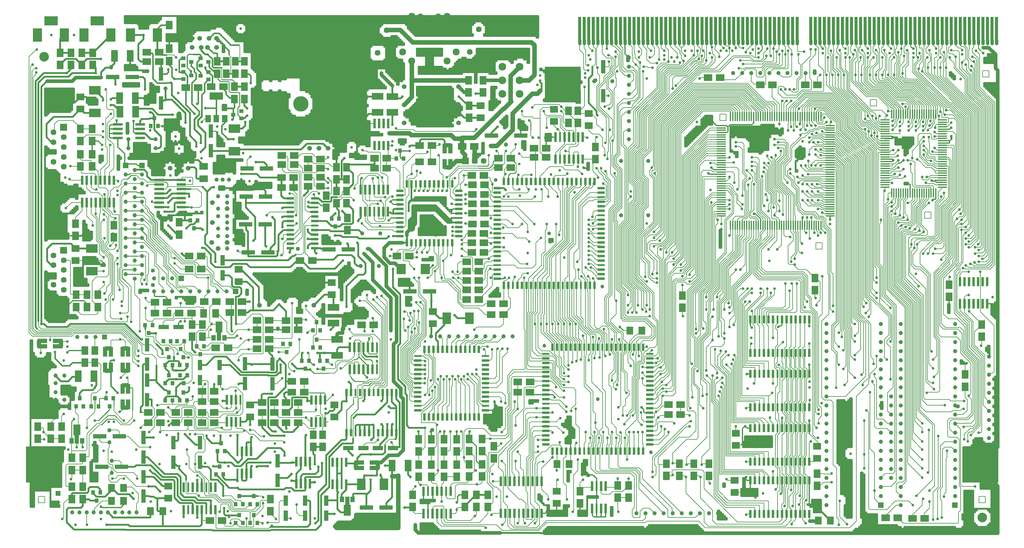
<source format=gbr>
%FSLAX34Y34*%
%MOMM*%
%LNCOPPER_TOP*%
G71*
G01*
%ADD10C,1.166*%
%ADD11C,0.508*%
%ADD12C,0.203*%
%ADD13C,0.254*%
%ADD14R,0.634X2.667*%
%ADD15C,0.755*%
%ADD16R,3.177X1.906*%
%ADD17R,3.177X1.904*%
%ADD18C,1.016*%
%ADD19R,0.636X2.667*%
%ADD20R,0.636X2.668*%
%ADD21R,1.905X2.413*%
%ADD22R,1.906X2.413*%
%ADD23C,0.305*%
%ADD24R,2.414X1.906*%
%ADD25C,0.381*%
%ADD26C,1.270*%
%ADD27R,1.905X2.414*%
%ADD28R,1.906X3.177*%
%ADD29R,1.906X2.415*%
%ADD30C,2.160*%
%ADD31R,1.271X1.016*%
%ADD32R,1.269X1.017*%
%ADD33R,1.271X3.810*%
%ADD34C,1.339*%
%ADD35C,1.338*%
%ADD36C,0.757*%
%ADD37R,2.921X1.271*%
%ADD38R,2.922X1.271*%
%ADD39R,1.270X3.684*%
%ADD40R,1.271X3.684*%
%ADD41C,0.756*%
%ADD42R,1.271X3.683*%
%ADD43R,1.270X3.683*%
%ADD44R,2.415X1.904*%
%ADD45R,2.413X1.904*%
%ADD46R,1.271X2.795*%
%ADD47R,1.906X1.271*%
%ADD48R,1.271X2.794*%
%ADD49R,1.017X1.269*%
%ADD50R,1.016X1.269*%
%ADD51R,1.016X1.271*%
%ADD52R,1.269X3.683*%
%ADD53R,1.271X2.922*%
%ADD54R,0.635X2.668*%
%ADD55R,0.634X2.668*%
%ADD56R,1.906X2.286*%
%ADD57R,1.905X2.286*%
%ADD58R,2.286X1.904*%
%ADD59R,2.286X1.905*%
%ADD60R,1.017X1.270*%
%ADD61C,1.167*%
%ADD62R,1.905X2.415*%
%ADD63C,1.621*%
%ADD64R,3.176X2.388*%
%ADD65R,1.269X2.922*%
%ADD66R,2.795X1.271*%
%ADD67R,2.795X1.270*%
%ADD68R,2.388X3.175*%
%ADD69R,1.271X1.524*%
%ADD70R,1.270X1.524*%
%ADD71R,1.269X1.524*%
%ADD72R,1.271X1.906*%
%ADD73R,0.635X2.666*%
%ADD74R,0.634X2.666*%
%ADD75R,0.636X2.666*%
%ADD76R,3.683X1.270*%
%ADD77R,2.414X1.904*%
%ADD78R,2.415X1.905*%
%ADD79R,3.684X1.270*%
%ADD80R,2.413X1.905*%
%ADD81R,3.684X1.271*%
%ADD82R,2.286X1.906*%
%ADD83C,1.339*%
%ADD84R,3.683X1.271*%
%ADD85R,2.413X1.906*%
%ADD86C,1.619*%
%ADD87R,1.906X2.414*%
%ADD88R,1.904X2.413*%
%ADD89C,2.158*%
%ADD90R,1.905X1.271*%
%ADD91C,2.698*%
%ADD92R,1.906X1.270*%
%ADD93R,1.016X1.270*%
%ADD94R,1.015X1.270*%
%ADD95R,1.017X1.271*%
%ADD96R,1.015X1.271*%
%ADD97R,1.269X2.921*%
%ADD98R,2.415X1.906*%
%ADD99R,1.906X1.269*%
%ADD100C,2.032*%
%ADD101R,1.015X1.269*%
%ADD102R,1.271X2.921*%
%ADD103R,3.175X2.388*%
%ADD104R,2.666X0.636*%
%ADD105R,2.668X0.636*%
%ADD106C,1.166*%
%ADD107R,2.414X1.905*%
%ADD108R,2.668X0.635*%
%ADD109R,2.666X0.635*%
%ADD110R,2.033X0.635*%
%ADD111R,2.033X0.636*%
%ADD112R,1.904X2.415*%
%ADD113R,1.905X1.270*%
%ADD114R,0.635X2.032*%
%ADD115R,0.635X2.033*%
%ADD116C,1.038*%
%ADD117C,1.620*%
%ADD118R,0.636X2.033*%
%ADD119R,2.033X0.634*%
%ADD120C,0.754*%
%ADD121R,2.416X1.906*%
%ADD122R,0.636X2.286*%
%ADD123R,0.635X2.286*%
%ADD124R,0.636X2.288*%
%ADD125R,0.635X2.287*%
%ADD126R,0.634X2.287*%
%ADD127R,0.636X2.287*%
%ADD128R,0.635X2.288*%
%ADD129R,0.634X2.288*%
%ADD130R,0.634X2.286*%
%ADD131R,0.635X2.031*%
%ADD132R,0.634X2.031*%
%ADD133R,0.636X2.031*%
%ADD134R,0.634X2.033*%
%ADD135R,2.031X0.635*%
%ADD136R,2.031X0.634*%
%ADD137R,2.031X0.636*%
%ADD138C,1.036*%
%ADD139R,1.904X2.286*%
%ADD140R,0.636X2.032*%
%ADD141R,0.634X2.032*%
%ADD142R,0.635X2.667*%
%ADD143R,1.271X1.526*%
%ADD144R,1.269X1.526*%
%ADD145R,1.270X3.810*%
%ADD146R,1.270X3.811*%
%ADD147R,0.638X2.666*%
%ADD148R,0.638X2.668*%
%ADD149R,1.904X2.414*%
%ADD150C,2.700*%
%ADD151C,4.319*%
%ADD152R,3.176X1.906*%
%ADD153C,1.340*%
%ADD154C,1.338*%
%ADD155C,1.340*%
%ADD156C,1.340*%
%ADD157R,1.269X1.016*%
%ADD158C,4.319*%
%ADD159R,3.811X1.271*%
%ADD160C,2.160*%
%ADD161C,1.943*%
%ADD162C,2.698*%
%ADD163C,2.700*%
%ADD164R,3.175X2.387*%
%ADD165R,1.905X3.175*%
%ADD166R,3.810X2.033*%
%ADD167C,2.159*%
%ADD168R,2.591X2.922*%
%ADD169R,2.592X2.922*%
%ADD170C,1.619*%
%ADD171C,1.621*%
%ADD172R,3.175X1.904*%
%ADD173C,2.160*%
%ADD174R,3.175X1.906*%
%ADD175R,1.271X3.811*%
%ADD176C,1.037*%
%ADD177C,1.165*%
%ADD178R,1.904X2.287*%
%ADD179R,1.906X2.287*%
%ADD180R,2.387X3.177*%
%ADD181R,2.388X3.177*%
%ADD182R,3.810X1.271*%
%ADD183C,2.159*%
%ADD184R,1.524X2.033*%
%ADD185R,1.271X1.017*%
%ADD186R,2.032X0.635*%
%ADD187R,2.032X0.636*%
%ADD188R,2.032X0.634*%
%ADD189R,1.271X1.015*%
%ADD190R,2.793X1.270*%
%ADD191R,2.793X1.271*%
%ADD192R,1.906X3.175*%
%ADD193R,2.287X1.904*%
%ADD194R,2.287X1.906*%
%ADD195R,2.667X0.635*%
%ADD196R,2.667X0.636*%
%ADD197R,1.905X3.177*%
%ADD198R,1.904X3.177*%
%ADD199C,0.889*%
%ADD200R,1.271X1.525*%
%ADD201R,1.269X1.525*%
%ADD202R,2.540X3.812*%
%ADD203R,3.812X2.540*%
%ADD204R,0.350X2.550*%
%ADD205R,2.550X0.350*%
%ADD206R,0.350X2.540*%
%ADD207R,2.540X0.350*%
%ADD208R,0.890X6.100*%
%LPD*%
X406293Y-631748D02*
G54D10*
D03*
G54D11*
X723835Y-459003D02*
X723835Y-418351D01*
X1064238Y-418351D01*
G54D11*
X718750Y-459003D02*
X718750Y-423438D01*
X1089648Y-423438D01*
X1089648Y-433593D01*
G54D11*
X718750Y-428521D02*
X1099806Y-428521D01*
X1099806Y-433593D01*
X718750Y-433593D01*
G54D11*
X871173Y-382798D02*
X871173Y-453918D01*
X698422Y-453918D01*
X698422Y-438678D01*
X1064238Y-438678D01*
G54D11*
X698422Y-443761D02*
X1064238Y-443761D01*
G54D11*
X942308Y-98275D02*
X942308Y-448848D01*
X1064238Y-448848D01*
G54D11*
X952463Y-98275D02*
X952463Y-453918D01*
X1003276Y-453918D01*
X1003276Y-98275D01*
G54D12*
X892260Y-525051D02*
X892260Y-499641D01*
X896570Y-499641D01*
X909278Y-512348D01*
X949928Y-512348D01*
X957551Y-519968D01*
X968462Y-519968D01*
X971259Y-522765D01*
G54D13*
X947380Y-552999D02*
X947380Y-553509D01*
X957040Y-563156D01*
X702240Y-1174750D02*
G54D14*
D03*
X702999Y-1003149D02*
G54D15*
D03*
G54D12*
X690802Y-962495D02*
X707063Y-962495D01*
X735519Y-934054D01*
X757871Y-934054D01*
X766004Y-942188D01*
X766004Y-1043788D01*
X763977Y-1045825D01*
X707063Y-1045825D01*
X696908Y-1055982D01*
X696908Y-1064113D01*
G54D12*
X748986Y-952340D02*
X748986Y-978758D01*
X725349Y-978758D01*
X692839Y-978758D01*
X690802Y-980798D01*
X690802Y-982822D01*
X680645Y-992993D01*
X674556Y-992993D01*
X664386Y-982822D01*
X664386Y-958431D01*
X638727Y-932784D01*
X632883Y-932784D01*
G54D12*
X599756Y-1024621D02*
X609512Y-1024621D01*
X618786Y-1015345D01*
X654229Y-1015345D01*
X667183Y-1028299D01*
X667183Y-1029566D01*
X694869Y-1029566D01*
X717236Y-1007214D01*
X725349Y-1007214D01*
X727388Y-1005174D01*
X748986Y-1005174D01*
G54D12*
X506271Y-1010387D02*
X507897Y-1012010D01*
X507897Y-1019409D01*
X509937Y-1021436D01*
X534328Y-1021436D01*
X544897Y-1010867D01*
X544897Y-1036043D01*
X550571Y-1041761D01*
X560744Y-1041761D01*
X568875Y-1049894D01*
X581953Y-1049894D01*
X585133Y-1046709D01*
X589601Y-1046709D01*
X689921Y-1046709D01*
X702997Y-1033630D01*
X725349Y-1033630D01*
X746941Y-1033630D01*
X748986Y-1031606D01*
G54D12*
X628572Y-1238890D02*
X662222Y-1238890D01*
X664137Y-1236988D01*
X664137Y-1218824D01*
X700711Y-1218824D01*
X709103Y-1210445D01*
X709103Y-1157600D01*
X690802Y-1139312D01*
X672517Y-1139312D01*
X666426Y-1145405D01*
X652189Y-1145405D01*
X646098Y-1139312D01*
X646098Y-1121786D01*
X644059Y-1119746D01*
G54D12*
X446929Y-1265306D02*
X461153Y-1251085D01*
X461153Y-1228735D01*
X478187Y-1211715D01*
X478187Y-1210445D01*
X493673Y-1210445D01*
X499779Y-1216538D01*
X499779Y-1218562D01*
X505867Y-1224669D01*
X534328Y-1224669D01*
X538392Y-1220602D01*
X538392Y-1198250D01*
X540417Y-1196210D01*
X568875Y-1196210D01*
X572939Y-1200279D01*
X572939Y-1222631D01*
X577005Y-1226695D01*
X577005Y-1249060D01*
X581069Y-1253124D01*
X611549Y-1253124D01*
X611549Y-1228735D01*
X607485Y-1224669D01*
X597315Y-1224669D01*
X595291Y-1222631D01*
X595291Y-1211204D01*
X594531Y-1210445D01*
X609512Y-1210445D01*
X611549Y-1212474D01*
X611549Y-1220602D01*
X615618Y-1224669D01*
X644059Y-1224669D01*
X654229Y-1214514D01*
X688778Y-1214514D01*
X692839Y-1210445D01*
X702242Y-1201047D01*
X702242Y-1174755D01*
G54D11*
X644059Y-1077575D02*
X673784Y-1077575D01*
X701991Y-1105786D01*
X779217Y-1105786D01*
X780223Y-1106792D01*
X802590Y-1106792D01*
X810721Y-1098662D01*
X814772Y-1098662D01*
X814772Y-1076310D01*
G54D11*
X696908Y-1131184D02*
X698933Y-1129159D01*
X715191Y-1129159D01*
G54D11*
X800551Y-1263282D02*
X792420Y-1263282D01*
X780223Y-1251085D01*
X780223Y-1169794D01*
X782263Y-1167770D01*
X800551Y-1167770D01*
X829006Y-1139312D01*
X829006Y-1123053D01*
X829006Y-1076310D01*
X812745Y-1060049D01*
X804615Y-1068177D01*
X804615Y-1094598D01*
X800551Y-1098662D01*
X782263Y-1098662D01*
X781244Y-1097656D01*
X706045Y-1097656D01*
X662359Y-1053958D01*
X629837Y-1053958D01*
X606220Y-1077575D01*
X589202Y-1077575D01*
X973471Y-1049941D02*
G54D16*
D03*
X973471Y-1005740D02*
G54D17*
D03*
X983457Y-1086472D02*
G54D15*
D03*
G54D18*
X973479Y-1005738D02*
X973299Y-1005561D01*
X973299Y-990956D01*
X976855Y-987400D01*
X988031Y-987400D01*
X988031Y-974692D01*
G54D12*
X983456Y-1086465D02*
X987523Y-1086465D01*
X1001744Y-1072246D01*
X1021051Y-1072246D01*
X1021051Y-1089647D01*
G54D12*
X1020042Y-1062088D02*
X1013939Y-1068177D01*
X983456Y-1068177D01*
X973299Y-1078349D01*
X973299Y-1092568D01*
X965171Y-1100701D01*
X948907Y-1100701D01*
G54D12*
X935087Y-1087361D02*
X966314Y-1087361D01*
X969235Y-1084440D01*
X969235Y-1070216D01*
X975328Y-1064113D01*
X1009875Y-1064113D01*
X1021051Y-1052937D01*
X1021051Y-1046846D01*
G54D11*
X965171Y-1223399D02*
X985496Y-1203076D01*
X985496Y-1181991D01*
X988102Y-1179373D01*
X999290Y-1179373D01*
X999290Y-1157267D01*
G54D11*
X1008358Y-1027405D02*
X978511Y-1027405D01*
X972791Y-1033122D01*
X972791Y-1049259D01*
X973479Y-1049947D01*
X1033763Y-1027408D02*
G54D19*
D03*
X1033763Y-1089650D02*
G54D20*
D03*
G54D12*
X1033756Y-1089647D02*
X1033756Y-1071225D01*
X1031218Y-1068690D01*
X1021051Y-1068690D01*
X1021051Y-1072246D01*
G54D12*
X1038894Y-1010770D02*
X1035325Y-1007214D01*
X1024109Y-1007214D01*
G54D12*
X1009875Y-1003150D02*
X1018003Y-995020D01*
X1066786Y-995020D01*
X1071858Y-1000102D01*
X1071858Y-1027405D01*
G54D12*
X1048488Y-1123053D02*
X1058658Y-1123053D01*
X1064746Y-1116960D01*
X1087098Y-1116960D01*
X1093204Y-1110856D01*
X1093204Y-1007214D01*
X1076941Y-990956D01*
X1018003Y-990956D01*
X1009875Y-982822D01*
X1009875Y-978758D01*
X1007848Y-976732D01*
G54D12*
X1031218Y-1172840D02*
X1033177Y-1170884D01*
X1041404Y-1170884D01*
X1043608Y-1168705D01*
X1043608Y-1138860D01*
X1048363Y-1134105D01*
G54D12*
X1047093Y-1127752D02*
X1041376Y-1133470D01*
X1034266Y-1133470D01*
X1031165Y-1136571D01*
X1031165Y-1167026D01*
X1031218Y-1167107D01*
X1030377Y-1167935D01*
X1020375Y-1167935D01*
X1018516Y-1169794D01*
X1018516Y-1172840D01*
G54D13*
X1059166Y-1089647D02*
X1059166Y-1079866D01*
X1033756Y-1054468D01*
X1033756Y-1027405D01*
G54D13*
X1012161Y-1110610D02*
X1011914Y-1110856D01*
X1011914Y-1112896D01*
X1022072Y-1123053D01*
X1048488Y-1123053D01*
G54D13*
X1033756Y-1054468D02*
X1026136Y-1062088D01*
X1020042Y-1062088D01*
G54D12*
X650924Y-1513256D02*
X656253Y-1518590D01*
X656253Y-1525453D01*
X660322Y-1529504D01*
X679118Y-1529504D01*
X688392Y-1520246D01*
X699705Y-1531544D01*
X719260Y-1531544D01*
X719260Y-1507152D01*
G54D12*
X708714Y-1520246D02*
X707960Y-1520246D01*
X696908Y-1509192D01*
X678620Y-1509192D01*
X674556Y-1513256D01*
X674556Y-1521389D01*
G54D12*
X729042Y-1467396D02*
X716723Y-1479718D01*
X683693Y-1479718D01*
X678620Y-1474645D01*
X678620Y-1464475D01*
X672517Y-1458384D01*
X646098Y-1458384D01*
X631877Y-1444150D01*
X605448Y-1444150D01*
X601384Y-1440083D01*
X601384Y-1435773D01*
X600749Y-1435138D01*
X600749Y-1394747D01*
X585133Y-1379118D01*
X572939Y-1379118D01*
X558705Y-1364899D01*
X558705Y-1334414D01*
X552611Y-1328313D01*
X552611Y-1314089D01*
G54D12*
X654229Y-1444150D02*
X676581Y-1444150D01*
X688778Y-1456347D01*
X700972Y-1456347D01*
X708714Y-1464076D01*
X708714Y-1467396D01*
G54D12*
X749370Y-1467396D02*
X749370Y-1472989D01*
X738564Y-1483782D01*
X681663Y-1483782D01*
X674556Y-1476670D01*
X674556Y-1466512D01*
X670492Y-1462448D01*
X642034Y-1462448D01*
X627813Y-1448214D01*
X589202Y-1448214D01*
X585133Y-1444150D01*
X579032Y-1438059D01*
X551720Y-1438059D01*
X551720Y-1436916D01*
X549942Y-1435138D01*
X549942Y-1398811D01*
G54D12*
X644059Y-1488864D02*
X646098Y-1486827D01*
X646098Y-1470581D01*
X650165Y-1466512D01*
X666426Y-1466512D01*
X670492Y-1470581D01*
X670492Y-1478709D01*
X679626Y-1487846D01*
X726367Y-1487846D01*
X729418Y-1490894D01*
X729418Y-1519832D01*
X729042Y-1520246D01*
G54D12*
X784287Y-1531544D02*
X786327Y-1531544D01*
X782263Y-1535608D01*
X635931Y-1535608D01*
X633901Y-1533568D01*
X633901Y-1484290D01*
X632375Y-1482776D01*
G54D12*
X574963Y-1271412D02*
X597315Y-1271412D01*
X599355Y-1273437D01*
X599355Y-1283609D01*
X603421Y-1287673D01*
X603421Y-1318156D01*
X599355Y-1322220D01*
X581069Y-1322220D01*
X574963Y-1328313D01*
X574963Y-1354729D01*
X574963Y-1373027D01*
X577005Y-1375054D01*
X587160Y-1375054D01*
X613454Y-1401348D01*
X613454Y-1437935D01*
X615618Y-1440083D01*
X633901Y-1440083D01*
X648125Y-1454318D01*
X675313Y-1454318D01*
X688392Y-1467396D01*
G54D12*
X477414Y-1265306D02*
X479451Y-1263282D01*
X479451Y-1261257D01*
X550571Y-1261257D01*
X554641Y-1257188D01*
X558705Y-1261257D01*
X637970Y-1261257D01*
X642034Y-1265306D01*
X709103Y-1265306D01*
X713167Y-1261257D01*
X717236Y-1261257D01*
X727388Y-1271412D01*
X739583Y-1271412D01*
X757871Y-1289698D01*
X820873Y-1289698D01*
X824942Y-1293764D01*
G54D11*
X656253Y-1478709D02*
X656253Y-1494958D01*
X660322Y-1499022D01*
X670492Y-1499022D01*
X697668Y-1499022D01*
G54D11*
X706814Y-1322730D02*
X706814Y-1340769D01*
X696908Y-1350675D01*
X694869Y-1350675D01*
X663243Y-1319037D01*
X657909Y-1319037D01*
G54D11*
X633518Y-1384079D02*
X671247Y-1421798D01*
X694869Y-1421798D01*
X698933Y-1425862D01*
X824942Y-1425862D01*
X829006Y-1421798D01*
X845265Y-1421798D01*
X853398Y-1429926D01*
X881841Y-1429926D01*
X884127Y-1427640D01*
X884127Y-1410233D01*
X884127Y-1407066D01*
X883880Y-1406820D01*
X883880Y-1393355D01*
X885905Y-1391315D01*
X924518Y-1391315D01*
X930624Y-1385222D01*
X930624Y-1352702D01*
G54D11*
X694109Y-1381793D02*
X694109Y-1402245D01*
X693863Y-1402491D01*
X690802Y-1399446D01*
X660322Y-1399446D01*
X653845Y-1392941D01*
X653845Y-1384079D01*
G54D11*
X637582Y-1319037D02*
X637970Y-1319423D01*
X637970Y-1346611D01*
X642034Y-1350675D01*
X658293Y-1350675D01*
X676581Y-1350675D01*
X686738Y-1360830D01*
X702997Y-1360830D01*
X723324Y-1340508D01*
X747716Y-1340508D01*
X778199Y-1310025D01*
X814772Y-1310025D01*
X826207Y-1321460D01*
X826207Y-1331110D01*
G54D11*
X298984Y-1457241D02*
X281181Y-1457241D01*
X278259Y-1454318D01*
X261227Y-1454318D01*
X259959Y-1453050D01*
X259959Y-1472606D01*
X254888Y-1477688D01*
X220837Y-1477688D01*
X215765Y-1482776D01*
X215765Y-1518328D01*
X236078Y-1538656D01*
X380882Y-1538656D01*
X381903Y-1539677D01*
X621707Y-1539677D01*
X623749Y-1541701D01*
X786327Y-1541701D01*
X788356Y-1539677D01*
X914360Y-1539677D01*
X928584Y-1525453D01*
X928584Y-1442123D01*
X950936Y-1419771D01*
X950936Y-1334414D01*
X987523Y-1297828D01*
X1015978Y-1297828D01*
X1018457Y-1295334D01*
X1018457Y-1283152D01*
X241672Y-914494D02*
G54D21*
D03*
X272155Y-914494D02*
G54D21*
D03*
X302643Y-914494D02*
G54D22*
D03*
G54D11*
X220837Y-946744D02*
X220837Y-890867D01*
X154787Y-890867D01*
G54D11*
X154787Y-941674D02*
X246248Y-941674D01*
X246248Y-946744D01*
X154787Y-946744D01*
X154787Y-814647D01*
X159872Y-814647D01*
X159872Y-951832D01*
X215765Y-951832D01*
X215765Y-885782D01*
X154787Y-885782D01*
G54D11*
X154787Y-865457D02*
X164957Y-865457D01*
X164957Y-956914D01*
X210681Y-956914D01*
X210681Y-885782D01*
G54D11*
X205595Y-956914D02*
X205595Y-885782D01*
G54D11*
X200524Y-956914D02*
X200524Y-885782D01*
G54D11*
X195439Y-956914D02*
X195439Y-885782D01*
G54D11*
X190354Y-956914D02*
X190354Y-880697D01*
X154787Y-880697D01*
G54D11*
X185269Y-956914D02*
X185269Y-870542D01*
X154787Y-870542D01*
G54D12*
X319917Y-669856D02*
X318898Y-669856D01*
X310768Y-677987D01*
X310768Y-722691D01*
X318898Y-730819D01*
X318898Y-751147D01*
X341250Y-773499D01*
X341250Y-874606D01*
X332624Y-883244D01*
X332624Y-897976D01*
X322962Y-907638D01*
X322962Y-950316D01*
X329053Y-956406D01*
X383927Y-956406D01*
X385967Y-954367D01*
X385967Y-942188D01*
G54D12*
X297057Y-621586D02*
X297057Y-653598D01*
X296546Y-654106D01*
X296546Y-659686D01*
X302637Y-665792D01*
X302637Y-726755D01*
X310768Y-734888D01*
X310768Y-755213D01*
X333120Y-777563D01*
X333120Y-824306D01*
X327029Y-830397D01*
X298570Y-830397D01*
X286376Y-842594D01*
X286376Y-897468D01*
X302637Y-913727D01*
X302637Y-914486D01*
X302637Y-932015D01*
X298570Y-936079D01*
X255894Y-936079D01*
X241672Y-921860D01*
X241672Y-914486D01*
G54D12*
X367681Y-948276D02*
X343290Y-948276D01*
X337184Y-942188D01*
X337184Y-886292D01*
X345314Y-878162D01*
X345314Y-771474D01*
X322962Y-749107D01*
X322962Y-736912D01*
X329053Y-730819D01*
X329053Y-663753D01*
X319917Y-654616D01*
G54D23*
X193400Y-936079D02*
X232012Y-897468D01*
X264024Y-897468D01*
X272155Y-905596D01*
X272155Y-914486D01*
G54D11*
X418987Y-499641D02*
X418987Y-453918D01*
G54D11*
X413914Y-499641D02*
X413914Y-453918D01*
G54D11*
X408829Y-499641D02*
X408829Y-453918D01*
G54D11*
X403742Y-499641D02*
X403742Y-453918D01*
X439309Y-453918D01*
X439309Y-499641D01*
G54D11*
X398674Y-499641D02*
X398674Y-484401D01*
G54D11*
X393587Y-499641D02*
X393587Y-484401D01*
X525687Y-484401D01*
X525687Y-545379D01*
X520599Y-545379D01*
X520599Y-530139D01*
X540927Y-530139D01*
X540927Y-535208D01*
X520599Y-535208D01*
G54D11*
X571412Y-499641D02*
X388502Y-499641D01*
X388502Y-494571D01*
X576495Y-494571D01*
X576495Y-479328D01*
X546012Y-479328D01*
G54D11*
X358019Y-499641D02*
X368177Y-499641D01*
X368177Y-494571D01*
X358019Y-494571D01*
G54D11*
X363104Y-530139D02*
X363104Y-489483D01*
X358019Y-489483D01*
X358019Y-530139D01*
X363104Y-530139D01*
G54D23*
X426355Y-517431D02*
X414425Y-517431D01*
X410358Y-513367D01*
X384946Y-513367D01*
X380882Y-517431D01*
X377836Y-514388D01*
X377836Y-484909D01*
X358916Y-465988D01*
X358916Y-440964D01*
X337956Y-440964D01*
X335159Y-438165D01*
X335159Y-428013D01*
X335406Y-428259D01*
X358916Y-428259D01*
X620440Y-296417D02*
G54D24*
D03*
G54D11*
X627302Y-133843D02*
X627302Y-98275D01*
G54D11*
X525687Y-118598D02*
X1358916Y-118598D01*
X1358916Y-98275D01*
G54D11*
X525687Y-123673D02*
X693352Y-123673D01*
X693352Y-98275D01*
G54D11*
X525687Y-128755D02*
X688270Y-128755D01*
G54D11*
X525687Y-133843D02*
X632375Y-133843D01*
X632375Y-98275D01*
G54D25*
X614087Y-161016D02*
X628572Y-146533D01*
X642545Y-146533D01*
X675562Y-179565D01*
X698422Y-179565D01*
G54D25*
X637457Y-226047D02*
X637457Y-204963D01*
X635557Y-203060D01*
X626670Y-203060D01*
X610023Y-186428D01*
G54D25*
X637457Y-260098D02*
X634153Y-260098D01*
X614597Y-240530D01*
X614597Y-229078D01*
X612944Y-227424D01*
G54D25*
X612062Y-207513D02*
X623485Y-218935D01*
X623485Y-239263D01*
X627302Y-243080D01*
X648895Y-243080D01*
X1238767Y-461546D02*
G54D24*
D03*
X1238767Y-507267D02*
G54D24*
D03*
G54D12*
X1238764Y-507276D02*
X1234466Y-507426D01*
X1234466Y-461688D01*
X1238764Y-461538D01*
X1258830Y-461538D01*
X1259849Y-460532D01*
X1259849Y-458493D01*
G54D12*
X1137908Y-413789D02*
X1140967Y-416837D01*
X1187710Y-416837D01*
X1192780Y-421919D01*
X1353336Y-421919D01*
G54D26*
X1484674Y-240530D02*
X1459018Y-266187D01*
X1459018Y-336552D01*
X1461042Y-338590D01*
X1440720Y-358917D01*
X1438690Y-358917D01*
X1357773Y-439821D01*
X1322729Y-439821D01*
X1320306Y-442234D01*
X1302528Y-442234D01*
X1292373Y-432077D01*
X1180585Y-432077D01*
X1175516Y-426989D01*
X1131817Y-426989D01*
X1119620Y-426989D01*
G54D11*
X1204728Y-461538D02*
X1204975Y-461289D01*
X1204975Y-448335D01*
X1209044Y-444271D01*
X1270006Y-444271D01*
X1274967Y-449219D01*
X1274967Y-465866D01*
G54D12*
X2550357Y-407685D02*
X2559960Y-398079D01*
X2559960Y-373593D01*
X2559960Y-358351D01*
X2542226Y-340616D01*
X2536133Y-340616D01*
X2499546Y-304043D01*
X2471091Y-304043D01*
X2450763Y-283716D01*
X2450763Y-243080D01*
X2452803Y-241041D01*
X2452803Y-206494D01*
X2450763Y-204450D01*
X2450763Y-200401D01*
X2444672Y-194297D01*
G54D12*
X2530029Y-417855D02*
X2542226Y-405661D01*
X2542226Y-391424D01*
X2546290Y-387358D01*
X2546290Y-374254D01*
X2546953Y-373593D01*
X2546953Y-357538D01*
X2538157Y-348747D01*
X2532069Y-348747D01*
X2495482Y-312174D01*
X2462960Y-312174D01*
X2434517Y-283716D01*
X2434517Y-228841D01*
X2440608Y-222753D01*
X2440608Y-214622D01*
G54D12*
X2440428Y-176009D02*
X2440428Y-186167D01*
X2436544Y-186167D01*
X2436544Y-198361D01*
X2448739Y-210558D01*
X2448739Y-232910D01*
X2442648Y-239012D01*
X2442648Y-263390D01*
X2442648Y-283716D01*
X2467024Y-308107D01*
X2497507Y-308107D01*
X2534093Y-344680D01*
X2540186Y-344680D01*
X2553453Y-357952D01*
X2553453Y-373593D01*
X2553453Y-392389D01*
X2550357Y-395491D01*
G54D12*
X2465841Y-176009D02*
X2465841Y-180073D01*
X2469066Y-183299D01*
X2469066Y-206494D01*
X2460936Y-214622D01*
X2460936Y-239012D01*
X2454827Y-245105D01*
X2454827Y-281691D01*
X2473130Y-299979D01*
X2501571Y-299979D01*
X2538157Y-336552D01*
X2568637Y-336552D01*
X2579457Y-347383D01*
X2579457Y-373593D01*
X2579457Y-386700D01*
X2574758Y-391424D01*
X2574758Y-395491D01*
G54D12*
X2574758Y-407685D02*
X2582861Y-399555D01*
X2582861Y-389397D01*
X2585960Y-386296D01*
X2585960Y-373593D01*
X2585960Y-347782D01*
X2570669Y-332499D01*
X2540186Y-332499D01*
X2503613Y-295912D01*
X2475155Y-295912D01*
X2458896Y-279652D01*
X2458896Y-247129D01*
X2467024Y-239012D01*
X2467024Y-224777D01*
X2477194Y-214622D01*
G54D12*
X2615373Y-407685D02*
X2622485Y-400573D01*
X2622485Y-398549D01*
X2623526Y-397530D01*
X2623526Y-387358D01*
X2625000Y-385884D01*
X2625000Y-373593D01*
X2625000Y-350223D01*
X2582861Y-308107D01*
X2552381Y-308107D01*
X2515810Y-271521D01*
X2509704Y-271521D01*
X2509704Y-253236D01*
X2513765Y-249169D01*
X2513765Y-206494D01*
X2507677Y-200401D01*
X2507677Y-194297D01*
G54D11*
X2258211Y-530139D02*
X2263293Y-530139D01*
X2263293Y-535208D01*
X2258211Y-535208D01*
X2258211Y-504728D01*
X2263293Y-504728D01*
X2263293Y-469161D01*
X2283608Y-469161D01*
X2283608Y-494571D01*
X2258211Y-494571D01*
X2258211Y-474243D01*
X2283608Y-474243D01*
G54D12*
X2286159Y-517431D02*
X2286159Y-521500D01*
X2294289Y-529628D01*
X2338991Y-529628D01*
X2339171Y-529448D01*
X2355015Y-529448D01*
X2369293Y-529448D01*
X2371513Y-531652D01*
X2371513Y-954367D01*
X2359318Y-966564D01*
X2359318Y-1033630D01*
X2371513Y-1045825D01*
X2371513Y-1141341D01*
G54D12*
X2355015Y-535953D02*
X2335163Y-535953D01*
X2332902Y-533695D01*
X2286159Y-533695D01*
X2273961Y-521500D01*
X2273961Y-517431D01*
G54D12*
X2379643Y-1076310D02*
X2375579Y-1072246D01*
X2375579Y-1041761D01*
X2363385Y-1029566D01*
X2363385Y-968604D01*
X2375579Y-956406D01*
X2375579Y-527588D01*
X2370921Y-522945D01*
X2355015Y-522945D01*
X2337543Y-522945D01*
X2334927Y-525564D01*
X2298353Y-525564D01*
X2294289Y-521500D01*
X2294289Y-505236D01*
G54D12*
X2157104Y-1102218D02*
X2157104Y-1078349D01*
X2115445Y-1078349D01*
X2115445Y-913727D01*
X2129669Y-899508D01*
G54D12*
X2117469Y-899508D02*
X2117469Y-901532D01*
X2111381Y-907638D01*
X2111381Y-1084440D01*
X2144399Y-1084440D01*
X2144399Y-1102218D01*
X2144399Y-1126609D01*
X2141864Y-1129159D01*
G54D12*
X2144399Y-1196210D02*
X2144399Y-1179952D01*
X2095123Y-1179952D01*
X2095123Y-871050D01*
X2103251Y-862922D01*
X2111381Y-862922D01*
G54D12*
X2123576Y-862922D02*
X2099187Y-887311D01*
X2099187Y-1175888D01*
X2157104Y-1175888D01*
X2157104Y-1196210D01*
G54D12*
X2182516Y-1196210D02*
X2182516Y-1163703D01*
X2107317Y-1163703D01*
X2107317Y-897468D01*
X2129669Y-875116D01*
X2135773Y-875116D01*
G54D12*
X2135773Y-862922D02*
X2103251Y-895444D01*
X2103251Y-1169794D01*
X2169809Y-1169794D01*
X2169809Y-1196210D01*
G54D12*
X2169809Y-1102218D02*
X2169809Y-1072246D01*
X2119512Y-1072246D01*
X2119512Y-923884D01*
X2160149Y-883244D01*
X2160149Y-875116D01*
G54D12*
X2160149Y-862922D02*
X2164213Y-862922D01*
X2168280Y-866986D01*
X2168280Y-881205D01*
X2123576Y-925924D01*
X2123576Y-1066152D01*
X2182516Y-1066152D01*
X2182516Y-1102218D01*
G54D12*
X2144399Y-949808D02*
X2144399Y-921347D01*
X2178452Y-887311D01*
X2178452Y-862922D01*
G54D12*
X2157104Y-1043788D02*
X2157104Y-968725D01*
X2150875Y-962495D01*
X2150875Y-920963D01*
X2188607Y-883244D01*
X2188607Y-875116D01*
G54D12*
X2084965Y-964534D02*
X2084965Y-960470D01*
X2089029Y-956406D01*
X2089029Y-954367D01*
X2091053Y-952340D01*
X2091053Y-864946D01*
X2135773Y-820242D01*
X2135773Y-740976D01*
X2153825Y-722925D01*
X2153825Y-685140D01*
X2153825Y-669856D01*
X2147858Y-663862D01*
X2147858Y-663631D01*
X2145928Y-661728D01*
X2135773Y-661728D01*
X2131709Y-657662D01*
X2131709Y-651558D01*
X2141864Y-641401D01*
X2141864Y-570268D01*
G54D12*
X2121539Y-531652D02*
X2133733Y-543847D01*
X2133733Y-545889D01*
X2137797Y-549953D01*
X2137797Y-562135D01*
X2133733Y-566199D01*
X2133733Y-643425D01*
X2127640Y-649529D01*
X2127640Y-661728D01*
X2132036Y-666095D01*
X2143586Y-666095D01*
X2147319Y-669856D01*
X2147319Y-685140D01*
X2147319Y-723323D01*
X2131709Y-738952D01*
X2131709Y-818218D01*
X2086989Y-862922D01*
X2086989Y-938118D01*
X2072771Y-952340D01*
X2072771Y-970628D01*
G54D12*
X1678499Y-793826D02*
X1686630Y-793826D01*
X1700851Y-808045D01*
X1711268Y-808045D01*
X1712799Y-809577D01*
G54D12*
X1712799Y-796872D02*
X1711776Y-795851D01*
X1698824Y-795851D01*
X1684600Y-781629D01*
X1678499Y-781629D01*
X1201421Y-1356512D02*
G54D21*
D03*
X1201421Y-1319422D02*
G54D27*
D03*
X1201421Y-1285380D02*
G54D21*
D03*
X1201421Y-1390548D02*
G54D21*
D03*
X1200910Y-1263282D02*
G54D15*
D03*
G54D18*
X1192780Y-1525453D02*
X1192780Y-1539677D01*
X1200911Y-1547805D01*
X1430562Y-1547805D01*
G54D12*
X1201424Y-1356507D02*
X1201424Y-1319423D01*
X1207774Y-1319423D01*
X1219199Y-1307986D01*
X1219199Y-1253124D01*
G54D12*
X1201424Y-1390556D02*
X1200911Y-1391069D01*
X1200911Y-1407574D01*
X1207014Y-1413667D01*
X1225302Y-1413667D01*
X1228348Y-1416726D01*
X1228348Y-1431320D01*
G54D12*
X1215643Y-1493563D02*
X1191391Y-1493563D01*
X1186692Y-1488864D01*
X1186692Y-1477429D01*
X1184652Y-1475402D01*
G54D11*
X1129778Y-808045D02*
X1129778Y-858853D01*
X1150103Y-879180D01*
X1150103Y-1017372D01*
X1144012Y-1023473D01*
X1144012Y-1116960D01*
X1164340Y-1137272D01*
X1164340Y-1157600D01*
X1168388Y-1161664D01*
X1168388Y-1247021D01*
X1174494Y-1253124D01*
X1219199Y-1253124D01*
G54D23*
X1200911Y-1263282D02*
X1201424Y-1263792D01*
X1201424Y-1285387D01*
G54D12*
X1558085Y-1045825D02*
X1542332Y-1045825D01*
X1530138Y-1033630D01*
X1530138Y-964534D01*
X1528113Y-962495D01*
X1528113Y-936079D01*
X1535484Y-928720D01*
X1535484Y-834464D01*
X1558596Y-811355D01*
X1558596Y-771474D01*
X1605339Y-724731D01*
X1605339Y-562397D01*
G54D12*
X1618042Y-578396D02*
X1610671Y-585767D01*
X1610671Y-716600D01*
X1611428Y-717357D01*
X1611428Y-726755D01*
X1562906Y-775277D01*
X1562906Y-819734D01*
X1548174Y-834464D01*
X1548174Y-905596D01*
X1548174Y-907374D01*
X1548438Y-907638D01*
X1548438Y-932015D01*
X1544372Y-936079D01*
X1544372Y-962495D01*
X1544372Y-984862D01*
X1576635Y-1017123D01*
X1576635Y-1027280D01*
G54D12*
X1681542Y-562397D02*
X1682563Y-563415D01*
X1682563Y-574332D01*
X1678499Y-578396D01*
X1672406Y-578396D01*
X1636330Y-614474D01*
X1636330Y-735396D01*
X1620069Y-751657D01*
X1620069Y-828111D01*
X1611689Y-836501D01*
X1611689Y-944474D01*
X1625662Y-958431D01*
X1625662Y-962495D01*
X1625662Y-996798D01*
X1640148Y-1011278D01*
X1640148Y-1027280D01*
G54D12*
X1627440Y-1027280D02*
X1627440Y-1011016D01*
X1609403Y-992993D01*
X1609403Y-962495D01*
X1609403Y-958431D01*
X1597717Y-946744D01*
X1597717Y-870542D01*
X1598984Y-869274D01*
X1598984Y-765122D01*
X1629467Y-734637D01*
X1629977Y-734637D01*
X1631755Y-732848D01*
X1631755Y-611429D01*
X1668852Y-574332D01*
G54D12*
X1656147Y-562397D02*
X1656147Y-576369D01*
X1652083Y-580438D01*
X1639886Y-580438D01*
X1623625Y-596697D01*
X1623625Y-732848D01*
X1586279Y-770194D01*
X1586279Y-866737D01*
X1587051Y-867496D01*
X1587051Y-952340D01*
X1593142Y-958431D01*
X1593142Y-962495D01*
X1593142Y-988929D01*
X1614737Y-1010524D01*
X1614737Y-1027280D01*
G54D12*
X1602030Y-1027280D02*
X1602030Y-1012038D01*
X1576881Y-986886D01*
X1576881Y-962495D01*
X1574857Y-960470D01*
X1574857Y-868004D01*
X1573589Y-866737D01*
X1573589Y-776808D01*
X1619558Y-730819D01*
X1619558Y-592633D01*
X1635819Y-576369D01*
X1641926Y-576369D01*
X1643950Y-574332D01*
X1643950Y-562907D01*
X1643439Y-562397D01*
G54D12*
X1630750Y-574332D02*
X1615494Y-589572D01*
X1615494Y-728795D01*
X1568753Y-775538D01*
X1568753Y-826595D01*
X1560882Y-834464D01*
X1560882Y-962248D01*
X1560635Y-962495D01*
X1560635Y-986886D01*
X1589337Y-1015594D01*
X1589337Y-1027280D01*
G54D12*
X1558085Y-1058532D02*
X1520493Y-1058532D01*
X1515916Y-1053958D01*
X1515916Y-934054D01*
X1522779Y-927194D01*
X1522779Y-834464D01*
X1552505Y-804741D01*
X1552505Y-771474D01*
X1587051Y-736912D01*
X1587051Y-682051D01*
G54D12*
X1694250Y-562397D02*
X1690694Y-565953D01*
X1690694Y-576369D01*
X1684600Y-582463D01*
X1676472Y-582463D01*
X1641926Y-617009D01*
X1641926Y-737423D01*
X1624397Y-754949D01*
X1624397Y-942942D01*
X1641926Y-960470D01*
X1641926Y-962495D01*
X1641926Y-1000354D01*
X1652837Y-1011278D01*
X1652837Y-1027280D01*
G54D12*
X1560635Y-682051D02*
X1560635Y-696272D01*
X1556569Y-700339D01*
X1556569Y-757240D01*
X1546401Y-767410D01*
X1546401Y-798137D01*
X1510074Y-834464D01*
X1510074Y-927702D01*
X1507786Y-929988D01*
X1507786Y-1076310D01*
X1513892Y-1082416D01*
X1556569Y-1082416D01*
X1558085Y-1083930D01*
X432709Y-838535D02*
G54D15*
D03*
X436774Y-917793D02*
G54D15*
D03*
X436774Y-889338D02*
G54D15*
D03*
G54D11*
X434227Y-870542D02*
X434227Y-865457D01*
G54D11*
X424069Y-865457D02*
X424069Y-875624D01*
X418987Y-875624D01*
X418987Y-865457D01*
X444397Y-865457D01*
X444397Y-870542D01*
X418987Y-870542D01*
G54D12*
X432710Y-838530D02*
X434735Y-838530D01*
X436774Y-836501D01*
X436774Y-771474D01*
X431689Y-771474D01*
X291922Y-1109005D02*
G54D28*
D03*
X247715Y-1109005D02*
G54D28*
D03*
G54D12*
X283965Y-1193043D02*
X283965Y-1160013D01*
X288415Y-1155575D01*
X298570Y-1155575D01*
X310768Y-1143378D01*
X310768Y-1076310D01*
X306701Y-1072246D01*
X295789Y-1072246D01*
X294506Y-1070976D01*
X266064Y-1070976D01*
G54D11*
X183753Y-1107054D02*
X183753Y-1107813D01*
X198995Y-1123053D01*
X219321Y-1123053D01*
X231516Y-1110856D01*
X245862Y-1110856D01*
X247722Y-1109012D01*
G54D11*
X251457Y-1170937D02*
X251457Y-1155946D01*
X259959Y-1147442D01*
X288415Y-1147442D01*
X294506Y-1141341D01*
X294506Y-1139312D01*
X298570Y-1135248D01*
X298570Y-1115664D01*
X291916Y-1109012D01*
G54D25*
X358019Y-1155062D02*
X338837Y-1135883D01*
X338837Y-1083805D01*
X331093Y-1093328D01*
X323348Y-1083805D01*
X266057Y-1036932D02*
G54D22*
D03*
X266057Y-1070976D02*
G54D29*
D03*
X270129Y-999084D02*
G54D10*
D03*
G54D23*
X217281Y-1041761D02*
X222104Y-1036940D01*
X266064Y-1036940D01*
G54D25*
X266064Y-1070976D02*
X231255Y-1070976D01*
X223386Y-1078845D01*
X203060Y-1078845D01*
X182734Y-1058532D01*
X182734Y-1040742D01*
X662864Y-226054D02*
G54D22*
D03*
X662864Y-260091D02*
G54D22*
D03*
X668458Y-131346D02*
G54D30*
D03*
G54D11*
X1094718Y-179565D02*
X1094718Y-149083D01*
X667942Y-149083D01*
X667942Y-98275D01*
G54D11*
X652702Y-98275D02*
X652702Y-133843D01*
X688270Y-133843D01*
G54D11*
X657785Y-98275D02*
X657785Y-138913D01*
X688270Y-138913D01*
G54D11*
X662867Y-98275D02*
X662867Y-143998D01*
X693352Y-143998D01*
X693352Y-169395D01*
G54D11*
X637457Y-226047D02*
X662867Y-226047D01*
X665405Y-226047D01*
G54D25*
X688270Y-260098D02*
X675562Y-260098D01*
X662867Y-260098D01*
G54D25*
X670492Y-204963D02*
X670492Y-196337D01*
X635171Y-161016D01*
G54D13*
X704404Y-385719D02*
X694617Y-375935D01*
X694617Y-356121D01*
X699705Y-351033D01*
X699705Y-315466D01*
X697155Y-312930D01*
X674295Y-312930D01*
X670492Y-309128D01*
X670492Y-283716D01*
X669207Y-282450D01*
X646347Y-282450D01*
X638727Y-274830D01*
X638727Y-261364D01*
X637457Y-260098D01*
G54D13*
X650165Y-276096D02*
X651432Y-277363D01*
X679380Y-277363D01*
X685732Y-283716D01*
X685732Y-297182D01*
X590841Y-266319D02*
G54D31*
D03*
X564679Y-265528D02*
G54D32*
D03*
X479453Y-261110D02*
G54D33*
D03*
G54D11*
X479451Y-261104D02*
X479451Y-261364D01*
G54D25*
X500277Y-248150D02*
X500277Y-255770D01*
X494943Y-261104D01*
X479451Y-261104D01*
X479451Y-232151D01*
X474117Y-226817D01*
G54D25*
X440069Y-200401D02*
X442108Y-202425D01*
X454554Y-202425D01*
X457099Y-204963D01*
X457099Y-273560D01*
X469794Y-286253D01*
X495205Y-286253D01*
X495840Y-285618D01*
X507168Y-285618D01*
G54D25*
X542583Y-275697D02*
X541714Y-274830D01*
X516797Y-274830D01*
X510445Y-268476D01*
X510445Y-243080D01*
X502825Y-235445D01*
X502825Y-224531D01*
G54D25*
X564684Y-265526D02*
X563787Y-264645D01*
X563787Y-253236D01*
G54D25*
X573945Y-372628D02*
X549307Y-347988D01*
X549307Y-298956D01*
X553635Y-294645D01*
X553635Y-265940D01*
X543091Y-255372D01*
X542583Y-255372D01*
X536256Y-255372D01*
X535845Y-255770D01*
X530772Y-255770D01*
X530772Y-222753D01*
X536256Y-217266D01*
X542583Y-217266D01*
G54D25*
X564684Y-227424D02*
X564684Y-238874D01*
X572677Y-246883D01*
X572677Y-254503D01*
X577762Y-259586D01*
X577762Y-274830D01*
X566325Y-286253D01*
X566325Y-344680D01*
X586652Y-365008D01*
X586652Y-375178D01*
G54D25*
X580297Y-244346D02*
X580297Y-246883D01*
X590838Y-257424D01*
X590838Y-266314D01*
G54D25*
X620439Y-296423D02*
X623485Y-293375D01*
X623485Y-266698D01*
X612944Y-256156D01*
X604442Y-247642D01*
X604442Y-243080D01*
X588180Y-161016D02*
G54D34*
D03*
G54D11*
X581565Y-138913D02*
X581565Y-98275D01*
G54D11*
X525687Y-138913D02*
X617135Y-138913D01*
X617135Y-98275D01*
G54D25*
X570142Y-206243D02*
X587917Y-206243D01*
X590838Y-209164D01*
X590838Y-217266D01*
X580297Y-227813D01*
X580297Y-241795D01*
G54D11*
X556167Y-169395D02*
X556167Y-98275D01*
G54D11*
X525687Y-143998D02*
X576495Y-143998D01*
X576495Y-98275D01*
G54D11*
X566325Y-98275D02*
X566325Y-169395D01*
X495205Y-169395D01*
X495205Y-149083D01*
X571412Y-149083D01*
X571412Y-98275D01*
G54D11*
X495205Y-154155D02*
X566325Y-154155D01*
G54D11*
X495205Y-159238D02*
X566325Y-159238D01*
G54D11*
X495205Y-164323D02*
X566325Y-164323D01*
G54D23*
X563787Y-253236D02*
X553635Y-243080D01*
X553635Y-210045D01*
X557437Y-206243D01*
X570142Y-206243D01*
X564679Y-227425D02*
G54D32*
D03*
X563790Y-253234D02*
G54D15*
D03*
X567086Y-161016D02*
G54D35*
D03*
X567086Y-186422D02*
G54D35*
D03*
G54D11*
X561255Y-169395D02*
X561255Y-98275D01*
G54D12*
X580297Y-244346D02*
X580297Y-241795D01*
X502817Y-124437D02*
G54D22*
D03*
X502817Y-158473D02*
G54D22*
D03*
X502817Y-190486D02*
G54D22*
D03*
X502817Y-224523D02*
G54D22*
D03*
X500283Y-248149D02*
G54D36*
D03*
G54D12*
X522131Y-214622D02*
X515019Y-207513D01*
X495205Y-207513D01*
G54D25*
X502825Y-124445D02*
X479192Y-124445D01*
X472345Y-131293D01*
X472345Y-148821D01*
X469035Y-152126D01*
G54D25*
X495205Y-207513D02*
X481229Y-207513D01*
X474117Y-200401D01*
G54D11*
X942819Y-1499794D02*
X947642Y-1494958D01*
X965171Y-1494958D01*
G54D11*
X973037Y-1353210D02*
X973037Y-1381158D01*
X973037Y-1412273D01*
X973037Y-1431704D01*
X975328Y-1433995D01*
X973934Y-1435384D01*
X973934Y-1456347D01*
X944086Y-1456347D01*
X942819Y-1457612D01*
G54D11*
X999290Y-1267018D02*
X999290Y-1284036D01*
X995651Y-1287673D01*
X985496Y-1287673D01*
X942819Y-1330350D01*
X942819Y-1411643D01*
X920454Y-1433995D01*
X920454Y-1513256D01*
X912321Y-1521389D01*
X1004293Y-1310024D02*
G54D37*
D03*
X1046459Y-1310024D02*
G54D37*
D03*
X1087607Y-1310024D02*
G54D37*
D03*
X1129777Y-1310024D02*
G54D38*
D03*
G54D12*
X1125714Y-1293764D02*
X1129778Y-1297828D01*
X1129778Y-1310025D01*
G54D12*
X1046461Y-1310025D02*
X1048488Y-1307986D01*
X1048488Y-1301892D01*
X1054589Y-1295804D01*
X1078970Y-1295804D01*
X1087098Y-1287673D01*
X1088203Y-1286571D01*
X1088203Y-1267018D01*
G54D11*
X1113529Y-1242954D02*
X1113529Y-1251085D01*
X1113598Y-1251143D01*
X1113598Y-1267018D01*
X1113598Y-1279459D01*
X1093204Y-1299868D01*
X1093204Y-1304430D01*
X1087609Y-1310025D01*
G54D11*
X998450Y-1353210D02*
X1028297Y-1353210D01*
X1030449Y-1351049D01*
X1030200Y-1350802D01*
X1030200Y-1338478D01*
X1040355Y-1328313D01*
X1066786Y-1328313D01*
X1101332Y-1328313D01*
X1107426Y-1322220D01*
X1107426Y-1301892D01*
G54D11*
X1139008Y-1154735D02*
X1139008Y-1172896D01*
X1148076Y-1181991D01*
X1148076Y-1307986D01*
X1131817Y-1307986D01*
X1129778Y-1310025D01*
G54D11*
X1037393Y-1267018D02*
X1036291Y-1265928D01*
X1036291Y-1244994D01*
X1050525Y-1244994D01*
X1062722Y-1244994D01*
X1073390Y-1244994D01*
X1074408Y-1243973D01*
X1075495Y-1245037D01*
X1075495Y-1267018D01*
X1075495Y-1280991D01*
X1068813Y-1287673D01*
G54D12*
X1178558Y-932015D02*
X1178558Y-938118D01*
X1184652Y-944212D01*
X1184652Y-958431D01*
X1172455Y-970628D01*
X1172455Y-1007214D01*
X1152143Y-1027542D01*
X1152143Y-1114920D01*
X1172455Y-1135248D01*
X1172455Y-1143378D01*
X1176521Y-1147442D01*
X1176521Y-1173858D01*
X1181358Y-1178684D01*
X1199646Y-1178684D01*
G54D12*
X1199646Y-1165992D02*
X1182874Y-1165992D01*
X1180585Y-1163703D01*
X1180585Y-1145405D01*
X1176521Y-1141341D01*
X1176521Y-1133208D01*
X1156207Y-1112896D01*
X1156207Y-1031606D01*
X1178558Y-1009238D01*
X1178558Y-997044D01*
X1182623Y-992993D01*
X1182623Y-984862D01*
X1182623Y-970628D01*
X1188716Y-964534D01*
X1188716Y-925924D01*
X715195Y-1074276D02*
G54D39*
D03*
X792419Y-1075298D02*
G54D40*
D03*
X959073Y-1076310D02*
G54D36*
D03*
X908264Y-1076310D02*
G54D41*
D03*
X814778Y-1076310D02*
G54D41*
D03*
X733487Y-1076310D02*
G54D41*
D03*
G54D12*
X867617Y-1005174D02*
X867617Y-1041761D01*
X837137Y-1072246D01*
X837137Y-1084440D01*
X847294Y-1094598D01*
X853398Y-1094598D01*
G54D11*
X783022Y-1031606D02*
X783022Y-1042520D01*
X792420Y-1051918D01*
X792420Y-1075289D01*
X734500Y-1075289D01*
X733482Y-1076310D01*
X731455Y-1074285D01*
X715191Y-1074285D01*
G54D11*
X898102Y-1090529D02*
X887462Y-1090529D01*
X884279Y-1087361D01*
X860370Y-1087361D01*
X847294Y-1074285D01*
X792419Y-1130169D02*
G54D42*
D03*
X715195Y-1129151D02*
G54D43*
D03*
X880571Y-1123052D02*
G54D44*
D03*
X846527Y-1123052D02*
G54D45*
D03*
G54D12*
X880571Y-1123053D02*
X880571Y-1153536D01*
X882610Y-1155575D01*
X898102Y-1155575D01*
X372119Y-1083807D02*
G54D46*
D03*
X387622Y-1083807D02*
G54D46*
D03*
X379869Y-1093326D02*
G54D47*
D03*
X522131Y-1092571D02*
G54D15*
D03*
G54D12*
X366909Y-1113142D02*
X379863Y-1100193D01*
X379863Y-1093328D01*
G54D12*
X534727Y-1032487D02*
X548064Y-1045825D01*
X558705Y-1045825D01*
X566835Y-1053958D01*
X566835Y-1118989D01*
X557823Y-1128011D01*
X542857Y-1128011D01*
G54D11*
X440841Y-1075289D02*
X431689Y-1075289D01*
X428646Y-1078349D01*
X428646Y-1190122D01*
X422538Y-1196210D01*
X422538Y-1208407D01*
G54D11*
X531915Y-1077206D02*
X530264Y-1075550D01*
X530264Y-1068177D01*
X528219Y-1066152D01*
X516025Y-1066152D01*
X501803Y-1066152D01*
X491262Y-1076693D01*
X491262Y-1077206D01*
X491649Y-1077575D01*
X491649Y-1086465D01*
X501420Y-1096223D01*
X501420Y-1105911D01*
G54D11*
X501420Y-1154679D02*
X494183Y-1147442D01*
X489609Y-1147442D01*
X467257Y-1125090D01*
X467257Y-1121026D01*
X467257Y-1078349D01*
X387622Y-1040370D02*
G54D48*
D03*
X372119Y-1040370D02*
G54D48*
D03*
X589599Y-1046716D02*
G54D49*
D03*
X574966Y-1041762D02*
G54D15*
D03*
X526195Y-1045827D02*
G54D15*
D03*
X483518Y-1045827D02*
G54D15*
D03*
G54D12*
X135991Y-954367D02*
X135991Y-968604D01*
X144121Y-976732D01*
X219321Y-976732D01*
X227451Y-968604D01*
X377836Y-968604D01*
X429665Y-1020414D01*
X440841Y-1020414D01*
X452017Y-1020414D01*
X469281Y-1037697D01*
X469281Y-1049894D01*
X475387Y-1055982D01*
X500539Y-1055982D01*
X501420Y-1055101D01*
G54D12*
X416449Y-1080374D02*
X414425Y-1080374D01*
X400186Y-1066152D01*
X400186Y-1021436D01*
X367681Y-988929D01*
X237607Y-988929D01*
X229477Y-997044D01*
X168512Y-997044D01*
X168512Y-1007214D01*
G54D12*
X465217Y-988929D02*
X465217Y-1007214D01*
X479451Y-1021436D01*
X501803Y-1021436D01*
X507897Y-1027542D01*
X518065Y-1027542D01*
X526195Y-1035672D01*
X526195Y-1045825D01*
G54D12*
X516025Y-1055982D02*
X516025Y-1037697D01*
X509937Y-1031606D01*
X497010Y-1031606D01*
X496114Y-1032487D01*
G54D12*
X131925Y-974692D02*
X138030Y-980798D01*
X221347Y-980798D01*
X229477Y-972668D01*
X375797Y-972668D01*
X426607Y-1023473D01*
X426607Y-1041761D01*
X432710Y-1047854D01*
X455062Y-1047854D01*
X467257Y-1060049D01*
X467257Y-1078349D01*
G54D12*
X416449Y-1051918D02*
X410358Y-1051918D01*
X408319Y-1049894D01*
X408319Y-1017372D01*
X371733Y-980798D01*
X233542Y-980798D01*
X225412Y-988929D01*
X127860Y-988929D01*
X117704Y-978758D01*
X117704Y-253236D01*
X125835Y-245105D01*
X129900Y-245105D01*
G54D12*
X119730Y-234948D02*
X113639Y-241041D01*
X113639Y-982822D01*
X123795Y-992993D01*
X227451Y-992993D01*
X235582Y-984862D01*
X369706Y-984862D01*
X404255Y-1019409D01*
X404255Y-1058022D01*
X412383Y-1066152D01*
X416449Y-1066152D01*
G54D11*
X467257Y-1019409D02*
X483521Y-1035672D01*
X483521Y-1045825D01*
G54D11*
X467257Y-1121026D02*
X466238Y-1120008D01*
X440841Y-1120008D01*
X516034Y-1055991D02*
G54D36*
D03*
G54D11*
X511590Y-1077206D02*
X511590Y-1090130D01*
X514001Y-1092568D01*
X522131Y-1092568D01*
X544483Y-1092568D01*
X552228Y-1084826D01*
X552228Y-1077206D01*
G54D11*
X516025Y-1055982D02*
X516025Y-1066152D01*
X511581Y-1128006D02*
G54D50*
D03*
X511581Y-1176782D02*
G54D51*
D03*
G54D12*
X511590Y-1176784D02*
X511590Y-1187681D01*
X477826Y-1187681D01*
X475387Y-1190122D01*
X469281Y-1190122D01*
G54D11*
X553012Y-1105911D02*
X541976Y-1116960D01*
X522131Y-1116960D01*
X501803Y-1116960D01*
X491262Y-1127503D01*
X491262Y-1128011D01*
G54D11*
X542857Y-1128011D02*
X535471Y-1128011D01*
X522131Y-1141341D01*
X522131Y-1149469D01*
X522131Y-1165730D01*
X495715Y-1165730D01*
X491649Y-1169794D01*
X491649Y-1176381D01*
X491262Y-1176784D01*
G54D12*
X448971Y-1307986D02*
X418474Y-1307986D01*
X387991Y-1277503D01*
X362596Y-1277503D01*
X362596Y-1264300D01*
X357511Y-1259218D01*
X336427Y-1259218D01*
X335159Y-1260485D01*
G54D11*
X368687Y-1362860D02*
X406294Y-1362860D01*
X410358Y-1358793D01*
X450998Y-1358793D01*
X483521Y-1391315D01*
X520091Y-1391315D01*
X526195Y-1397406D01*
X526195Y-1444150D01*
X538392Y-1456347D01*
X570899Y-1456347D01*
X579032Y-1464475D01*
X605448Y-1464475D01*
X606977Y-1466004D01*
X606977Y-1482776D01*
G54D12*
X829006Y-1457612D02*
X815544Y-1457612D01*
X810721Y-1462448D01*
X810721Y-1517325D01*
X808679Y-1519349D01*
X778199Y-1519349D01*
G54D11*
X883880Y-1457612D02*
X895303Y-1457612D01*
X898102Y-1460411D01*
X898102Y-1523413D01*
X889969Y-1531544D01*
X794457Y-1531544D01*
X786327Y-1531544D01*
G54D11*
X763205Y-1238890D02*
X763205Y-1252352D01*
X786327Y-1275476D01*
X824942Y-1275476D01*
G54D11*
X845265Y-1383182D02*
X834340Y-1394112D01*
X806654Y-1394112D01*
G54D11*
X858732Y-1351173D02*
X847802Y-1351173D01*
X847294Y-1350675D01*
X846024Y-1351945D01*
X806654Y-1351945D01*
X806647Y-1345584D02*
G54D39*
D03*
G54D11*
X786327Y-1350675D02*
X723324Y-1350675D01*
X719507Y-1354480D01*
X719507Y-1378608D01*
X719260Y-1378872D01*
X719260Y-1381793D01*
X589192Y-1294776D02*
G54D52*
D03*
X589192Y-1349651D02*
G54D52*
D03*
G54D12*
X676827Y-1233818D02*
X676827Y-1236988D01*
X676827Y-1256929D01*
X674556Y-1259218D01*
X656253Y-1259218D01*
X650165Y-1253124D01*
X631877Y-1253124D01*
X627813Y-1257188D01*
X577005Y-1257188D01*
X572939Y-1253124D01*
X572939Y-1228735D01*
X568875Y-1224669D01*
X556680Y-1224669D01*
X554641Y-1222631D01*
X554641Y-1211204D01*
X555410Y-1210445D01*
G54D11*
X654229Y-1444150D02*
X654229Y-1415707D01*
X637970Y-1399446D01*
X619682Y-1399446D01*
X619682Y-1370988D01*
X611549Y-1362860D01*
X597315Y-1362860D01*
X589202Y-1354729D01*
X589202Y-1349654D01*
X883880Y-1457613D02*
G54D53*
D03*
X883880Y-1499795D02*
G54D53*
D03*
X885905Y-1273444D02*
G54D15*
D03*
G54D12*
X914099Y-1234315D02*
X914099Y-1253371D01*
X912321Y-1255149D01*
X906232Y-1255149D01*
X894038Y-1255149D01*
X879814Y-1240930D01*
X866352Y-1240930D01*
X864312Y-1238890D01*
G54D11*
X884127Y-1351173D02*
X884127Y-1275215D01*
X885905Y-1273437D01*
G54D11*
X920454Y-1362860D02*
X920454Y-1375054D01*
X912321Y-1383182D01*
X877774Y-1383182D01*
X871424Y-1389537D01*
X871424Y-1407066D01*
G54D11*
X871424Y-1351173D02*
X871686Y-1351432D01*
X871686Y-1368963D01*
X858732Y-1381917D01*
X858732Y-1407066D01*
X853136Y-1401470D01*
X845265Y-1401470D01*
X798517Y-1320188D02*
G54D36*
D03*
X786329Y-1350669D02*
G54D15*
D03*
X694875Y-1350669D02*
G54D36*
D03*
G54D12*
X694109Y-1319545D02*
X694109Y-1322730D01*
G54D12*
X706814Y-1319545D02*
X706814Y-1322730D01*
G54D12*
X806654Y-1345590D02*
X806654Y-1351945D01*
X732220Y-1319548D02*
G54D20*
D03*
X719514Y-1319548D02*
G54D54*
D03*
X706808Y-1319548D02*
G54D54*
D03*
X694109Y-1319548D02*
G54D55*
D03*
G54D12*
X719507Y-1319545D02*
X719507Y-1303932D01*
G54D12*
X732214Y-1303932D02*
X732214Y-1319545D01*
G54D11*
X694109Y-1322730D02*
X694109Y-1274211D01*
G54D11*
X732214Y-1322730D02*
X732214Y-1303932D01*
X732214Y-1295804D01*
X730185Y-1293764D01*
X721300Y-1293764D01*
X719507Y-1295542D01*
X719507Y-1303932D01*
X719260Y-1303932D01*
X719507Y-1304183D01*
X719507Y-1322730D01*
X450233Y-1486832D02*
G54D56*
D03*
X444900Y-1417733D02*
G54D36*
D03*
G54D12*
X343290Y-1395379D02*
X351420Y-1395379D01*
X359551Y-1387251D01*
X379863Y-1387251D01*
X410358Y-1417731D01*
X444905Y-1417731D01*
G54D11*
X327029Y-1525453D02*
X387991Y-1525453D01*
X392058Y-1529504D01*
X485545Y-1529504D01*
X589202Y-1529504D01*
X594272Y-1524432D01*
X594272Y-1513256D01*
X594272Y-1482776D01*
G54D11*
X450239Y-1486827D02*
X450239Y-1503858D01*
X448971Y-1505128D01*
X343290Y-1505128D01*
X343290Y-1502715D01*
X330968Y-1490396D01*
G54D11*
X430671Y-1445171D02*
X446929Y-1445171D01*
X447950Y-1446190D01*
X459126Y-1446190D01*
X463952Y-1451013D01*
X469281Y-1451013D01*
X469281Y-1484800D01*
X471321Y-1486827D01*
X484275Y-1486827D01*
X484275Y-1528239D01*
X485545Y-1529504D01*
G54D11*
X477414Y-1431966D02*
X463193Y-1417731D01*
X444905Y-1417731D01*
G54D12*
X594272Y-1513256D02*
X616883Y-1513256D01*
G54D11*
X619682Y-1482776D02*
X619682Y-1458384D01*
X617643Y-1456347D01*
X583096Y-1456347D01*
X574963Y-1448214D01*
X544483Y-1448214D01*
X534328Y-1438059D01*
X534328Y-1391315D01*
X526195Y-1383182D01*
X489609Y-1383182D01*
X441847Y-1335420D01*
X430671Y-1335420D01*
G54D11*
X448971Y-1373027D02*
X457099Y-1381158D01*
X461153Y-1381158D01*
X479451Y-1399446D01*
X514001Y-1399446D01*
X518065Y-1403510D01*
X518065Y-1450254D01*
X532289Y-1464475D01*
X566835Y-1464475D01*
X568875Y-1466512D01*
X568875Y-1482776D01*
X484276Y-1486832D02*
G54D57*
D03*
X507902Y-1486832D02*
G54D36*
D03*
X499771Y-1451012D02*
G54D58*
D03*
X499771Y-1416975D02*
G54D59*
D03*
X450996Y-1460411D02*
G54D15*
D03*
X477421Y-1431959D02*
G54D41*
D03*
X481480Y-1413675D02*
G54D15*
D03*
G54D11*
X469281Y-1451013D02*
X499779Y-1451013D01*
G54D11*
X430671Y-1390294D02*
X458105Y-1390294D01*
X481478Y-1413667D01*
X484785Y-1416972D01*
X499779Y-1416972D01*
X298984Y-1457240D02*
G54D60*
D03*
G54D11*
X281814Y-1398935D02*
X302126Y-1398935D01*
G54D11*
X291971Y-1302405D02*
X302126Y-1302405D01*
X302126Y-1348128D01*
X281814Y-1348128D01*
X281814Y-1404023D01*
X302126Y-1404023D01*
X302126Y-1378608D01*
X281814Y-1378608D01*
G54D12*
X340491Y-1458384D02*
X314832Y-1458384D01*
X292482Y-1480736D01*
X292482Y-1488895D01*
X290978Y-1490396D01*
G54D11*
X288814Y-1435138D02*
X288814Y-1436403D01*
X298570Y-1446190D01*
X322962Y-1446190D01*
X340491Y-1428661D01*
X340491Y-1421798D01*
X340491Y-1421041D01*
X359551Y-1440083D01*
X392058Y-1440083D01*
X392058Y-1442123D01*
X402230Y-1452278D01*
G54D11*
X229477Y-1453050D02*
X229477Y-1438059D01*
X231516Y-1436032D01*
X272155Y-1436032D01*
X276220Y-1431966D01*
X276220Y-1423838D01*
X280285Y-1419771D01*
X302637Y-1419771D01*
X309142Y-1426248D01*
X309142Y-1435138D01*
X350958Y-1490389D02*
G54D61*
D03*
G54D12*
X375797Y-1395379D02*
X365642Y-1395379D01*
X355484Y-1405534D01*
X339223Y-1405534D01*
X333120Y-1399446D01*
X333120Y-1388008D01*
X341250Y-1379878D01*
X341250Y-1364899D01*
X339223Y-1362860D01*
X313813Y-1362860D01*
G54D23*
X310768Y-1474645D02*
X312807Y-1474645D01*
X314832Y-1476670D01*
X367681Y-1476670D01*
X374529Y-1469809D01*
X374529Y-1458384D01*
X430669Y-1335429D02*
G54D42*
D03*
X286382Y-449095D02*
G54D29*
D03*
X253868Y-449095D02*
G54D62*
D03*
X206615Y-438423D02*
G54D63*
D03*
G54D12*
X316871Y-438165D02*
X310768Y-432077D01*
X270129Y-432077D01*
X253868Y-448335D01*
X253868Y-449095D01*
G54D12*
X339223Y-373139D02*
X325002Y-387358D01*
X325002Y-464599D01*
X329053Y-468650D01*
X329053Y-511327D01*
X309746Y-530647D01*
X309746Y-559351D01*
G54D12*
X335159Y-559351D02*
X335159Y-537759D01*
X347354Y-525564D01*
X347354Y-458493D01*
X335159Y-446298D01*
X333120Y-446298D01*
X329053Y-442234D01*
X329053Y-399555D01*
X347354Y-381269D01*
X347354Y-362981D01*
X345314Y-360942D01*
X331093Y-360942D01*
X327029Y-356875D01*
X327029Y-306068D01*
X325002Y-304043D01*
X294513Y-306833D02*
G54D64*
D03*
X932648Y-1306725D02*
G54D21*
D03*
X932648Y-1272680D02*
G54D62*
D03*
X920460Y-1362866D02*
G54D41*
D03*
G54D11*
X910296Y-1354729D02*
X910296Y-1330350D01*
X906232Y-1326284D01*
X906232Y-1306718D01*
X932648Y-1306718D01*
X942812Y-1499795D02*
G54D65*
D03*
X942812Y-1457613D02*
G54D65*
D03*
X930616Y-1352702D02*
G54D41*
D03*
G54D12*
X926806Y-1175253D02*
X926806Y-1178435D01*
X926806Y-1212736D01*
X932648Y-1218562D01*
X932648Y-1222504D01*
X933032Y-1222891D01*
X933032Y-1254765D01*
X932648Y-1255149D01*
X932648Y-1272680D01*
X1034897Y-1351049D02*
G54D66*
D03*
X1034897Y-1366552D02*
G54D67*
D03*
X1041120Y-1411643D02*
G54D68*
D03*
G54D26*
X1127695Y-1389291D02*
X1141972Y-1389291D01*
X1144012Y-1387251D01*
X1144012Y-1496997D01*
X1026136Y-1496997D01*
X1026136Y-1507152D01*
X1144012Y-1507152D01*
X1144012Y-1519349D01*
X1013939Y-1519349D01*
X977368Y-1519349D01*
X967195Y-1529504D01*
X1133842Y-1529504D01*
X1144012Y-1519349D01*
X1144012Y-1533568D01*
X971259Y-1533568D01*
X967195Y-1529504D01*
G54D11*
X1016766Y-1453906D02*
X1018003Y-1452667D01*
X1018003Y-1440083D01*
X1020042Y-1438059D01*
X1055610Y-1438059D01*
X1057126Y-1439588D01*
X1055610Y-1441102D01*
X1055610Y-1476670D01*
G54D11*
X1032735Y-1411643D02*
X1035026Y-1411643D01*
X1035026Y-1412273D01*
X998450Y-1412273D01*
X998450Y-1427129D01*
X985496Y-1440083D01*
X985496Y-1452611D01*
X986794Y-1453906D01*
G54D11*
X1035026Y-1411643D02*
X1041127Y-1411643D01*
X1040492Y-1412273D01*
X1035026Y-1412273D01*
X1035026Y-1415707D01*
X997967Y-1492298D02*
G54D69*
D03*
X997967Y-1477414D02*
G54D69*
D03*
X1001772Y-1453905D02*
G54D69*
D03*
X1001799Y-1469105D02*
G54D70*
D03*
X1005278Y-1492298D02*
G54D71*
D03*
X1005380Y-1477180D02*
G54D69*
D03*
G54D11*
X1015978Y-1330350D02*
X1004294Y-1318664D01*
X1004294Y-1310025D01*
G54D11*
X973934Y-1456347D02*
X973934Y-1481369D01*
X983456Y-1490894D01*
X996562Y-1490894D01*
X997970Y-1492298D01*
X1005285Y-1492298D01*
G54D11*
X1001772Y-1453906D02*
X1001772Y-1469078D01*
X1001800Y-1469105D01*
X1001800Y-1473596D01*
X1005381Y-1477180D01*
X998188Y-1477180D01*
X997970Y-1477414D01*
X997970Y-1492298D01*
X1016764Y-1453905D02*
G54D69*
D03*
X1025376Y-1358800D02*
G54D72*
D03*
X1015971Y-1330350D02*
G54D41*
D03*
G54D26*
X1026136Y-1507152D02*
X1013939Y-1519349D01*
G54D25*
X1028297Y-1353210D02*
X1025376Y-1358793D01*
X1034899Y-1366550D01*
G54D25*
X1034899Y-1351049D02*
X1025376Y-1358793D01*
X960339Y-1412276D02*
G54D20*
D03*
X973047Y-1412276D02*
G54D20*
D03*
X985743Y-1412276D02*
G54D55*
D03*
X998443Y-1412276D02*
G54D54*
D03*
X998443Y-1350037D02*
G54D73*
D03*
X985743Y-1350037D02*
G54D74*
D03*
X973047Y-1350037D02*
G54D75*
D03*
X960339Y-1350037D02*
G54D75*
D03*
G54D12*
X998450Y-1350030D02*
X998450Y-1353210D01*
G54D12*
X973037Y-1350030D02*
X973037Y-1353210D01*
G54D11*
X998450Y-1412273D02*
X998450Y-1409090D01*
G54D11*
X973037Y-1381158D02*
X985745Y-1381158D01*
X985745Y-1412273D01*
G54D11*
X985745Y-1381158D02*
X985745Y-1350030D01*
X1095236Y-1385218D02*
G54D41*
D03*
G54D11*
X1178558Y-1391315D02*
X1171901Y-1384658D01*
X1171901Y-1358971D01*
G54D11*
X1107426Y-1358971D02*
X1127695Y-1358971D01*
X1127695Y-1389291D01*
X1127695Y-1448270D01*
X1111490Y-1464475D01*
X1111490Y-1475651D01*
X1110469Y-1476670D01*
G54D11*
X1082788Y-1351049D02*
X1087870Y-1356131D01*
X1087870Y-1358793D01*
X1085074Y-1361590D01*
X1085074Y-1387251D01*
X1050525Y-1387251D01*
X1048488Y-1389291D01*
X1048488Y-1405534D01*
X1042394Y-1411643D01*
X1041127Y-1411643D01*
X1050525Y-1387249D02*
G54D15*
D03*
X1066779Y-1399445D02*
G54D36*
D03*
G54D11*
X1057126Y-1439588D02*
X1066786Y-1429926D01*
X1066786Y-1399446D01*
X1055603Y-1476671D02*
G54D76*
D03*
X830274Y-1181990D02*
G54D77*
D03*
G54D11*
X830271Y-1181991D02*
X830271Y-1171062D01*
X824942Y-1165730D01*
X824942Y-1157600D01*
X829006Y-1153536D01*
X846535Y-1153536D01*
X847292Y-1074278D02*
G54D15*
D03*
G54D12*
X847294Y-903572D02*
X847294Y-1001110D01*
X845265Y-1003150D01*
X785059Y-1003150D01*
X783022Y-1005174D01*
X672517Y-899754D02*
G54D78*
D03*
X672517Y-930238D02*
G54D44*
D03*
X663373Y-871050D02*
G54D61*
D03*
G54D12*
X469794Y-710496D02*
X544991Y-785696D01*
X574963Y-785696D01*
X589202Y-771474D01*
X591986Y-771474D01*
X605448Y-771474D01*
X609512Y-775538D01*
X609512Y-799915D01*
X627813Y-818218D01*
X627813Y-836501D01*
X635931Y-844634D01*
X637970Y-844634D01*
X650165Y-856828D01*
X672517Y-856828D01*
X686738Y-871050D01*
X688778Y-871050D01*
G54D12*
X464719Y-713044D02*
X541435Y-789760D01*
X579032Y-789760D01*
X591986Y-802714D01*
X591986Y-808045D01*
X607485Y-808045D01*
X623749Y-824306D01*
X623749Y-846658D01*
X627813Y-850725D01*
X635931Y-850725D01*
X656253Y-871050D01*
X663365Y-871050D01*
G54D11*
X857449Y-767410D02*
X853398Y-771474D01*
X848038Y-771474D01*
X842595Y-776930D01*
X836090Y-783407D01*
X652702Y-783407D01*
G54D11*
X595291Y-749107D02*
X601384Y-749107D01*
X619682Y-767410D01*
X619682Y-791332D01*
X631877Y-803526D01*
X672517Y-803526D01*
X682248Y-793826D01*
X719260Y-793826D01*
X728989Y-803526D01*
X841960Y-803526D01*
X861168Y-784319D01*
X869395Y-784319D01*
X873738Y-784319D01*
X896446Y-807027D01*
X967195Y-807027D01*
X989562Y-784675D01*
G54D11*
X690802Y-962495D02*
X689796Y-961492D01*
X689796Y-886292D01*
X690802Y-885274D01*
X696908Y-885274D01*
X705036Y-877141D01*
X705036Y-862922D01*
X700972Y-858853D01*
X682674Y-858853D01*
X678620Y-854789D01*
X678620Y-833707D01*
X670492Y-825576D01*
X652702Y-825576D01*
X720534Y-526320D02*
G54D79*
D03*
G54D11*
X698422Y-448848D02*
X876260Y-448848D01*
X876260Y-382798D01*
G54D11*
X713665Y-438678D02*
X713665Y-459003D01*
X866090Y-459003D01*
X866090Y-382798D01*
G54D11*
X713665Y-738444D02*
X688270Y-738444D01*
X688270Y-570776D01*
X718750Y-570776D01*
X718750Y-586019D01*
G54D11*
X947380Y-469422D02*
X934426Y-456468D01*
X888950Y-456468D01*
X872704Y-472714D01*
X691066Y-472714D01*
X685732Y-478061D01*
X684462Y-476781D01*
X620193Y-476781D01*
X619682Y-476283D01*
G54D11*
X705036Y-541823D02*
X748227Y-541823D01*
X758133Y-551731D01*
X817322Y-551731D01*
X817322Y-579666D01*
X816563Y-580438D01*
X816563Y-602539D01*
X824183Y-610159D01*
X841714Y-610159D01*
X549314Y-298958D02*
G54D80*
D03*
X542581Y-275689D02*
G54D31*
D03*
X583350Y-298958D02*
G54D80*
D03*
X612944Y-276475D02*
G54D31*
D03*
G54D25*
X594272Y-359923D02*
X594272Y-319283D01*
X601892Y-311663D01*
X601892Y-287533D01*
X612944Y-276482D01*
X573953Y-372628D02*
G54D36*
D03*
G54D11*
X586652Y-375178D02*
X573945Y-387871D01*
X573945Y-415813D01*
X591735Y-433593D01*
X591735Y-453918D01*
G54D11*
X444397Y-504728D02*
X571412Y-504728D01*
G54D11*
X495205Y-448848D02*
X510445Y-448848D01*
X510445Y-509811D01*
X551085Y-509811D01*
X551085Y-438678D01*
X535845Y-438678D01*
G54D11*
X406294Y-530139D02*
X406790Y-529628D01*
X432710Y-529628D01*
X440841Y-537759D01*
X440841Y-547916D01*
X443378Y-550451D01*
X444397Y-550451D01*
X452017Y-558071D01*
X474244Y-558071D01*
X536474Y-558071D01*
X779211Y-761303D02*
G54D81*
D03*
X792420Y-662229D02*
G54D15*
D03*
G54D11*
X792420Y-662236D02*
X792420Y-663753D01*
X798521Y-669856D01*
X798521Y-737423D01*
X787350Y-748599D01*
X787350Y-753171D01*
X779217Y-761304D01*
X530254Y-677222D02*
G54D22*
D03*
X530254Y-711260D02*
G54D22*
D03*
G54D11*
X500277Y-667309D02*
X500277Y-657154D01*
X566325Y-657154D01*
X566325Y-652066D01*
G54D11*
X530264Y-711266D02*
X524930Y-711266D01*
X499779Y-686120D01*
X696901Y-843360D02*
G54D82*
D03*
X755584Y-833705D02*
G54D83*
D03*
G54D11*
X901658Y-885782D02*
X901658Y-819734D01*
G54D11*
X855933Y-885782D02*
X855933Y-809577D01*
X881330Y-809577D01*
X881330Y-895952D01*
G54D11*
X850850Y-885782D02*
X850850Y-814647D01*
X886418Y-814647D01*
X886418Y-895952D01*
G54D11*
X845778Y-885782D02*
X845778Y-819734D01*
G54D11*
X840693Y-885782D02*
X840693Y-819734D01*
G54D11*
X937223Y-850214D02*
X764472Y-850214D01*
X764472Y-819734D01*
G54D11*
X937223Y-845144D02*
X759403Y-845144D01*
X759403Y-819734D01*
G54D11*
X937223Y-840057D02*
X754315Y-840057D01*
X754315Y-819734D01*
G54D11*
X937223Y-834974D02*
X749232Y-834974D01*
X749232Y-819734D01*
G54D11*
X696908Y-809313D02*
X704267Y-809313D01*
X753807Y-858853D01*
X753807Y-908134D01*
X755585Y-909912D01*
X949922Y-753173D02*
G54D84*
D03*
G54D11*
X962620Y-738444D02*
X962620Y-728287D01*
X932138Y-728287D01*
G54D11*
X932138Y-733356D02*
X982948Y-733356D01*
X982948Y-738444D01*
X932138Y-738444D01*
X932138Y-713044D01*
X947380Y-713044D01*
X947380Y-738444D01*
G54D11*
X683182Y-697804D02*
X708592Y-697804D01*
X708592Y-743527D01*
X713665Y-743527D01*
X713665Y-707959D01*
X683182Y-707959D01*
X683182Y-667309D01*
X723835Y-667309D01*
X723835Y-662236D01*
X688270Y-662236D01*
G54D11*
X703507Y-738444D02*
X703507Y-697804D01*
G54D11*
X698422Y-738444D02*
X698422Y-697804D01*
G54D11*
X693352Y-738444D02*
X693352Y-697804D01*
G54D11*
X716723Y-682549D02*
X718750Y-684588D01*
X718750Y-697804D01*
X723835Y-702876D01*
X723835Y-760796D01*
X724343Y-761304D01*
X724704Y-761662D01*
X724704Y-772711D01*
X803373Y-772711D01*
X806654Y-769435D01*
X806654Y-759277D01*
X808679Y-757240D01*
X808679Y-712536D01*
X822143Y-699069D01*
X841714Y-699069D01*
G54D11*
X841714Y-622851D02*
X717482Y-622851D01*
X717482Y-635559D01*
X744160Y-662236D01*
X744160Y-723199D01*
X739075Y-728287D01*
G54D11*
X774132Y-745043D02*
X771597Y-742508D01*
X771597Y-682549D01*
G54D11*
X631877Y-787720D02*
X631877Y-765368D01*
X603421Y-736912D01*
X603421Y-714560D01*
X609512Y-708472D01*
X609512Y-591101D01*
X622217Y-578396D01*
X627813Y-578396D01*
G54D11*
X642545Y-580946D02*
X789883Y-580946D01*
X789883Y-565706D01*
X744160Y-565706D01*
G54D11*
X673025Y-580946D02*
X673025Y-586019D01*
X739075Y-586019D01*
X739075Y-570776D01*
X789883Y-570776D01*
G54D11*
X683182Y-591101D02*
X688270Y-591101D01*
G54D11*
X789883Y-575861D02*
X683182Y-575861D01*
X683182Y-596186D01*
X688270Y-596186D01*
G54D11*
X495205Y-453918D02*
X561255Y-453918D01*
X561255Y-509811D01*
X571412Y-509811D01*
X571412Y-479328D01*
G54D11*
X490119Y-408193D02*
X535845Y-408193D01*
X535845Y-459003D01*
X561255Y-459003D01*
G54D11*
X546012Y-464088D02*
X561255Y-464088D01*
G54D11*
X546012Y-469161D02*
X561255Y-469161D01*
G54D11*
X546012Y-474243D02*
X566325Y-474243D01*
X566325Y-509811D01*
G54D11*
X535845Y-535208D02*
X535845Y-484401D01*
X576495Y-484401D01*
G54D11*
X579032Y-464088D02*
X579032Y-452404D01*
X560991Y-434363D01*
X560991Y-370850D01*
X510239Y-320098D01*
X510239Y-288691D01*
X507168Y-285618D01*
G54D18*
X312297Y-271013D02*
X241163Y-271013D01*
X231007Y-281180D01*
X160382Y-281180D01*
G54D11*
X288415Y-235707D02*
X297057Y-244346D01*
X297057Y-258320D01*
X231007Y-258320D01*
X220837Y-268476D01*
X153271Y-268476D01*
X135991Y-285755D01*
X135991Y-954367D01*
G54D11*
X196955Y-235707D02*
X196955Y-234948D01*
X213216Y-218689D01*
X240915Y-218689D01*
X257933Y-235707D01*
X257933Y-232910D01*
X272155Y-218689D01*
X310768Y-218689D01*
G54D11*
X338962Y-152126D02*
X289437Y-201668D01*
X288415Y-201668D01*
X257933Y-201668D01*
G54D11*
X175113Y-834974D02*
X175113Y-819734D01*
G54D11*
X170028Y-834974D02*
X170028Y-819734D01*
G54D11*
X154787Y-840057D02*
X164957Y-840057D01*
X164957Y-819734D01*
G54D12*
X129900Y-257300D02*
X127860Y-259326D01*
X127860Y-263390D01*
X121769Y-269496D01*
X121769Y-974692D01*
X131925Y-984862D01*
X223386Y-984862D01*
X231516Y-976732D01*
X373772Y-976732D01*
X412383Y-1015345D01*
X412383Y-1033630D01*
X416449Y-1037697D01*
G54D12*
X168512Y-997044D02*
X119730Y-997044D01*
X109574Y-986886D01*
X109574Y-212583D01*
X129900Y-192270D01*
X131925Y-192270D01*
G54D11*
X160382Y-281180D02*
X144631Y-296931D01*
X144631Y-962002D01*
X151742Y-962002D01*
X160382Y-970628D01*
X217281Y-970628D01*
X225412Y-962495D01*
X379863Y-962495D01*
X422538Y-1005174D01*
X426607Y-1005174D01*
G54D11*
X131925Y-974692D02*
X127860Y-970628D01*
X127860Y-281691D01*
X151232Y-258320D01*
X215765Y-258320D01*
X294513Y-370348D02*
G54D64*
D03*
X339224Y-373139D02*
G54D15*
D03*
G54D11*
X178159Y-452404D02*
X172578Y-452404D01*
X158342Y-438165D01*
X158342Y-401594D01*
X178668Y-381269D01*
X232274Y-381269D01*
X253868Y-359674D01*
X264534Y-370340D01*
X294506Y-370340D01*
X702240Y-1236989D02*
G54D55*
D03*
X1078218Y-525563D02*
G54D45*
D03*
X1078218Y-497106D02*
G54D80*
D03*
X1072877Y-554013D02*
G54D15*
D03*
G54D11*
X1074408Y-433593D02*
X1074408Y-423438D01*
G54D12*
X1115046Y-585384D02*
X1115046Y-549443D01*
X1107426Y-541823D01*
X1101332Y-541823D01*
X1095229Y-535719D01*
X1095229Y-482884D01*
X1093204Y-480845D01*
X1060682Y-480845D01*
X1056618Y-476781D01*
X1046461Y-476781D01*
X1043926Y-474243D01*
G54D12*
X1102341Y-585384D02*
X1102341Y-565706D01*
X1099293Y-562648D01*
X1099293Y-551980D01*
X1087609Y-540296D01*
X1038841Y-540296D01*
X1031218Y-547916D01*
X1031218Y-566199D01*
X1022072Y-575351D01*
X1022072Y-582463D01*
G54D12*
X1107426Y-606341D02*
X1079478Y-606341D01*
X1076941Y-603809D01*
X1076941Y-585384D01*
X1074916Y-583359D01*
X1074916Y-566199D01*
X1072877Y-564175D01*
X1072877Y-554017D01*
G54D12*
X1149346Y-677476D02*
X1130286Y-677476D01*
X1127751Y-680014D01*
X1066786Y-680014D01*
X1057886Y-671126D01*
X1057886Y-627936D01*
X1045191Y-615231D01*
X1045191Y-561378D01*
X1060682Y-545889D01*
X1081010Y-545889D01*
X1087098Y-551980D01*
X1089648Y-554515D01*
X1089648Y-585384D01*
G54D11*
X999720Y-589836D02*
X999720Y-588566D01*
X1018003Y-570268D01*
X1018003Y-541050D01*
X999720Y-522765D01*
X1007434Y-515046D01*
X1076542Y-515046D01*
X1078211Y-513367D01*
X1078211Y-525564D01*
X1357392Y-464591D02*
G54D85*
D03*
X1358413Y-505236D02*
G54D86*
D03*
G54D11*
X1379244Y-484401D02*
X1379244Y-453918D01*
X1384326Y-453918D01*
X1384326Y-484401D01*
X1353846Y-484401D01*
X1353846Y-509811D01*
X1364001Y-509811D01*
X1364001Y-484401D01*
G54D11*
X1353846Y-489483D02*
X1374172Y-489483D01*
X1374172Y-484401D01*
G54D11*
X1353846Y-494571D02*
X1369086Y-494571D01*
X1369086Y-484401D01*
G54D11*
X1353846Y-499641D02*
X1364001Y-499641D01*
G54D11*
X1353846Y-504728D02*
X1364001Y-504728D01*
G54D12*
X1280684Y-550451D02*
X1282709Y-550451D01*
X1313704Y-519455D01*
X1367557Y-519455D01*
G54D12*
X1370108Y-525051D02*
X1314459Y-525051D01*
X1289064Y-550451D01*
X1289064Y-582211D01*
X1290334Y-583481D01*
X1290334Y-603809D01*
X1300489Y-613961D01*
X1314459Y-613961D01*
G54D12*
X1412274Y-523524D02*
X1404144Y-531652D01*
X1324880Y-531652D01*
X1314725Y-541823D01*
X1314725Y-570268D01*
X1298462Y-586527D01*
X1298462Y-594657D01*
X1305061Y-601259D01*
X1314459Y-601259D01*
G54D26*
X1358418Y-505236D02*
X1358418Y-465605D01*
X1357400Y-464599D01*
X685726Y-297180D02*
G54D87*
D03*
X713672Y-297180D02*
G54D87*
D03*
X1341140Y-278887D02*
G54D88*
D03*
X1381786Y-278887D02*
G54D22*
D03*
X731454Y-286261D02*
G54D15*
D03*
X1436403Y-278638D02*
G54D89*
D03*
G54D11*
X1099806Y-301493D02*
X1099806Y-286253D01*
X871173Y-286253D01*
G54D11*
X1094718Y-301493D02*
X1094718Y-281180D01*
X871173Y-281180D01*
G54D11*
X1089648Y-301493D02*
X1089648Y-276096D01*
X871173Y-276096D01*
G54D11*
X1511342Y-210045D02*
X1358916Y-210045D01*
X1358916Y-286253D01*
X1364001Y-286253D01*
X1364001Y-189723D01*
X1511342Y-189723D01*
X1511342Y-230373D01*
X1506272Y-230373D01*
X1506272Y-189723D01*
G54D11*
X1140456Y-286253D02*
X1145528Y-286253D01*
G54D11*
X749232Y-286253D02*
X759403Y-286253D01*
G54D18*
X1127751Y-293873D02*
X1097268Y-263390D01*
X1097268Y-258320D01*
X1361466Y-1373029D02*
G54D15*
D03*
G54D12*
X1361466Y-1373027D02*
X1357400Y-1373027D01*
X1357400Y-1333149D01*
X1343178Y-1318915D01*
G54D12*
X1434626Y-1346611D02*
X1445045Y-1357015D01*
X1445045Y-1403126D01*
G54D12*
X1406170Y-1496997D02*
X1409861Y-1493317D01*
X1432340Y-1493317D01*
X1432340Y-1431704D01*
X1420407Y-1419771D01*
X1414298Y-1419771D01*
X1400080Y-1405534D01*
X1400080Y-1379118D01*
X1402104Y-1377094D01*
X1402104Y-1364899D01*
X1412274Y-1354729D01*
X1412274Y-1346611D01*
X1414298Y-1344572D01*
G54D12*
X1471212Y-1179952D02*
X1471212Y-1200279D01*
X1459018Y-1212474D01*
X1459018Y-1287673D01*
X1424471Y-1322220D01*
X1400080Y-1322220D01*
X1398040Y-1324244D01*
X1398040Y-1375054D01*
X1393976Y-1379118D01*
X1393976Y-1407574D01*
X1410234Y-1423838D01*
X1410234Y-1462448D01*
X1397280Y-1475402D01*
X1396016Y-1475402D01*
X1396016Y-1494958D01*
X1371624Y-1519349D01*
X1278137Y-1519349D01*
X1272681Y-1513891D01*
X1272681Y-1478958D01*
X1272046Y-1478323D01*
X1272046Y-1474645D01*
X1270006Y-1472606D01*
X1245630Y-1472606D01*
X1241053Y-1477180D01*
X1241053Y-1493563D01*
G54D12*
X1279158Y-1431320D02*
X1279158Y-1447208D01*
X1284240Y-1452278D01*
X1302528Y-1452278D01*
X1304553Y-1450254D01*
X1304553Y-1417731D01*
X1310656Y-1411643D01*
X1365530Y-1411643D01*
X1373664Y-1411643D01*
X1379752Y-1405534D01*
X1379752Y-1390048D01*
X1379752Y-1387251D01*
X1393976Y-1373027D01*
X1393976Y-1333149D01*
X1379752Y-1318915D01*
G54D12*
X1521250Y-1493317D02*
X1521250Y-1507927D01*
X1517956Y-1511216D01*
X1512609Y-1511216D01*
X1511095Y-1509705D01*
X1503087Y-1509705D01*
X1502068Y-1508684D01*
X1502068Y-1464861D01*
X1491527Y-1454318D01*
X1483864Y-1454318D01*
X1451261Y-1421727D01*
X1451261Y-1388516D01*
X1450887Y-1388148D01*
X1450887Y-1316116D01*
X1495591Y-1271412D01*
X1495591Y-1206383D01*
X1503722Y-1198250D01*
X1532177Y-1198250D01*
X1558085Y-1198250D01*
G54D12*
X1470440Y-1403126D02*
X1470440Y-1385222D01*
X1463082Y-1377853D01*
X1463082Y-1322220D01*
X1505761Y-1279540D01*
X1505761Y-1230759D01*
X1512873Y-1223650D01*
X1532177Y-1223650D01*
X1558085Y-1223650D01*
G54D12*
X1576881Y-1210445D02*
X1576373Y-1210942D01*
X1558085Y-1210942D01*
X1507278Y-1210942D01*
X1501697Y-1216538D01*
X1501697Y-1273437D01*
X1456978Y-1318156D01*
X1456978Y-1384452D01*
X1457750Y-1385222D01*
X1457750Y-1403126D01*
G54D12*
X1837523Y-1492933D02*
X1837523Y-1506642D01*
X1830922Y-1513256D01*
X1560635Y-1513256D01*
X1536244Y-1537637D01*
X1461042Y-1537637D01*
X1451261Y-1527866D01*
X1451261Y-1478709D01*
X1450887Y-1478323D01*
X1450887Y-1472606D01*
X1438690Y-1460411D01*
X1438690Y-1377094D01*
X1424471Y-1362860D01*
X1426496Y-1360830D01*
X1426496Y-1332377D01*
X1440720Y-1318156D01*
X1440720Y-1316116D01*
X1463082Y-1293764D01*
X1463082Y-1216538D01*
X1479330Y-1200279D01*
X1479330Y-1153536D01*
X1479838Y-1153025D01*
X1479838Y-1125090D01*
X1110479Y-1476671D02*
G54D79*
D03*
X1184657Y-1475403D02*
G54D87*
D03*
X1162297Y-1476672D02*
G54D15*
D03*
X1192781Y-1525447D02*
G54D15*
D03*
G54D11*
X1162300Y-1476670D02*
X1183382Y-1476670D01*
X1184652Y-1475402D01*
G54D26*
X1144012Y-1507152D02*
X1144012Y-1496997D01*
X1184657Y-1441359D02*
G54D22*
D03*
X1104634Y-1411643D02*
G54D68*
D03*
X1178558Y-1391315D02*
G54D15*
D03*
X1192781Y-1417733D02*
G54D15*
D03*
G54D12*
X1184652Y-1441366D02*
X1184652Y-1425862D01*
X1192780Y-1417731D01*
G54D11*
X1104627Y-1411643D02*
X1098536Y-1405534D01*
X1098536Y-1392580D01*
X1095229Y-1389291D01*
X1095229Y-1385222D01*
G54D11*
X1098536Y-1405534D02*
X1098536Y-1415707D01*
X1104888Y-1415707D01*
X1323356Y-464591D02*
G54D85*
D03*
G54D26*
X1282709Y-523273D02*
X1288556Y-523273D01*
X1306592Y-505236D01*
X1332992Y-505206D01*
X1330984Y-503212D01*
X1330984Y-486951D01*
X1323364Y-479328D01*
X1323364Y-464599D01*
X1322729Y-463951D01*
X1322729Y-439821D01*
X1116320Y-462180D02*
G54D73*
D03*
X1103616Y-462180D02*
G54D73*
D03*
X1090909Y-462180D02*
G54D73*
D03*
X1078217Y-462180D02*
G54D73*
D03*
X1149724Y-475898D02*
G54D51*
D03*
X1137915Y-474754D02*
G54D36*
D03*
X1176017Y-476787D02*
G54D36*
D03*
G54D12*
X1149346Y-588566D02*
X1149346Y-536986D01*
X1135881Y-523524D01*
X1114286Y-523524D01*
X1112247Y-525564D01*
X1112247Y-497103D01*
X1116316Y-493039D01*
X1116316Y-462173D01*
X1127365Y-462173D01*
G54D11*
X901658Y-321820D02*
X1054081Y-321820D01*
X250995Y-1490389D02*
G54D61*
D03*
X259959Y-1307993D02*
G54D15*
D03*
X243677Y-1307964D02*
G54D41*
D03*
G54D11*
X297057Y-1348128D02*
X297057Y-1292248D01*
X291971Y-1292248D01*
X291971Y-1348128D01*
G54D11*
X114149Y-1312560D02*
X210681Y-1312560D01*
X210681Y-1307488D01*
X114149Y-1307488D01*
G54D11*
X114149Y-1348128D02*
X205595Y-1348128D01*
X205595Y-1307488D01*
G54D11*
X291971Y-1307488D02*
X302126Y-1307488D01*
G54D12*
X307722Y-1277503D02*
X307722Y-1288679D01*
X312807Y-1293764D01*
X334400Y-1293764D01*
X335159Y-1294524D01*
X335159Y-1307986D01*
X331093Y-1312050D01*
X331093Y-1350675D01*
X337184Y-1356766D01*
X343290Y-1356766D01*
X345314Y-1358793D01*
X345314Y-1368963D01*
X355484Y-1379118D01*
X402230Y-1379118D01*
X412383Y-1389291D01*
X412383Y-1395379D01*
G54D12*
X229477Y-1337711D02*
X228691Y-1336924D01*
X228691Y-1318156D01*
X228691Y-1290114D01*
G54D12*
X325002Y-1224669D02*
X308741Y-1240930D01*
X300610Y-1240930D01*
X272155Y-1269375D01*
X272155Y-1314089D01*
X268089Y-1318156D01*
X228691Y-1318156D01*
G54D12*
X229477Y-1419001D02*
X228209Y-1417731D01*
X215255Y-1417731D01*
X213216Y-1415707D01*
X213216Y-1358793D01*
X217281Y-1354729D01*
X255894Y-1354729D01*
X259959Y-1350675D01*
X259959Y-1337711D01*
X263266Y-1334414D01*
X276220Y-1334414D01*
X278259Y-1332377D01*
X278259Y-1273437D01*
X306701Y-1244994D01*
X312807Y-1244994D01*
G54D13*
X240170Y-1251720D02*
X247488Y-1251720D01*
X247488Y-1266601D01*
X240294Y-1266601D01*
X240074Y-1266838D01*
X240074Y-1271328D01*
X243657Y-1274912D01*
X243657Y-1290086D01*
X243684Y-1290114D01*
X243684Y-1307970D01*
G54D13*
X259959Y-1307986D02*
X258664Y-1306690D01*
X258664Y-1290114D01*
X170545Y-1250320D02*
G54D22*
D03*
X133958Y-1250320D02*
G54D22*
D03*
G54D11*
X124305Y-1307488D02*
X124305Y-1475143D01*
X114149Y-1475143D01*
X114149Y-1007725D01*
X119220Y-1007725D01*
X119220Y-1226198D01*
G54D12*
X201020Y-1284366D02*
X170538Y-1284366D01*
X169270Y-1284366D01*
X150212Y-1265306D01*
X150212Y-1255149D01*
X148186Y-1253124D01*
X136749Y-1253124D01*
X133965Y-1250328D01*
G54D12*
X688778Y-1149469D02*
X688778Y-1173985D01*
X689535Y-1174755D01*
X689535Y-1196985D01*
X690802Y-1198250D01*
X680645Y-1208407D01*
X630597Y-1208407D01*
X628572Y-1210445D01*
G54D11*
X225922Y-1175390D02*
X236078Y-1175390D01*
X236078Y-1139822D01*
G54D11*
X231007Y-1175390D02*
X231007Y-1139822D01*
G54D11*
X236078Y-1165220D02*
X220837Y-1165220D01*
X220837Y-1134740D01*
G54D11*
X215765Y-1160150D02*
X215765Y-1134740D01*
G54D11*
X210681Y-1160150D02*
X210681Y-1134740D01*
G54D11*
X205595Y-1160150D02*
X205595Y-1134740D01*
G54D11*
X236078Y-1160150D02*
X200524Y-1160150D01*
X200524Y-1134740D01*
X225922Y-1134740D01*
X225922Y-1200787D01*
X220837Y-1200787D01*
X220837Y-1185547D01*
X225922Y-1185547D01*
G54D12*
X325403Y-1170937D02*
X325403Y-1155161D01*
X327029Y-1153536D01*
X323348Y-1083807D02*
G54D46*
D03*
X338838Y-1083807D02*
G54D46*
D03*
X331093Y-1093326D02*
G54D90*
D03*
X294513Y-1070976D02*
G54D29*
D03*
X347858Y-1063611D02*
G54D36*
D03*
G54D25*
X347864Y-1063602D02*
X340244Y-1063602D01*
X337694Y-1066152D01*
X337694Y-1082662D01*
X338837Y-1083805D01*
X528995Y-970627D02*
G54D37*
D03*
X524563Y-1010384D02*
G54D51*
D03*
X119737Y-234941D02*
G54D41*
D03*
X129900Y-257300D02*
G54D15*
D03*
X129900Y-245105D02*
G54D15*
D03*
X131926Y-192264D02*
G54D15*
D03*
X152252Y-212589D02*
G54D91*
D03*
X379869Y-1030835D02*
G54D92*
D03*
X420513Y-982823D02*
G54D15*
D03*
X416448Y-1037695D02*
G54D15*
D03*
X365640Y-1005182D02*
G54D15*
D03*
G54D12*
X331093Y-1030834D02*
X338837Y-1035919D01*
X338837Y-1009627D01*
X341250Y-1007214D01*
X363615Y-1007214D01*
X365642Y-1005174D01*
X373772Y-1005174D01*
X379863Y-1011278D01*
X379863Y-1030834D01*
G54D25*
X387620Y-1040371D02*
X379863Y-1030834D01*
X372119Y-1040371D01*
X426611Y-1005182D02*
G54D36*
D03*
X416448Y-1066152D02*
G54D15*
D03*
X416448Y-1051926D02*
G54D15*
D03*
X416448Y-1080375D02*
G54D15*
D03*
G54D25*
X372119Y-1083805D02*
X379863Y-1093328D01*
X387620Y-1083805D01*
X440841Y-1075298D02*
G54D40*
D03*
X501425Y-1055102D02*
G54D93*
D03*
X511581Y-1077197D02*
G54D50*
D03*
X491262Y-1077197D02*
G54D49*
D03*
G54D12*
X676827Y-1174755D02*
X676827Y-1195964D01*
X672517Y-1200279D01*
X666426Y-1200279D01*
X664386Y-1198250D01*
X654229Y-1198250D01*
X635931Y-1179952D01*
X628572Y-1179952D01*
X615618Y-1179952D01*
X611549Y-1175888D01*
X611549Y-1125090D01*
X607485Y-1121026D01*
X590467Y-1121026D01*
X589202Y-1119746D01*
X532694Y-1105910D02*
G54D94*
D03*
X531909Y-1176782D02*
G54D51*
D03*
X522131Y-1116954D02*
G54D15*
D03*
X522131Y-1149469D02*
G54D15*
D03*
G54D12*
X499779Y-1196210D02*
X514001Y-1210445D01*
X521359Y-1210445D01*
X521359Y-1196985D01*
X526195Y-1192146D01*
X571671Y-1192146D01*
X577005Y-1197480D01*
X577005Y-1220602D01*
X581069Y-1224669D01*
X591227Y-1224669D01*
X593251Y-1226695D01*
X593251Y-1237625D01*
X594531Y-1238890D01*
G54D11*
X522131Y-1165730D02*
X526195Y-1165730D01*
X531915Y-1171423D01*
X531915Y-1176784D01*
X542855Y-1128006D02*
G54D49*
D03*
X542073Y-1154679D02*
G54D95*
D03*
G54D12*
X568875Y-1165730D02*
X568875Y-1173858D01*
X565954Y-1176784D01*
X552228Y-1176784D01*
X552611Y-1177168D01*
X552611Y-1188082D01*
X552228Y-1187681D01*
X511590Y-1187681D01*
G54D11*
X542070Y-1154679D02*
X553492Y-1154679D01*
X558705Y-1149469D01*
X558705Y-1141341D01*
X830274Y-1210440D02*
G54D24*
D03*
X207125Y-1214506D02*
G54D15*
D03*
X235575Y-1228734D02*
G54D41*
D03*
X294514Y-1232799D02*
G54D41*
D03*
G54D12*
X294506Y-1200279D02*
X294506Y-1208407D01*
X272155Y-1230759D01*
X272155Y-1253124D01*
G54D12*
X294506Y-1232797D02*
X304677Y-1232797D01*
G54D12*
X241287Y-1193043D02*
X239633Y-1194669D01*
X239633Y-1210445D01*
X247488Y-1218288D01*
X247488Y-1251720D01*
G54D12*
X201020Y-1250328D02*
X201020Y-1220602D01*
X207125Y-1214514D01*
G54D13*
X228691Y-1290114D02*
X228691Y-1235608D01*
X235582Y-1228735D01*
G54D13*
X355484Y-1224669D02*
X355484Y-1223650D01*
X350399Y-1218562D01*
X331093Y-1218562D01*
X325002Y-1224669D01*
G54D12*
X347354Y-1192146D02*
X347354Y-1206383D01*
X373772Y-1232797D01*
X375797Y-1232797D01*
G54D13*
X312807Y-1244994D02*
X329053Y-1228735D01*
X351420Y-1228735D01*
X201027Y-1250320D02*
G54D22*
D03*
X347355Y-1236863D02*
G54D15*
D03*
X333126Y-1236863D02*
G54D36*
D03*
G54D12*
X404255Y-1232797D02*
X392058Y-1244994D01*
X367681Y-1244994D01*
X351420Y-1228735D01*
G54D12*
X355484Y-1224669D02*
X371733Y-1240930D01*
X383927Y-1240930D01*
X400186Y-1224669D01*
X400186Y-1204343D01*
X363608Y-1208409D02*
G54D36*
D03*
X422547Y-1208409D02*
G54D36*
D03*
X404252Y-1232799D02*
G54D15*
D03*
X375804Y-1232799D02*
G54D41*
D03*
G54D12*
X422538Y-1208407D02*
X424577Y-1210445D01*
X444133Y-1210445D01*
G54D12*
X453035Y-1192146D02*
X461153Y-1200279D01*
X461153Y-1220602D01*
X444133Y-1237625D01*
X444133Y-1238890D01*
X436774Y-1238890D01*
X422538Y-1253124D01*
X594526Y-1179958D02*
G54D85*
D03*
X552234Y-1176782D02*
G54D96*
D03*
X568875Y-1165729D02*
G54D15*
D03*
G54D12*
X603421Y-1131184D02*
X595291Y-1139312D01*
X595291Y-1150739D01*
X594531Y-1151506D01*
X594531Y-1179952D01*
X574963Y-1179952D01*
X570899Y-1184016D01*
X570899Y-1191389D01*
X571671Y-1192146D01*
X594526Y-1151501D02*
G54D85*
D03*
X589192Y-1119745D02*
G54D97*
D03*
X553019Y-1105910D02*
G54D93*
D03*
X558711Y-1141345D02*
G54D41*
D03*
X570899Y-1127117D02*
G54D15*
D03*
X603420Y-1131181D02*
G54D15*
D03*
X499773Y-1234832D02*
G54D41*
D03*
G54D12*
X554641Y-1222631D02*
X552611Y-1224669D01*
X542459Y-1224669D01*
X538392Y-1228735D01*
X538392Y-1234826D01*
X534328Y-1238890D01*
X521359Y-1238890D01*
X628572Y-1151501D02*
G54D98*
D03*
X644065Y-1119745D02*
G54D97*
D03*
X628570Y-1131947D02*
G54D15*
D03*
X652197Y-1145410D02*
G54D41*
D03*
X688777Y-1149469D02*
G54D15*
D03*
X696906Y-1131181D02*
G54D15*
D03*
G54D11*
X628572Y-1151506D02*
X628572Y-1131943D01*
X643679Y-1361976D02*
G54D51*
D03*
X653843Y-1384080D02*
G54D95*
D03*
X633524Y-1384080D02*
G54D96*
D03*
X668452Y-1360833D02*
G54D15*
D03*
X658295Y-1350669D02*
G54D15*
D03*
X625772Y-1360833D02*
G54D15*
D03*
X603420Y-1352702D02*
G54D15*
D03*
G54D11*
X643688Y-1361978D02*
X626916Y-1361978D01*
X625773Y-1360830D01*
X627805Y-1275476D02*
G54D41*
D03*
X607485Y-1275476D02*
G54D15*
D03*
G54D11*
X607485Y-1275476D02*
X607485Y-1281570D01*
X622852Y-1296947D01*
X647752Y-1296947D01*
X646098Y-1295293D01*
X646098Y-1275476D01*
X637591Y-1319045D02*
G54D93*
D03*
X647747Y-1296940D02*
G54D50*
D03*
X657911Y-1319045D02*
G54D60*
D03*
X674549Y-1275476D02*
G54D41*
D03*
X650164Y-1253118D02*
G54D15*
D03*
X646100Y-1275476D02*
G54D15*
D03*
X475389Y-1354736D02*
G54D15*
D03*
X448963Y-1373029D02*
G54D36*
D03*
X513999Y-1349651D02*
G54D42*
D03*
X650924Y-1513251D02*
G54D98*
D03*
X430669Y-1280555D02*
G54D42*
D03*
X501803Y-1247021D02*
G54D15*
D03*
X495706Y-1273444D02*
G54D36*
D03*
X477421Y-1265314D02*
G54D41*
D03*
X458108Y-1280555D02*
G54D15*
D03*
X448963Y-1307993D02*
G54D36*
D03*
X446932Y-1265314D02*
G54D15*
D03*
X422547Y-1253118D02*
G54D36*
D03*
G54D11*
X458105Y-1280561D02*
X430671Y-1280561D01*
G54D12*
X479451Y-1261257D02*
X478187Y-1259977D01*
X478187Y-1238890D01*
X513999Y-1294776D02*
G54D42*
D03*
X444140Y-1238896D02*
G54D85*
D03*
X478179Y-1238896D02*
G54D85*
D03*
X521367Y-1238896D02*
G54D85*
D03*
G54D11*
X501803Y-1247021D02*
X509937Y-1238890D01*
X521359Y-1238890D01*
X555404Y-1238896D02*
G54D85*
D03*
G54D12*
X555410Y-1238890D02*
X555410Y-1251844D01*
X554641Y-1252616D01*
X554641Y-1257188D01*
X689542Y-1236989D02*
G54D54*
D03*
X676836Y-1236989D02*
G54D54*
D03*
X664130Y-1236989D02*
G54D20*
D03*
X594526Y-1238896D02*
G54D85*
D03*
X628572Y-1238896D02*
G54D98*
D03*
G54D12*
X713167Y-1261257D02*
X707063Y-1255149D01*
X692839Y-1255149D01*
X689535Y-1251844D01*
X689535Y-1236988D01*
X689535Y-1233818D01*
X307714Y-1277504D02*
G54D79*
D03*
X362589Y-1277504D02*
G54D79*
D03*
X335159Y-1260484D02*
G54D10*
D03*
X335159Y-1294529D02*
G54D10*
D03*
X313821Y-1362859D02*
G54D79*
D03*
X341256Y-1320188D02*
G54D36*
D03*
X318898Y-1318155D02*
G54D15*
D03*
X341250Y-1345839D02*
G54D10*
D03*
X341250Y-1379883D02*
G54D10*
D03*
X368692Y-1362859D02*
G54D79*
D03*
G54D12*
X341250Y-1345839D02*
X362843Y-1345839D01*
X367681Y-1350675D01*
X367681Y-1361851D01*
X368687Y-1362860D01*
X410352Y-1314091D02*
G54D36*
D03*
G54D12*
X581069Y-1387251D02*
X584115Y-1387251D01*
X594272Y-1397406D01*
G54D11*
X594272Y-1420528D02*
X594272Y-1397406D01*
G54D11*
X549942Y-1398811D02*
X549942Y-1388641D01*
X530264Y-1368963D01*
X530264Y-1360830D01*
X525177Y-1360830D01*
X514001Y-1349654D01*
X372119Y-1187449D02*
G54D46*
D03*
X387622Y-1187449D02*
G54D46*
D03*
X440841Y-1174873D02*
G54D42*
D03*
G54D13*
X363615Y-1208407D02*
X375040Y-1196985D01*
X379863Y-1196985D01*
G54D25*
X372119Y-1187447D02*
X379863Y-1196985D01*
X387620Y-1187447D01*
G54D11*
X453035Y-1192146D02*
X453035Y-1173858D01*
X441847Y-1173858D01*
X440841Y-1174879D01*
X372119Y-1144012D02*
G54D48*
D03*
X387622Y-1144012D02*
G54D48*
D03*
X379869Y-1134482D02*
G54D99*
D03*
X440841Y-1120002D02*
G54D40*
D03*
X366908Y-1113145D02*
G54D15*
D03*
X384693Y-1113145D02*
G54D41*
D03*
G54D13*
X400186Y-1204343D02*
X400186Y-1143378D01*
X398161Y-1141341D01*
X389398Y-1141341D01*
X387620Y-1139563D01*
G54D25*
X387620Y-1144011D02*
X379863Y-1134488D01*
X372119Y-1144011D01*
G54D12*
X384699Y-1113142D02*
X387620Y-1116068D01*
X387620Y-1139563D01*
X379863Y-1134488D01*
G54D11*
X159872Y-1226198D02*
X159872Y-1043292D01*
X170028Y-1043292D01*
X170028Y-1089017D01*
X114149Y-1089017D01*
G54D11*
X154787Y-1226198D02*
X154787Y-1053450D01*
X170028Y-1053450D01*
G54D11*
X149716Y-1226198D02*
X149716Y-1058532D01*
G54D11*
X144631Y-1226198D02*
X144631Y-1058532D01*
G54D11*
X139546Y-1226198D02*
X139546Y-1058532D01*
G54D11*
X134475Y-1226198D02*
X134475Y-1058532D01*
G54D11*
X129390Y-1226198D02*
X129390Y-1053450D01*
X114149Y-1053450D01*
G54D11*
X124305Y-1226198D02*
X124305Y-1043292D01*
X114149Y-1043292D01*
G54D11*
X114149Y-1109340D02*
X159872Y-1109340D01*
G54D100*
X153519Y-1208407D02*
X153519Y-1073772D01*
X217281Y-1041762D02*
G54D15*
D03*
X206615Y-1064623D02*
G54D15*
D03*
X208648Y-1107053D02*
G54D61*
D03*
G54D11*
X114149Y-1083930D02*
X185269Y-1083930D01*
X185269Y-1078845D01*
X114149Y-1078845D01*
X486811Y-970627D02*
G54D38*
D03*
X485950Y-1010384D02*
G54D96*
D03*
X496113Y-1032487D02*
G54D95*
D03*
X506276Y-1010384D02*
G54D51*
D03*
G54D12*
X546523Y-954367D02*
X546523Y-946252D01*
X520091Y-946252D01*
X514001Y-952340D01*
X491649Y-952340D01*
X485545Y-958431D01*
X485545Y-969360D01*
X486812Y-970628D01*
G54D12*
X627013Y-1001524D02*
X613579Y-1001524D01*
X598999Y-1001524D01*
X595291Y-997816D01*
G54D12*
X619682Y-978758D02*
X617643Y-978758D01*
X613579Y-982822D01*
X613579Y-1001524D01*
G54D12*
X642006Y-1001524D02*
X642006Y-986351D01*
X641976Y-986338D01*
X641976Y-981832D01*
X638397Y-978248D01*
X645590Y-978248D01*
X645821Y-978029D01*
X645821Y-963130D01*
X638506Y-963130D01*
X622342Y-963130D01*
X621707Y-962495D01*
X611549Y-972668D01*
X611549Y-974692D01*
X605448Y-980798D01*
X585133Y-980798D01*
X579444Y-986488D01*
X579444Y-1024621D01*
X590495Y-1035672D01*
X613579Y-1035672D01*
X619682Y-1029566D01*
X633147Y-1029566D01*
X633139Y-1029566D02*
G54D80*
D03*
X667183Y-1029566D02*
G54D78*
D03*
G54D23*
X692839Y-995020D02*
X686340Y-1001524D01*
X656997Y-1001524D01*
X627019Y-1001524D02*
G54D71*
D03*
X642008Y-1001524D02*
G54D70*
D03*
X657000Y-1001524D02*
G54D69*
D03*
X692842Y-995018D02*
G54D15*
D03*
X638396Y-978248D02*
G54D69*
D03*
X641978Y-986338D02*
G54D69*
D03*
X645816Y-978029D02*
G54D71*
D03*
X619675Y-978757D02*
G54D41*
D03*
X678614Y-982823D02*
G54D36*
D03*
G54D11*
X676815Y-930087D02*
X676815Y-981017D01*
X678620Y-982822D01*
X552234Y-1077197D02*
G54D101*
D03*
X531909Y-1077197D02*
G54D50*
D03*
X644065Y-1077577D02*
G54D65*
D03*
X589192Y-1077577D02*
G54D65*
D03*
X542073Y-1055102D02*
G54D60*
D03*
X696906Y-1064114D02*
G54D15*
D03*
X556678Y-1055991D02*
G54D15*
D03*
G54D12*
X556680Y-1055982D02*
X555784Y-1055101D01*
X542070Y-1055101D01*
X406293Y-834973D02*
G54D10*
D03*
X406293Y-809575D02*
G54D10*
D03*
X406293Y-784165D02*
G54D10*
D03*
G54D12*
X380882Y-796872D02*
X426355Y-796872D01*
G54D12*
X406294Y-809577D02*
X400945Y-809577D01*
G54D13*
X380882Y-842594D02*
X370727Y-832437D01*
X370727Y-812112D01*
X373262Y-809577D01*
X400945Y-809577D01*
G54D13*
X421534Y-822267D02*
X421026Y-822267D01*
X421534Y-822267D01*
G54D13*
X421026Y-822267D02*
X380882Y-822267D01*
G54D13*
X416449Y-771474D02*
X380882Y-771474D01*
X426358Y-850477D02*
G54D15*
D03*
G54D11*
X429154Y-870542D02*
X429154Y-865457D01*
G54D12*
X420513Y-982822D02*
X420513Y-893402D01*
X406294Y-879180D01*
X406294Y-834974D01*
G54D12*
X421534Y-822267D02*
X426355Y-822267D01*
X426607Y-822531D01*
X426607Y-832437D01*
X422538Y-836501D01*
X422538Y-844634D01*
X426355Y-848436D01*
X426355Y-850476D01*
X426358Y-796870D02*
G54D10*
D03*
X426358Y-822275D02*
G54D10*
D03*
G54D13*
X421026Y-771474D02*
X421273Y-771721D01*
X421534Y-771474D01*
X431689Y-771474D01*
G54D12*
X426355Y-771474D02*
X421273Y-771721D01*
G54D12*
X421534Y-771474D02*
X421026Y-771474D01*
X416449Y-771474D01*
G54D11*
X439309Y-870542D02*
X439309Y-865457D01*
G54D12*
X510955Y-871050D02*
X510955Y-863940D01*
X495715Y-848700D01*
X495715Y-822267D01*
X466238Y-792805D01*
X466238Y-760545D01*
X426355Y-720667D01*
X421534Y-720667D01*
G54D12*
X536353Y-871050D02*
X530264Y-871050D01*
X509937Y-850725D01*
X507897Y-850725D01*
X499779Y-842594D01*
X499779Y-812112D01*
X487585Y-799915D01*
X487585Y-774009D01*
X439309Y-725736D01*
G54D12*
X406294Y-733356D02*
X431689Y-733356D01*
X462174Y-763854D01*
X462174Y-797890D01*
X473350Y-809066D01*
X473350Y-848700D01*
X485545Y-860895D01*
X485545Y-871050D01*
G54D11*
X424069Y-499641D02*
X424069Y-453918D01*
G54D13*
X380882Y-695254D02*
X421026Y-695254D01*
X421534Y-695254D01*
X421026Y-695254D01*
G54D13*
X421534Y-695254D02*
X439309Y-713044D01*
X439309Y-725736D01*
G54D12*
X406294Y-758767D02*
X438291Y-758767D01*
X444905Y-765368D01*
X444905Y-820242D01*
X440841Y-824306D01*
X440841Y-848700D01*
X438801Y-850725D01*
G54D12*
X561763Y-871050D02*
X560744Y-871050D01*
X550571Y-860895D01*
X526195Y-860895D01*
X522131Y-856828D01*
X522131Y-828373D01*
X491649Y-797890D01*
X491649Y-771474D01*
X443886Y-723712D01*
X443886Y-695254D01*
X431181Y-682549D01*
X406294Y-682549D01*
G54D12*
X421534Y-669856D02*
X426355Y-669856D01*
X431689Y-669856D01*
X449467Y-687634D01*
X449467Y-697804D01*
G54D13*
X449467Y-720667D02*
X449467Y-697804D01*
G54D12*
X600625Y-899508D02*
X601384Y-898736D01*
X601384Y-885274D01*
X612573Y-874098D01*
X612573Y-871050D01*
X611549Y-870029D01*
X611549Y-832437D01*
X581069Y-832437D01*
X570899Y-822267D01*
X532289Y-822267D01*
X501803Y-791787D01*
X501803Y-765368D01*
X455062Y-718624D01*
X455062Y-684078D01*
X428133Y-657154D01*
X406294Y-657154D01*
X637968Y-871050D02*
G54D10*
D03*
X612565Y-871050D02*
G54D61*
D03*
X587160Y-871050D02*
G54D10*
D03*
X561764Y-871050D02*
G54D10*
D03*
X485542Y-834464D02*
G54D10*
D03*
G54D12*
X449467Y-720667D02*
X495961Y-767146D01*
X495961Y-796112D01*
X526195Y-826333D01*
X526195Y-852764D01*
X530264Y-856828D01*
X572939Y-856828D01*
X587160Y-871050D01*
G54D12*
X459637Y-715579D02*
X507645Y-763593D01*
X507645Y-773252D01*
X511961Y-777563D01*
X518065Y-777563D01*
X518313Y-777814D01*
X521869Y-777814D01*
X537884Y-793826D01*
X572939Y-793826D01*
X574963Y-795851D01*
X574963Y-820242D01*
X579032Y-824306D01*
X617643Y-824306D01*
X619682Y-826333D01*
X619682Y-852764D01*
X623749Y-856828D01*
X629837Y-856828D01*
X637970Y-864946D01*
X637970Y-871050D01*
X652700Y-825575D02*
G54D102*
D03*
X611552Y-832437D02*
G54D15*
D03*
G54D12*
X284352Y-621586D02*
X284352Y-653598D01*
X298570Y-667817D01*
X298570Y-728795D01*
X306701Y-736912D01*
X306701Y-765368D01*
X316871Y-775538D01*
X318898Y-775538D01*
G54D12*
X309746Y-621586D02*
X309746Y-651558D01*
X306701Y-654616D01*
X306701Y-724731D01*
X314832Y-732848D01*
X314832Y-753171D01*
X337184Y-775538D01*
X337184Y-848700D01*
X327029Y-858853D01*
X327029Y-871050D01*
X320938Y-877141D01*
X320930Y-721423D02*
G54D41*
D03*
X319918Y-669850D02*
G54D15*
D03*
X319918Y-654609D02*
G54D15*
D03*
G54D11*
X271645Y-855302D02*
X271645Y-834974D01*
X236078Y-834974D01*
G54D12*
X357511Y-777563D02*
X357511Y-779592D01*
X349381Y-787720D01*
X349381Y-889338D01*
X345314Y-893402D01*
X538386Y-765369D02*
G54D36*
D03*
X380882Y-771467D02*
G54D10*
D03*
X426358Y-771467D02*
G54D10*
D03*
G54D12*
X380882Y-593639D02*
X369706Y-604815D01*
X369706Y-806021D01*
X365642Y-810085D01*
X365642Y-838530D01*
X387991Y-860895D01*
X387991Y-927948D01*
X383927Y-932015D01*
X365642Y-932015D01*
G54D12*
X369706Y-899508D02*
X373772Y-895444D01*
X373772Y-856828D01*
X361575Y-844634D01*
X361575Y-808045D01*
X365642Y-803981D01*
X365642Y-596697D01*
X367681Y-594657D01*
X367681Y-582463D01*
X380882Y-569262D01*
X380882Y-568241D01*
X426355Y-568241D01*
X557945Y-771468D02*
G54D98*
D03*
G54D11*
X538392Y-765368D02*
X544483Y-771474D01*
X557945Y-771474D01*
X652700Y-783407D02*
G54D53*
D03*
X591990Y-771468D02*
G54D85*
D03*
X406293Y-555535D02*
G54D10*
D03*
G54D12*
X381903Y-555536D02*
X374280Y-555536D01*
X367681Y-562135D01*
X367681Y-570268D01*
X359551Y-578396D01*
X349381Y-578396D01*
X337184Y-590591D01*
X337184Y-604815D01*
X335159Y-606854D01*
X335159Y-621586D01*
G54D12*
X488949Y-564246D02*
X488908Y-564246D01*
X488849Y-564299D01*
X440452Y-564299D01*
X431689Y-555536D01*
X421534Y-555536D01*
X411362Y-545379D01*
X408829Y-545379D01*
G54D13*
X408829Y-545379D02*
X396122Y-545379D01*
X385967Y-555536D01*
X381903Y-555536D01*
X406293Y-530136D02*
G54D10*
D03*
X380882Y-542830D02*
G54D10*
D03*
G54D12*
X423823Y-540296D02*
X393587Y-540296D01*
G54D23*
X393587Y-540296D02*
X391054Y-542828D01*
X380882Y-542828D01*
G54D12*
X322454Y-646996D02*
X322962Y-647489D01*
X325002Y-647489D01*
X333120Y-655622D01*
X333120Y-734888D01*
X327029Y-740976D01*
X327029Y-747083D01*
X333120Y-753171D01*
X347354Y-753171D01*
X353445Y-747083D01*
X353445Y-740976D01*
X347347Y-685353D02*
G54D22*
D03*
X351419Y-665792D02*
G54D15*
D03*
G54D12*
X253868Y-486179D02*
X253868Y-499148D01*
X257933Y-503212D01*
X282312Y-503212D01*
X284352Y-505236D01*
X284352Y-518190D01*
X286376Y-520230D01*
X289172Y-520230D01*
X303534Y-534576D01*
X303534Y-577253D01*
X306701Y-580438D01*
X322962Y-580438D01*
X331342Y-588815D01*
X331342Y-602539D01*
X328807Y-605076D01*
X328807Y-636826D01*
X341250Y-649267D01*
X341250Y-651558D01*
X345314Y-655622D01*
X361575Y-655622D01*
X361575Y-751147D01*
X357511Y-755213D01*
X357511Y-757240D01*
G54D12*
X320938Y-598721D02*
X322454Y-600253D01*
X322454Y-621586D01*
X322454Y-636826D01*
X337184Y-651558D01*
X337184Y-659686D01*
X341250Y-663753D01*
X349381Y-663753D01*
X351420Y-665792D01*
X347354Y-669856D01*
X347354Y-685348D01*
X358020Y-1155065D02*
G54D15*
D03*
X357510Y-757237D02*
G54D15*
D03*
X357510Y-777565D02*
G54D15*
D03*
X357510Y-793826D02*
G54D15*
D03*
G54D12*
X357511Y-793826D02*
X357511Y-852764D01*
X363615Y-858853D01*
X363615Y-866986D01*
X363608Y-866986D02*
G54D36*
D03*
X369707Y-911696D02*
G54D15*
D03*
X369707Y-899500D02*
G54D15*
D03*
X367674Y-948276D02*
G54D41*
D03*
X365640Y-932015D02*
G54D15*
D03*
X380882Y-796870D02*
G54D10*
D03*
X380882Y-822275D02*
G54D10*
D03*
X385967Y-942179D02*
G54D15*
D03*
G54D12*
X396122Y-956406D02*
X396122Y-857834D01*
X380882Y-842594D01*
X286127Y-750893D02*
G54D103*
D03*
X284350Y-724723D02*
G54D15*
D03*
G54D11*
X178159Y-797382D02*
X172068Y-797382D01*
X160382Y-785696D01*
X160382Y-751147D01*
X174603Y-736912D01*
X226941Y-736912D01*
X240405Y-750374D01*
X285619Y-750374D01*
X286127Y-750885D01*
G54D11*
X261489Y-723199D02*
X286886Y-723199D01*
X286886Y-702876D01*
X261489Y-702876D01*
G54D11*
X266574Y-728287D02*
X266574Y-672394D01*
X261489Y-672394D01*
X261489Y-728287D01*
X281814Y-728287D01*
X281814Y-702876D01*
G54D11*
X276730Y-728287D02*
X276730Y-697804D01*
X261489Y-697804D01*
G54D11*
X271645Y-728287D02*
X271645Y-682549D01*
X261489Y-682549D01*
X297049Y-653597D02*
G54D41*
D03*
X288415Y-686111D02*
G54D15*
D03*
G54D12*
X288415Y-686120D02*
X288415Y-676458D01*
X271645Y-659686D01*
X271645Y-621586D01*
X258946Y-559345D02*
G54D73*
D03*
X271652Y-559345D02*
G54D73*
D03*
X284350Y-559345D02*
G54D74*
D03*
X297049Y-559345D02*
G54D75*
D03*
X309755Y-559345D02*
G54D73*
D03*
X322460Y-559345D02*
G54D73*
D03*
X335153Y-559345D02*
G54D73*
D03*
X347858Y-559345D02*
G54D73*
D03*
G54D12*
X322454Y-559351D02*
X322454Y-530139D01*
X335159Y-517431D01*
X335159Y-462557D01*
X337184Y-460532D01*
G54D12*
X225412Y-519455D02*
X226170Y-520230D01*
X253868Y-520230D01*
X255894Y-522254D01*
X255894Y-537759D01*
X257933Y-539783D01*
X292482Y-539783D01*
X297057Y-544360D01*
X297057Y-559351D01*
X284350Y-621584D02*
G54D55*
D03*
G54D12*
X316102Y-639376D02*
X316102Y-605076D01*
X304677Y-593639D01*
X284352Y-593639D01*
X271645Y-580946D01*
X271645Y-559351D01*
G54D13*
X322454Y-646996D02*
X316102Y-640644D01*
X316102Y-639376D01*
G54D13*
X347864Y-621586D02*
X347864Y-644446D01*
X350399Y-646996D01*
X347858Y-621584D02*
G54D54*
D03*
X335153Y-621584D02*
G54D54*
D03*
X322460Y-621584D02*
G54D54*
D03*
X309755Y-621584D02*
G54D54*
D03*
X297049Y-621584D02*
G54D20*
D03*
X253868Y-486186D02*
G54D21*
D03*
X253868Y-520222D02*
G54D21*
D03*
X225411Y-519464D02*
G54D15*
D03*
X206615Y-466119D02*
G54D63*
D03*
X206615Y-521490D02*
G54D63*
D03*
X206615Y-493805D02*
G54D63*
D03*
G54D11*
X154787Y-484401D02*
X185269Y-484401D01*
X185269Y-474243D01*
X154787Y-474243D01*
X426358Y-644445D02*
G54D10*
D03*
X426358Y-669858D02*
G54D10*
D03*
X426358Y-695254D02*
G54D10*
D03*
X426358Y-720665D02*
G54D10*
D03*
X426358Y-746061D02*
G54D10*
D03*
G54D12*
X421534Y-644446D02*
X426355Y-644446D01*
X429154Y-644446D01*
X449467Y-664774D01*
X449467Y-672394D01*
X459637Y-682549D01*
G54D12*
X421534Y-695254D02*
X426355Y-695254D01*
X536483Y-621591D02*
G54D104*
D03*
X474244Y-621591D02*
G54D105*
D03*
X454552Y-619049D02*
G54D15*
D03*
X500283Y-621584D02*
G54D36*
D03*
X623486Y-621584D02*
G54D83*
D03*
X665406Y-621584D02*
G54D106*
D03*
G54D11*
X683182Y-616499D02*
X688270Y-616499D01*
G54D11*
X683182Y-621586D02*
X703507Y-621586D01*
X703507Y-667309D01*
G54D11*
X683182Y-626669D02*
X703507Y-626669D01*
G54D11*
X490119Y-646996D02*
X515517Y-646996D01*
X518065Y-644446D01*
X518065Y-624119D01*
X520599Y-621586D01*
X536474Y-621586D01*
G54D12*
X454554Y-659686D02*
X441847Y-646996D01*
X441847Y-641909D01*
X426355Y-626407D01*
X426355Y-619049D01*
X380882Y-619049D01*
G54D12*
X454554Y-619049D02*
X457099Y-621586D01*
X474244Y-621586D01*
X286382Y-486186D02*
G54D22*
D03*
X286382Y-520222D02*
G54D22*
D03*
G54D11*
X312297Y-489483D02*
X312297Y-509811D01*
X307212Y-509811D01*
X307212Y-489483D01*
X317369Y-489483D01*
X317369Y-504728D01*
X307212Y-504728D01*
G54D23*
X314832Y-460532D02*
X303409Y-449095D01*
X286376Y-449095D01*
X286376Y-486179D01*
X314833Y-460526D02*
G54D15*
D03*
X314833Y-472723D02*
G54D15*
D03*
G54D11*
X307212Y-494571D02*
X317369Y-494571D01*
G54D11*
X307212Y-499641D02*
X317369Y-499641D01*
X337191Y-460526D02*
G54D41*
D03*
X178166Y-769690D02*
G54D86*
D03*
G54D11*
X896570Y-443761D02*
X896570Y-372628D01*
X1054081Y-372628D01*
G54D11*
X886418Y-443761D02*
X886418Y-377713D01*
X1054081Y-377713D01*
G54D11*
X739075Y-382798D02*
X1054081Y-382798D01*
G54D11*
X733992Y-459003D02*
X733992Y-387871D01*
X1054081Y-387871D01*
G54D11*
X728920Y-459003D02*
X728920Y-392953D01*
X1064238Y-392953D01*
X1064238Y-464088D01*
X1054081Y-464088D01*
X1054081Y-98275D01*
G54D11*
X728920Y-398038D02*
X1064238Y-398038D01*
G54D11*
X728920Y-403111D02*
X1064238Y-403111D01*
G54D11*
X728920Y-408193D02*
X1064238Y-408193D01*
G54D11*
X530772Y-194805D02*
X546012Y-194805D01*
X546012Y-98275D01*
G54D11*
X530772Y-98275D02*
X530772Y-199890D01*
X540927Y-199890D01*
X540927Y-98275D01*
G54D11*
X535845Y-199890D02*
X535845Y-98275D01*
G54D12*
X820365Y-723199D02*
X822903Y-720667D01*
X822903Y-713044D01*
X824183Y-711764D01*
X841714Y-711764D01*
X852115Y-711764D01*
X867617Y-696272D01*
X867617Y-539275D01*
X866090Y-537759D01*
X827985Y-537759D01*
X820365Y-530139D01*
X820365Y-516674D01*
X818587Y-514896D01*
G54D12*
X818587Y-489483D02*
X821125Y-492021D01*
X833070Y-492021D01*
X835605Y-494571D01*
X835605Y-527588D01*
X840693Y-532671D01*
X868638Y-532671D01*
X871686Y-535719D01*
X871686Y-704403D01*
X851605Y-724469D01*
X841714Y-724469D01*
X834340Y-724469D01*
X822903Y-735907D01*
X822903Y-763854D01*
X817830Y-768924D01*
G54D12*
X910807Y-660956D02*
X898859Y-660956D01*
X879814Y-680014D01*
X879814Y-761304D01*
X873710Y-767410D01*
X857449Y-767410D01*
X852631Y-514890D02*
G54D85*
D03*
X851358Y-551725D02*
G54D98*
D03*
G54D12*
X926296Y-525051D02*
X913606Y-537759D01*
X878793Y-537759D01*
X876260Y-535208D01*
X876260Y-525051D01*
X866090Y-514896D01*
X852623Y-514896D01*
X892259Y-550456D02*
G54D24*
D03*
X892259Y-525054D02*
G54D107*
D03*
G54D12*
X892260Y-550451D02*
X904193Y-550451D01*
X902923Y-549181D01*
X893525Y-549181D01*
X926301Y-525054D02*
G54D80*
D03*
X926301Y-550456D02*
G54D85*
D03*
X947387Y-565699D02*
G54D36*
D03*
X947387Y-553000D02*
G54D36*
D03*
X947387Y-527596D02*
G54D36*
D03*
G54D12*
X904193Y-550451D02*
X909278Y-555536D01*
X909278Y-573326D01*
X911828Y-575861D01*
X926296Y-575861D01*
G54D13*
X947380Y-565706D02*
X932138Y-550451D01*
X926296Y-550451D01*
G54D13*
X947380Y-527588D02*
X944843Y-525051D01*
X926296Y-525051D01*
X840692Y-596180D02*
G54D15*
D03*
G54D12*
X840693Y-596186D02*
X848821Y-596186D01*
X855422Y-602785D01*
X855422Y-645465D01*
X852623Y-648264D01*
X841714Y-648264D01*
X785557Y-648264D01*
X776159Y-657662D01*
G54D12*
X858470Y-657154D02*
X861018Y-654616D01*
X861018Y-596186D01*
X858470Y-596186D01*
X851358Y-589064D01*
X851358Y-579666D01*
G54D11*
X717482Y-622851D02*
X717482Y-605584D01*
X717990Y-605076D01*
G54D11*
X772865Y-605076D02*
X772865Y-589323D01*
X768290Y-584749D01*
X714945Y-584749D01*
X704775Y-574591D01*
X704775Y-556801D01*
X474244Y-608886D02*
G54D108*
D03*
X536483Y-608886D02*
G54D109*
D03*
X688267Y-611427D02*
G54D15*
D03*
G54D11*
X713665Y-667309D02*
X713665Y-652066D01*
X683182Y-652066D01*
X683182Y-611429D01*
X688270Y-611429D01*
G54D11*
X558705Y-604815D02*
X558705Y-596697D01*
X558207Y-596186D01*
X536474Y-596186D01*
X510445Y-596186D01*
X497739Y-608879D01*
X474244Y-608879D01*
G54D11*
X536474Y-608879D02*
X512979Y-608879D01*
X500277Y-621586D01*
G54D12*
X562769Y-583481D02*
X582075Y-583481D01*
X593251Y-594657D01*
X593251Y-629206D01*
X587160Y-635310D01*
X564808Y-635310D01*
X559723Y-635310D01*
X558705Y-634289D01*
G54D12*
X434227Y-608879D02*
X436774Y-611429D01*
X436774Y-629206D01*
X446929Y-639376D01*
X446929Y-644446D01*
X881337Y-601266D02*
G54D41*
D03*
X908264Y-598722D02*
G54D41*
D03*
X921982Y-596180D02*
G54D15*
D03*
G54D13*
X926296Y-575861D02*
X926296Y-580946D01*
X947380Y-580946D01*
G54D11*
X892260Y-575861D02*
X892260Y-590344D01*
X881330Y-601259D01*
G54D12*
X841714Y-737174D02*
X857200Y-737174D01*
X875750Y-718624D01*
X875750Y-606854D01*
X881330Y-601259D01*
G54D12*
X898102Y-648264D02*
X897342Y-647489D01*
X889969Y-647489D01*
X883880Y-641401D01*
X883880Y-610918D01*
X904193Y-590591D01*
X916390Y-590591D01*
X921983Y-596186D01*
G54D12*
X908257Y-598721D02*
X908257Y-600748D01*
X910807Y-603298D01*
X910807Y-610159D01*
X817315Y-579672D02*
G54D85*
D03*
X910801Y-622859D02*
G54D110*
D03*
X841705Y-622859D02*
G54D110*
D03*
X1020036Y-614983D02*
G54D36*
D03*
X892769Y-620317D02*
G54D15*
D03*
G54D11*
X978277Y-666427D02*
X978277Y-644322D01*
X973299Y-639376D01*
X973299Y-625912D01*
X971259Y-623872D01*
G54D11*
X910807Y-610159D02*
X921719Y-610159D01*
X930624Y-619049D01*
X955000Y-619049D01*
X957040Y-617009D01*
X957040Y-606854D01*
X973299Y-606854D01*
G54D23*
X942819Y-636067D02*
X937223Y-630471D01*
X928333Y-630471D01*
X920713Y-622851D01*
X910807Y-622851D01*
X892768Y-622851D01*
X892768Y-620316D01*
G54D12*
X1020042Y-614985D02*
X1011914Y-606854D01*
X989562Y-606854D01*
X972529Y-623872D01*
X971259Y-623872D01*
X1421666Y-695261D02*
G54D111*
D03*
X1438693Y-692208D02*
G54D15*
D03*
X891500Y-697796D02*
G54D15*
D03*
G54D11*
X1206506Y-687634D02*
X1277626Y-687634D01*
X1277626Y-713044D01*
X1201424Y-713044D01*
X1201424Y-692719D01*
X1277626Y-692719D01*
G54D18*
X1186179Y-667309D02*
X1186179Y-687634D01*
X1192272Y-681543D01*
X1192272Y-641909D01*
X1250192Y-641909D01*
X1284240Y-675950D01*
X1292373Y-675950D01*
X1248162Y-631754D01*
X1186179Y-631754D01*
X1186179Y-662236D01*
X1187957Y-660458D01*
X1187957Y-665531D01*
X1186179Y-667309D01*
G54D18*
X1186179Y-687634D02*
X1186179Y-695254D01*
X1183644Y-697804D01*
X1176024Y-697804D01*
X1168388Y-705424D01*
X1168388Y-713044D01*
G54D12*
X1386618Y-682051D02*
X1393976Y-682051D01*
X1407192Y-695254D01*
X1421672Y-695254D01*
X1435647Y-695254D01*
X1438690Y-692208D01*
X926301Y-575860D02*
G54D80*
D03*
X892259Y-575860D02*
G54D107*
D03*
X851358Y-579672D02*
G54D98*
D03*
G54D12*
X942819Y-602031D02*
X947380Y-597456D01*
X956281Y-597456D01*
X957040Y-596697D01*
X957040Y-563156D01*
G54D11*
X971259Y-589836D02*
X971259Y-556801D01*
X985496Y-556801D01*
X999720Y-556801D01*
G54D11*
X851358Y-579666D02*
X851358Y-551731D01*
X1112254Y-525563D02*
G54D45*
D03*
G54D12*
X1204728Y-507276D02*
X1194820Y-507276D01*
X1182623Y-519455D01*
X1182623Y-541823D01*
X1180585Y-543847D01*
X1174494Y-543847D01*
X1168388Y-549953D01*
X1168388Y-569509D01*
X999718Y-556809D02*
G54D88*
D03*
X999718Y-522765D02*
G54D112*
D03*
G54D11*
X1054081Y-494571D02*
X1008358Y-494571D01*
X1008358Y-484401D01*
X1033756Y-484401D01*
X1033756Y-499641D01*
G54D11*
X1008358Y-489483D02*
X1054081Y-489483D01*
X1054081Y-499641D01*
X1023598Y-499641D01*
X1023598Y-479328D01*
X1028671Y-479328D01*
X1274965Y-513752D02*
G54D46*
D03*
X1290457Y-513752D02*
G54D46*
D03*
X1282711Y-523276D02*
G54D90*
D03*
X1280680Y-550457D02*
G54D36*
D03*
X1303039Y-553000D02*
G54D15*
D03*
G54D12*
X1295416Y-569509D02*
X1295416Y-555536D01*
X1297954Y-552999D01*
X1303036Y-552999D01*
G54D25*
X1274967Y-513753D02*
X1282709Y-523273D01*
X1290456Y-513753D01*
G54D12*
X1267982Y-588566D02*
X1270006Y-586527D01*
X1270006Y-569509D01*
X1270006Y-545889D01*
X1259849Y-535719D01*
X1259849Y-491015D01*
X1257812Y-488975D01*
X1274965Y-470304D02*
G54D46*
D03*
X1290457Y-470304D02*
G54D46*
D03*
X1282711Y-460780D02*
G54D113*
D03*
X1259850Y-458493D02*
G54D15*
D03*
X1257818Y-488975D02*
G54D41*
D03*
G54D25*
X1290456Y-470304D02*
X1282709Y-460781D01*
X1274967Y-470304D01*
G54D12*
X1274967Y-465866D02*
X1277626Y-465866D01*
X1282709Y-460781D01*
X1087106Y-551979D02*
G54D41*
D03*
X1099295Y-551979D02*
G54D15*
D03*
X1182625Y-541816D02*
G54D15*
D03*
X1196344Y-532674D02*
G54D41*
D03*
X1207009Y-537751D02*
G54D36*
D03*
G54D12*
X1051546Y-647629D02*
X1051546Y-672394D01*
X1069321Y-690169D01*
X1093204Y-690169D01*
X1149346Y-690169D01*
X1160768Y-690169D01*
X1165853Y-685099D01*
X1165853Y-608879D01*
X1174743Y-599991D01*
X1174743Y-554017D01*
X1188716Y-554017D01*
X1196336Y-546384D01*
X1196336Y-532671D01*
X772858Y-605075D02*
G54D81*
D03*
X717985Y-605075D02*
G54D81*
D03*
X942812Y-602023D02*
G54D22*
D03*
X841705Y-610154D02*
G54D111*
D03*
X910801Y-610154D02*
G54D111*
D03*
X1038833Y-585384D02*
G54D20*
D03*
X1051539Y-585384D02*
G54D54*
D03*
X1064243Y-585384D02*
G54D20*
D03*
X1076943Y-585384D02*
G54D55*
D03*
X1089641Y-585384D02*
G54D54*
D03*
X1102347Y-585384D02*
G54D54*
D03*
X1115052Y-585384D02*
G54D54*
D03*
G54D23*
X1041376Y-552999D02*
X1038841Y-555536D01*
X1038841Y-585384D01*
G54D12*
X1226669Y-479481D02*
X1221746Y-484401D01*
X1192780Y-484401D01*
X1158233Y-518963D01*
X1158233Y-578396D01*
X1163319Y-583481D01*
X1163319Y-601259D01*
X1149346Y-601259D01*
X1168397Y-569509D02*
G54D114*
D03*
X1425731Y-497106D02*
G54D80*
D03*
G54D12*
X1425736Y-523524D02*
X1430562Y-523524D01*
X1442759Y-511327D01*
X1442759Y-480845D01*
X1446823Y-476781D01*
G54D12*
X1420407Y-476781D02*
X1425736Y-482125D01*
X1425736Y-497103D01*
G54D12*
X1473239Y-458493D02*
X1473239Y-468650D01*
X1459777Y-482125D01*
X1459777Y-497103D01*
G54D12*
X1398040Y-488975D02*
X1398040Y-515391D01*
X1384583Y-545882D02*
G54D85*
D03*
X1440214Y-562390D02*
G54D115*
D03*
X1452920Y-562390D02*
G54D115*
D03*
X1417987Y-558712D02*
G54D116*
D03*
X1444790Y-541816D02*
G54D41*
D03*
G54D12*
X1459777Y-523524D02*
X1446823Y-523524D01*
X1442759Y-527588D01*
X1442759Y-539783D01*
X1444784Y-541823D01*
X1444784Y-543847D01*
X1440222Y-548424D01*
X1440222Y-562397D01*
G54D12*
X1384575Y-545889D02*
X1390682Y-551980D01*
X1402104Y-551980D01*
X1402104Y-560111D01*
X1408210Y-566199D01*
X1408210Y-570268D01*
X1408210Y-592633D01*
X1409231Y-593639D01*
X1421672Y-593639D01*
G54D13*
X1475276Y-533695D02*
X1475276Y-535719D01*
X1471212Y-539783D01*
X1459018Y-539783D01*
X1452914Y-545889D01*
X1452914Y-562397D01*
X1425731Y-523531D02*
G54D85*
D03*
X1383817Y-505236D02*
G54D117*
D03*
G54D13*
X1370108Y-525051D02*
X1370605Y-525564D01*
X1400080Y-525564D01*
X1410234Y-515391D01*
X1410234Y-507276D01*
X1420407Y-497103D01*
X1425736Y-497103D01*
G54D13*
X1412274Y-523524D02*
X1425736Y-523524D01*
G54D13*
X1367557Y-519455D02*
X1393976Y-519455D01*
X1398040Y-515391D01*
G54D11*
X1176024Y-621586D02*
X1176024Y-616499D01*
X1277626Y-616499D01*
X1314469Y-613971D02*
G54D111*
D03*
X1421666Y-619041D02*
G54D110*
D03*
X1314469Y-626661D02*
G54D110*
D03*
X1333011Y-625140D02*
G54D15*
D03*
X1294398Y-625140D02*
G54D15*
D03*
G54D11*
X1262386Y-606341D02*
X1262386Y-621586D01*
X1277626Y-621586D01*
G54D11*
X1267469Y-606341D02*
X1267469Y-626669D01*
X1277626Y-626669D01*
G54D12*
X1333008Y-625137D02*
X1352576Y-625137D01*
G54D12*
X1314459Y-626669D02*
X1297954Y-626669D01*
X1296437Y-625137D01*
X1294398Y-625137D01*
G54D12*
X1386618Y-598721D02*
X1388642Y-600748D01*
X1400080Y-600748D01*
X1402104Y-602785D01*
X1402104Y-610918D01*
X1410234Y-619049D01*
X1421672Y-619049D01*
X1546401Y-619049D01*
X1548438Y-617009D01*
X1548438Y-586527D01*
X1546401Y-584502D01*
X1580954Y-360185D02*
G54D59*
D03*
X1601273Y-352811D02*
G54D15*
D03*
G54D12*
X1597717Y-500291D02*
X1597717Y-476283D01*
X1615494Y-458493D01*
X1639886Y-458493D01*
X1641926Y-456468D01*
X1642050Y-456331D01*
X1642050Y-404254D01*
X1648014Y-398287D01*
X1621598Y-371869D01*
X1621598Y-364249D01*
X1612708Y-364249D01*
X1601273Y-352811D01*
X1595182Y-346723D01*
X1528113Y-346723D01*
X1519980Y-354851D01*
X1597208Y-531654D02*
G54D15*
D03*
G54D12*
X1660211Y-541823D02*
X1648527Y-530139D01*
X1612959Y-530139D01*
X1604318Y-521500D01*
X1568753Y-521500D01*
X1541824Y-548424D01*
X1541824Y-562397D01*
G54D12*
X1558857Y-494571D02*
X1556058Y-494571D01*
X1542332Y-480845D01*
X1542332Y-440207D01*
X1542332Y-385333D01*
X1542332Y-362981D01*
X1550465Y-354851D01*
X1575614Y-354851D01*
X1580948Y-360185D01*
X1534211Y-291338D02*
G54D36*
D03*
X1519983Y-354852D02*
G54D15*
D03*
G54D11*
X1562149Y-291336D02*
X1653610Y-291336D01*
X1653610Y-250700D01*
X1541824Y-250700D01*
X1541824Y-245613D01*
X1546909Y-245613D01*
X1546909Y-250700D01*
G54D11*
X1531669Y-98275D02*
X1531669Y-159238D01*
X1536752Y-159238D01*
X1536752Y-98275D01*
X378347Y-98275D01*
X378347Y-118598D01*
X469794Y-118598D01*
X469794Y-98275D01*
G54D11*
X1526582Y-154155D02*
X1526582Y-98275D01*
G54D11*
X1521512Y-154155D02*
X1521512Y-98275D01*
G54D11*
X1516424Y-154155D02*
X1516424Y-98275D01*
G54D11*
X1511342Y-154155D02*
X1511342Y-98275D01*
G54D26*
X1484674Y-278633D02*
X1510834Y-278633D01*
X1526074Y-263390D01*
X1526074Y-180073D01*
X1517956Y-171945D01*
X1184652Y-171945D01*
X1150103Y-137399D01*
X1112760Y-137399D01*
X1112000Y-138153D01*
G54D26*
X1404144Y-462557D02*
X1420407Y-462557D01*
X1465111Y-417855D01*
X1465111Y-371114D01*
X1519980Y-316238D01*
X1534204Y-316238D01*
X1542332Y-308107D01*
X1585018Y-438043D02*
G54D54*
D03*
X1585018Y-500282D02*
G54D73*
D03*
X1580954Y-394222D02*
G54D59*
D03*
G54D12*
X1597717Y-438043D02*
X1597717Y-422417D01*
X1591115Y-415813D01*
X1580948Y-405661D01*
X1580948Y-394221D01*
G54D12*
X1560635Y-411749D02*
X1560635Y-383294D01*
X1562660Y-381269D01*
X1595182Y-381269D01*
X1599246Y-385333D01*
X1599246Y-410731D01*
X1610422Y-421919D01*
X1610422Y-438043D01*
X1610422Y-456468D01*
X1585012Y-481863D01*
X1585012Y-500291D01*
G54D12*
X1552505Y-365008D02*
X1554529Y-367045D01*
X1554529Y-373139D01*
X1558596Y-377203D01*
X1599246Y-377203D01*
X1603310Y-381269D01*
X1603310Y-407685D01*
X1615494Y-419882D01*
X1623114Y-419882D01*
X1623114Y-438043D01*
X1597717Y-500282D02*
G54D74*
D03*
X1610416Y-500282D02*
G54D73*
D03*
X1623121Y-500282D02*
G54D73*
D03*
X1613469Y-476787D02*
G54D15*
D03*
G54D12*
X1648527Y-438043D02*
X1648527Y-459003D01*
X1643439Y-464088D01*
X1628199Y-464088D01*
X1623114Y-469161D01*
X1623114Y-478820D01*
X1615494Y-478820D01*
X1615494Y-476781D01*
X1613467Y-476781D01*
G54D12*
X1623114Y-478820D02*
X1623114Y-500291D01*
G54D12*
X1610422Y-500291D02*
X1610422Y-517431D01*
X1635819Y-517431D01*
X1635819Y-500291D01*
X1635819Y-481863D01*
X1638370Y-479328D01*
X1648527Y-479328D01*
X1648527Y-500291D01*
X1648527Y-520987D01*
X1648014Y-521500D01*
X1623121Y-438043D02*
G54D54*
D03*
X1610416Y-438043D02*
G54D54*
D03*
X1597717Y-438043D02*
G54D55*
D03*
X1352571Y-598722D02*
G54D45*
D03*
X1314469Y-601264D02*
G54D111*
D03*
X1314469Y-588560D02*
G54D110*
D03*
X1333011Y-598722D02*
G54D15*
D03*
G54D12*
X1333008Y-598721D02*
X1352576Y-598721D01*
G54D12*
X1314459Y-588566D02*
X1318789Y-584241D01*
X1318789Y-570268D01*
X1328944Y-560111D01*
X1328944Y-545889D01*
X1350539Y-545889D01*
X1478317Y-562390D02*
G54D118*
D03*
X1491023Y-562390D02*
G54D115*
D03*
G54D12*
X1478324Y-562397D02*
X1478324Y-549953D01*
G54D12*
X1491014Y-562397D02*
X1491527Y-561889D01*
X1491527Y-547916D01*
X1495591Y-543847D01*
X1517956Y-543847D01*
G54D11*
X1206506Y-662236D02*
X1247144Y-662236D01*
X1247144Y-713044D01*
G54D11*
X1206506Y-667309D02*
X1252229Y-667309D01*
X1252229Y-713044D01*
G54D11*
X1206506Y-672394D02*
X1257314Y-672394D01*
X1257314Y-713044D01*
G54D11*
X1206506Y-677476D02*
X1262386Y-677476D01*
X1262386Y-713044D01*
X1421666Y-657151D02*
G54D119*
D03*
X1421666Y-669851D02*
G54D111*
D03*
X1314469Y-677471D02*
G54D111*
D03*
X1314469Y-664771D02*
G54D119*
D03*
X1404145Y-665792D02*
G54D15*
D03*
X1292366Y-675947D02*
G54D41*
D03*
G54D12*
X1421672Y-669856D02*
X1450887Y-669856D01*
X1463082Y-682051D01*
X1465111Y-682051D01*
G54D11*
X1314459Y-664774D02*
X1292866Y-664774D01*
X1292866Y-675437D01*
X1292373Y-675950D01*
X1293885Y-677476D01*
X1314459Y-677476D01*
G54D12*
X1386618Y-651558D02*
X1392198Y-657154D01*
X1404144Y-657154D01*
X1404144Y-665792D01*
G54D12*
X1404144Y-657154D02*
X1421672Y-657154D01*
G54D12*
X1206506Y-734637D02*
X1204975Y-736153D01*
X1204975Y-747083D01*
X1196847Y-755213D01*
X1196847Y-761304D01*
X1579933Y-562390D02*
G54D115*
D03*
G54D12*
X1579939Y-562397D02*
X1579939Y-550451D01*
X1585012Y-545379D01*
X1612959Y-545379D01*
X1618042Y-540296D01*
G54D12*
X1591115Y-604815D02*
X1591115Y-596697D01*
X1568753Y-574332D01*
X1568753Y-563913D01*
X1567234Y-562397D01*
G54D23*
X1660211Y-1385222D02*
X1690694Y-1385222D01*
X1700602Y-1395133D01*
X1700602Y-1417099D01*
X1700602Y-1479344D01*
X1700602Y-1502839D01*
X1700851Y-1503088D01*
X1692733Y-1503088D01*
X1688669Y-1499022D01*
X1688669Y-1480101D01*
X1687897Y-1479344D01*
G54D12*
X1841079Y-842594D02*
X1837013Y-842594D01*
X1820767Y-826333D01*
X1820767Y-714560D01*
X1859377Y-675950D01*
X1859377Y-554017D01*
X1849210Y-543847D01*
X1849210Y-531652D01*
X1855313Y-525564D01*
X1855313Y-523524D01*
X1859377Y-519455D01*
X1859377Y-389397D01*
X1960995Y-287784D01*
X2123576Y-287784D01*
X2174383Y-338590D01*
X2194696Y-338590D01*
X2205831Y-349710D01*
X2205831Y-380248D01*
G54D12*
X2199329Y-380248D02*
X2199329Y-351338D01*
X2190632Y-342656D01*
X2172344Y-342656D01*
X2121539Y-291848D01*
X1963020Y-291848D01*
X1863447Y-391424D01*
X1863447Y-529628D01*
X1861407Y-531652D01*
X1857338Y-531652D01*
X1855313Y-533695D01*
X1855313Y-543847D01*
X1863447Y-551980D01*
X1863447Y-677987D01*
X1824831Y-716600D01*
X1824831Y-779592D01*
X1837013Y-791787D01*
X1837013Y-830397D01*
G54D12*
X1869535Y-846658D02*
X1863447Y-846658D01*
X1857338Y-840570D01*
X1855313Y-840570D01*
X1845143Y-830397D01*
X1845143Y-791787D01*
X1828897Y-775538D01*
X1828897Y-718624D01*
X1867511Y-680014D01*
X1867511Y-545889D01*
X1863447Y-541823D01*
X1863447Y-539783D01*
X1867511Y-535719D01*
X1867511Y-393466D01*
X1965047Y-295912D01*
X2119512Y-295912D01*
X2170319Y-346723D01*
X2186565Y-346723D01*
X2192824Y-352964D01*
X2192824Y-380248D01*
G54D12*
X2154061Y-214622D02*
X2145928Y-214622D01*
X2141864Y-214622D01*
X2137797Y-210558D01*
X2082925Y-210558D01*
X2042285Y-251193D01*
X1993505Y-251193D01*
X1965047Y-279652D01*
X1954892Y-279652D01*
X1851249Y-383294D01*
X1851249Y-472714D01*
X1828897Y-495079D01*
X1828897Y-545889D01*
X1841079Y-558071D01*
X1841079Y-631246D01*
X1828897Y-643425D01*
X1828897Y-694233D01*
X1812634Y-710496D01*
X1812634Y-832437D01*
X1857338Y-877141D01*
X1857338Y-944212D01*
X1869535Y-956406D01*
X1869535Y-1021436D01*
X1862880Y-1028090D01*
X1849799Y-1028090D01*
X1839055Y-1038840D01*
X1837907Y-1038840D01*
X1830922Y-1045825D01*
X1830922Y-1068177D01*
X1828897Y-1070216D01*
X1820767Y-1070216D01*
X1816703Y-1074285D01*
X1816703Y-1112896D01*
X1812634Y-1116960D01*
X1812634Y-1230759D01*
X1782154Y-1261257D01*
X1782154Y-1271412D01*
X1788245Y-1277503D01*
X1788245Y-1295804D01*
X1786218Y-1297828D01*
X1786218Y-1342547D01*
G54D12*
X2178452Y-190231D02*
X2178452Y-192270D01*
X2168280Y-202425D01*
X2168280Y-216647D01*
X2162189Y-222753D01*
X2139837Y-222753D01*
X2131709Y-214622D01*
X2086989Y-214622D01*
X2046349Y-255262D01*
X1995544Y-255262D01*
X1967089Y-283716D01*
X1956931Y-283716D01*
X1855313Y-385333D01*
X1855313Y-474756D01*
X1832949Y-497103D01*
X1832949Y-543847D01*
X1845143Y-556044D01*
X1845143Y-633270D01*
X1832949Y-645465D01*
X1832949Y-696272D01*
X1816703Y-712536D01*
X1816703Y-830397D01*
X1861407Y-875116D01*
X1861407Y-942188D01*
X1873601Y-954367D01*
X1873601Y-1043788D01*
X1865347Y-1052055D01*
X1836888Y-1052055D01*
X1834986Y-1053958D01*
X1834986Y-1070216D01*
X1830922Y-1074285D01*
X1822791Y-1074285D01*
X1820767Y-1076310D01*
X1820767Y-1114920D01*
X1816703Y-1118989D01*
X1816703Y-1234826D01*
X1826858Y-1244994D01*
G54D12*
X2059375Y-176009D02*
X2059375Y-178874D01*
X2062600Y-182098D01*
X2070726Y-182098D01*
X2072771Y-184142D01*
X2072771Y-188206D01*
X2072771Y-206494D01*
X2032115Y-247129D01*
X1991478Y-247129D01*
X1963020Y-275585D01*
X1952865Y-275585D01*
X1847183Y-381269D01*
X1847183Y-470687D01*
X1824831Y-493039D01*
X1824831Y-547916D01*
X1837013Y-560111D01*
X1837013Y-629206D01*
X1824831Y-641401D01*
X1824831Y-692208D01*
X1808570Y-708472D01*
X1808570Y-834464D01*
X1849210Y-875116D01*
X1849210Y-921860D01*
G54D12*
X1839055Y-927948D02*
X1839055Y-919820D01*
X1832949Y-913727D01*
X1832949Y-871050D01*
X1800439Y-838530D01*
X1800439Y-704403D01*
X1816703Y-688144D01*
X1816703Y-637334D01*
X1828897Y-625137D01*
X1828897Y-564175D01*
X1816703Y-551980D01*
X1816703Y-488975D01*
X1834986Y-470687D01*
X1834986Y-379227D01*
X1897993Y-316238D01*
X1897993Y-267457D01*
X1906121Y-259326D01*
X1950825Y-259326D01*
X1979283Y-230884D01*
X1995544Y-230884D01*
X1999608Y-226817D01*
X1999608Y-218689D01*
X2003675Y-214622D01*
X2003675Y-200401D01*
X1999608Y-196337D01*
X1995875Y-192601D01*
X1995875Y-176009D01*
G54D12*
X2008564Y-176009D02*
X2008564Y-219875D01*
X2007724Y-220713D01*
X2007724Y-222753D01*
X2007724Y-228841D01*
X2001635Y-234948D01*
X1983347Y-234948D01*
X1954892Y-263390D01*
X1910188Y-263390D01*
X1904081Y-269496D01*
X1904081Y-316238D01*
X1839055Y-381269D01*
X1839055Y-472714D01*
X1820767Y-491015D01*
X1820767Y-549953D01*
X1832949Y-562135D01*
X1832949Y-627182D01*
X1820767Y-639376D01*
X1820767Y-690169D01*
X1804506Y-706430D01*
X1804506Y-836501D01*
X1841079Y-873077D01*
X1841079Y-909663D01*
G54D12*
X1828897Y-921860D02*
X1826858Y-919820D01*
X1826858Y-871050D01*
X1796375Y-840570D01*
X1796375Y-702366D01*
X1812634Y-686120D01*
X1812634Y-635310D01*
X1824831Y-623113D01*
X1824831Y-566199D01*
X1812634Y-554017D01*
X1812634Y-486951D01*
X1830922Y-468650D01*
X1830922Y-377203D01*
X1893927Y-314200D01*
X1893927Y-263390D01*
X1902057Y-255262D01*
X1946761Y-255262D01*
X1975217Y-226817D01*
X1993505Y-226817D01*
X1995544Y-224777D01*
X1995544Y-210558D01*
G54D12*
X2338991Y-383294D02*
X2334927Y-387358D01*
X2334927Y-395491D01*
X2332902Y-397530D01*
X2324769Y-397530D01*
X2322839Y-395600D01*
X2322839Y-380248D01*
X2322729Y-380152D01*
X2322729Y-367045D01*
X2326793Y-362981D01*
X2336966Y-362981D01*
X2373537Y-399555D01*
X2373537Y-423946D01*
X2404035Y-454429D01*
X2404035Y-464599D01*
X2436544Y-497103D01*
X2436544Y-936079D01*
X2462960Y-962495D01*
X2462960Y-1112896D01*
X2446714Y-1129159D01*
X2446714Y-1133208D01*
G54D12*
X2355015Y-405935D02*
X2355015Y-399791D01*
X2357291Y-397530D01*
X2357291Y-395491D01*
X2357291Y-389397D01*
X2341033Y-373139D01*
X2336458Y-373139D01*
X2329346Y-380248D01*
G54D12*
X2477194Y-1074285D02*
X2477194Y-1062088D01*
X2469066Y-1053958D01*
X2469066Y-962495D01*
X2440608Y-934054D01*
X2440608Y-495079D01*
X2408086Y-462557D01*
X2408086Y-452404D01*
X2377606Y-421919D01*
X2377606Y-397530D01*
X2338991Y-358917D01*
X2324769Y-358917D01*
X2316339Y-367350D01*
X2316339Y-380248D01*
X2316339Y-395186D01*
X2322729Y-401594D01*
X2338991Y-401594D01*
X2345097Y-395491D01*
G54D12*
X2674326Y-594657D02*
X2674326Y-608879D01*
X2658070Y-625137D01*
X2658070Y-718624D01*
X2651974Y-724731D01*
X2635718Y-724731D01*
X2631654Y-728795D01*
X2609302Y-728795D01*
X2599117Y-738952D01*
X2599117Y-755213D01*
X2586925Y-767410D01*
X2586925Y-793826D01*
X2595053Y-801957D01*
X2609302Y-801957D01*
X2631654Y-824306D01*
X2631654Y-1074285D01*
X2643846Y-1086465D01*
G54D12*
X2570669Y-194297D02*
X2570669Y-198361D01*
X2574758Y-198361D01*
X2574758Y-234948D01*
X2566615Y-243080D01*
X2566615Y-271521D01*
X2570669Y-275585D01*
X2599117Y-275585D01*
X2680422Y-356875D01*
X2680422Y-362981D01*
X2692614Y-362981D01*
X2719030Y-389397D01*
X2719030Y-625137D01*
X2694646Y-649529D01*
X2694646Y-771474D01*
X2686518Y-779592D01*
X2686518Y-789760D01*
X2654006Y-822267D01*
X2654006Y-995020D01*
X2662134Y-1003150D01*
X2662134Y-1149469D01*
X2658070Y-1153536D01*
X2627590Y-1153536D01*
X2625558Y-1155575D01*
G54D12*
X2643846Y-1062088D02*
X2654006Y-1051918D01*
X2654006Y-1007214D01*
X2645878Y-999084D01*
X2645878Y-818218D01*
X2678390Y-785696D01*
X2678390Y-775538D01*
X2686518Y-767410D01*
X2686518Y-645465D01*
X2710902Y-621073D01*
X2710902Y-393466D01*
X2702774Y-385333D01*
X2686518Y-385333D01*
X2686518Y-395491D01*
X2685706Y-396301D01*
X2669754Y-396301D01*
G54D12*
X2617430Y-450362D02*
X2609302Y-458493D01*
X2609302Y-491015D01*
X2631654Y-513367D01*
X2643846Y-513367D01*
X2649942Y-519455D01*
X2655632Y-519455D01*
X2656038Y-519872D01*
X2669754Y-519872D01*
X2684893Y-519872D01*
X2686518Y-521500D01*
X2686518Y-606854D01*
X2662134Y-631246D01*
X2662134Y-722691D01*
X2656038Y-728795D01*
X2639782Y-728795D01*
X2607245Y-761304D01*
X2607245Y-793826D01*
X2635718Y-822267D01*
X2635718Y-1037697D01*
X2637725Y-1039736D01*
X2639782Y-1039736D01*
G54D12*
X2729190Y-1251085D02*
X2733254Y-1251085D01*
X2735286Y-1249060D01*
X2755606Y-1249060D01*
X2763734Y-1240930D01*
X2763734Y-1066152D01*
X2733254Y-1035672D01*
X2733254Y-970628D01*
X2710902Y-948276D01*
X2686518Y-948276D01*
X2672294Y-934054D01*
X2672294Y-834464D01*
X2706838Y-799915D01*
X2706838Y-789760D01*
X2710902Y-785696D01*
X2710902Y-688144D01*
X2716998Y-682051D01*
X2723094Y-682051D01*
X2727158Y-682051D01*
X2739350Y-669856D01*
X2739350Y-379227D01*
X2613366Y-253236D01*
X2613366Y-245105D01*
X2617430Y-241041D01*
X2617430Y-192270D01*
X2618243Y-191430D01*
X2618243Y-176009D01*
G54D12*
X2669754Y-578396D02*
X2668230Y-579925D01*
X2668230Y-582463D01*
X2658070Y-592633D01*
X2658070Y-612943D01*
X2649942Y-621073D01*
X2649942Y-712536D01*
X2645878Y-716600D01*
X2627590Y-716600D01*
X2623526Y-720667D01*
X2588957Y-720667D01*
X2582861Y-726755D01*
X2582861Y-738952D01*
X2582861Y-747083D01*
X2580829Y-747083D01*
X2578822Y-749107D01*
X2578822Y-818218D01*
X2623526Y-862922D01*
X2623526Y-1123053D01*
X2645878Y-1145405D01*
G54D12*
X2643846Y-1127117D02*
X2635718Y-1127117D01*
X2627590Y-1118989D01*
X2627590Y-828373D01*
X2607245Y-808045D01*
X2593021Y-808045D01*
X2582861Y-797890D01*
X2582861Y-759277D01*
X2590989Y-751147D01*
X2590989Y-749107D01*
X2590989Y-732848D01*
X2599117Y-724731D01*
X2627590Y-724731D01*
X2631654Y-720667D01*
X2647910Y-720667D01*
X2654006Y-714560D01*
X2654006Y-623113D01*
X2666198Y-610918D01*
X2666198Y-604815D01*
G54D12*
X2567456Y-176009D02*
X2567456Y-182098D01*
X2562551Y-182098D01*
X2562551Y-202425D01*
X2570669Y-202425D01*
X2570669Y-230884D01*
X2558485Y-243080D01*
X2558485Y-259326D01*
X2558485Y-269496D01*
X2568637Y-279652D01*
X2597110Y-279652D01*
X2672294Y-354851D01*
X2672294Y-371114D01*
X2676358Y-375178D01*
X2698710Y-375178D01*
X2714966Y-391424D01*
X2714966Y-623113D01*
X2690582Y-647489D01*
X2690582Y-769435D01*
X2682454Y-777563D01*
X2682454Y-787720D01*
X2649942Y-820242D01*
X2649942Y-997044D01*
X2658070Y-1005174D01*
X2658070Y-1098662D01*
X2645878Y-1110856D01*
G54D12*
X2761702Y-1417731D02*
X2725126Y-1417731D01*
X2721062Y-1413667D01*
X2721062Y-1257188D01*
X2705314Y-1241440D01*
X2705822Y-1240930D01*
X2749536Y-1240930D01*
X2759670Y-1230759D01*
X2759670Y-1068177D01*
X2729190Y-1037697D01*
X2729190Y-980798D01*
X2721062Y-972668D01*
X2678390Y-972668D01*
X2666198Y-960470D01*
X2666198Y-832437D01*
X2702774Y-795851D01*
X2702774Y-787720D01*
X2706838Y-783656D01*
X2706838Y-686120D01*
X2723094Y-669856D01*
X2735286Y-657662D01*
X2735286Y-381269D01*
X2696678Y-342656D01*
X2690582Y-342656D01*
X2603181Y-255262D01*
X2603181Y-247129D01*
X2605238Y-245105D01*
X2605238Y-234948D01*
X2613366Y-226817D01*
X2613366Y-188206D01*
X2605569Y-188206D01*
X2605569Y-176009D01*
G54D12*
X2605238Y-202425D02*
X2605238Y-206494D01*
X2609302Y-210558D01*
X2609302Y-220713D01*
X2595053Y-234948D01*
X2595053Y-253236D01*
X2688550Y-346723D01*
X2694646Y-346723D01*
X2731222Y-383294D01*
X2731222Y-655622D01*
X2725126Y-661728D01*
X2716998Y-661728D01*
X2710902Y-667817D01*
X2702774Y-675950D01*
X2702774Y-779592D01*
X2698710Y-783656D01*
X2698710Y-793826D01*
X2662134Y-830397D01*
X2662134Y-966564D01*
X2672294Y-976732D01*
X2712934Y-976732D01*
X2725126Y-988929D01*
X2725126Y-1039736D01*
X2755606Y-1070216D01*
X2755606Y-1216538D01*
X2741382Y-1230759D01*
X2696678Y-1230759D01*
X2690582Y-1236866D01*
X2690582Y-1257188D01*
X2700234Y-1266838D01*
X2705314Y-1266838D01*
G54D12*
X2544512Y-1505636D02*
X2560263Y-1521389D01*
X2712934Y-1521389D01*
X2714966Y-1519349D01*
X2714966Y-1490894D01*
X2721062Y-1484800D01*
X2721062Y-1419771D01*
X2716998Y-1415707D01*
X2716998Y-1285634D01*
X2710902Y-1279540D01*
X2688550Y-1279540D01*
X2684486Y-1275476D01*
X2684486Y-1232797D01*
X2690582Y-1226695D01*
X2737318Y-1226695D01*
X2751542Y-1212474D01*
X2751542Y-1173858D01*
X2743414Y-1165730D01*
X2743414Y-1163703D01*
X2749536Y-1157600D01*
X2749536Y-1072246D01*
X2721062Y-1043788D01*
X2721062Y-1009238D01*
X2710902Y-999084D01*
X2666198Y-999084D01*
X2658070Y-990956D01*
X2658070Y-826333D01*
X2690582Y-793826D01*
X2690582Y-783656D01*
X2698710Y-775538D01*
X2698710Y-659686D01*
X2716998Y-641401D01*
X2723094Y-635310D01*
X2723094Y-387358D01*
X2690582Y-354851D01*
X2684486Y-354851D01*
X2586925Y-257300D01*
X2586925Y-216647D01*
X2588957Y-214622D01*
G54D12*
X2633661Y-194297D02*
X2633661Y-200401D01*
X2639782Y-206494D01*
X2639782Y-261364D01*
X2751542Y-373139D01*
X2751542Y-692208D01*
X2741382Y-702366D01*
X2739350Y-702366D01*
X2735286Y-706430D01*
X2727158Y-714560D01*
X2727158Y-789760D01*
X2719030Y-797890D01*
X2719030Y-816178D01*
X2710902Y-824306D01*
X2710902Y-923884D01*
X2745446Y-958431D01*
X2745446Y-1027542D01*
X2775952Y-1058022D01*
X2775952Y-1247021D01*
X2749536Y-1273437D01*
G54D12*
X2731222Y-1285634D02*
X2731222Y-1271412D01*
X2747478Y-1255149D01*
X2755606Y-1255149D01*
X2767798Y-1242954D01*
X2767798Y-1064113D01*
X2737318Y-1033630D01*
X2737318Y-966564D01*
X2702774Y-932015D01*
X2702774Y-816178D01*
X2710902Y-808045D01*
X2710902Y-793826D01*
X2714966Y-789760D01*
X2714966Y-694233D01*
X2719030Y-690169D01*
X2735286Y-690169D01*
X2743414Y-682051D01*
X2743414Y-377203D01*
X2621494Y-255262D01*
X2621494Y-220713D01*
X2627590Y-214622D01*
G54D12*
X2630943Y-176009D02*
X2630943Y-182791D01*
X2623526Y-190231D01*
X2623526Y-198361D01*
X2635718Y-210558D01*
X2635718Y-224777D01*
X2629597Y-230884D01*
X2629597Y-243080D01*
X2629597Y-257300D01*
X2747478Y-375178D01*
X2747478Y-690169D01*
X2739350Y-698302D01*
X2723094Y-698302D01*
X2723094Y-787720D01*
X2714966Y-795851D01*
X2714966Y-810085D01*
X2706838Y-818218D01*
X2706838Y-927948D01*
X2741382Y-962495D01*
X2741382Y-1031606D01*
X2771888Y-1062088D01*
X2771888Y-1244994D01*
X2751542Y-1265306D01*
X2745446Y-1265306D01*
X2741382Y-1269375D01*
X2741382Y-1291737D01*
X2706838Y-212589D02*
G54D36*
D03*
X2710902Y-667817D02*
G54D36*
D03*
G54D12*
X2707169Y-176009D02*
X2707169Y-180406D01*
X2714966Y-188206D01*
X2721062Y-188206D01*
X2725126Y-192270D01*
X2725126Y-194297D01*
G54D12*
X2771888Y-755213D02*
X2773894Y-753171D01*
X2777958Y-753171D01*
X2784080Y-747083D01*
X2784080Y-356875D01*
X2741382Y-314200D01*
X2741382Y-269496D01*
X2716998Y-245105D01*
X2716998Y-200401D01*
X2712934Y-196337D01*
X2696678Y-196337D01*
X2694646Y-194297D01*
G54D12*
X2669069Y-176009D02*
X2669069Y-187366D01*
X2664166Y-192270D01*
X2664166Y-202425D01*
X2672294Y-210558D01*
X2672294Y-222753D01*
X2664166Y-230884D01*
X2664166Y-243080D01*
X2664166Y-267457D01*
X2763734Y-367045D01*
X2763734Y-716600D01*
X2749536Y-730819D01*
X2743414Y-730819D01*
G54D12*
X2735286Y-722691D02*
X2749536Y-722691D01*
X2759670Y-712536D01*
X2759670Y-369072D01*
X2656038Y-265432D01*
X2656038Y-222753D01*
X2664166Y-214622D01*
G54D12*
X2656369Y-176009D02*
X2656038Y-176342D01*
X2656038Y-180073D01*
X2660102Y-184142D01*
X2660102Y-206494D01*
X2651974Y-214622D01*
X2649942Y-214622D01*
X2647910Y-216647D01*
X2647910Y-243080D01*
X2647910Y-263390D01*
X2755606Y-371114D01*
X2755606Y-702366D01*
X2743414Y-714560D01*
G54D12*
X2669754Y-500357D02*
X2685706Y-500357D01*
X2690582Y-505236D01*
X2690582Y-610918D01*
X2666198Y-635310D01*
X2666198Y-726755D01*
X2660102Y-732848D01*
X2645878Y-732848D01*
X2619437Y-759277D01*
X2619437Y-761304D01*
X2615373Y-765368D01*
G54D12*
X2644507Y-594601D02*
X2644507Y-576369D01*
X2642475Y-574332D01*
X2595053Y-574332D01*
X2593021Y-572305D01*
X2593021Y-509300D01*
X2588957Y-505236D01*
X2580829Y-505236D01*
X2578822Y-503212D01*
X2572701Y-503212D01*
G54D12*
X2580829Y-513367D02*
X2580829Y-535719D01*
X2584893Y-539783D01*
X2584893Y-572305D01*
X2590989Y-578396D01*
X2635718Y-578396D01*
X2637725Y-580438D01*
X2638004Y-580438D01*
X2638004Y-594601D01*
G54D12*
X2631654Y-623113D02*
X2611309Y-643425D01*
X2611309Y-684078D01*
X2627590Y-700339D01*
X2627590Y-710496D01*
X2623526Y-714560D01*
X2582861Y-714560D01*
X2574758Y-722691D01*
X2574758Y-826333D01*
X2603181Y-854789D01*
X2603181Y-856828D01*
G54D12*
X2629597Y-765368D02*
X2633661Y-761304D01*
X2633661Y-751147D01*
X2647910Y-736912D01*
X2664166Y-736912D01*
X2670262Y-730819D01*
X2670262Y-637334D01*
X2694646Y-612943D01*
X2694646Y-503212D01*
X2685299Y-493855D01*
X2669754Y-493855D01*
G54D12*
X2669754Y-467837D02*
X2695866Y-467837D01*
X2698710Y-470687D01*
X2698710Y-614985D01*
X2674326Y-639376D01*
X2674326Y-745043D01*
X2668230Y-751147D01*
X2649942Y-751147D01*
G54D12*
X2643846Y-765368D02*
X2670262Y-765368D01*
X2678390Y-757240D01*
X2678390Y-641401D01*
X2702774Y-617009D01*
X2702774Y-464599D01*
X2699523Y-461348D01*
X2669754Y-461348D01*
G54D12*
X2669754Y-422318D02*
X2699117Y-422318D01*
X2706838Y-430037D01*
X2706838Y-619049D01*
X2682454Y-643425D01*
X2682454Y-763344D01*
X2666198Y-779592D01*
X2666198Y-781629D01*
G54D12*
X2491238Y-176009D02*
X2491238Y-188206D01*
X2493443Y-190411D01*
X2493443Y-245105D01*
X2483288Y-255262D01*
X2483288Y-263390D01*
X2483288Y-275585D01*
X2491413Y-283716D01*
X2509704Y-283716D01*
X2546290Y-320304D01*
X2576765Y-320304D01*
X2605467Y-349009D01*
X2605467Y-373593D01*
X2605467Y-387358D01*
X2603181Y-389649D01*
X2603181Y-399555D01*
X2595053Y-407685D01*
G54D12*
X2501571Y-214622D02*
X2501571Y-243080D01*
X2491413Y-253236D01*
X2491413Y-275585D01*
X2495482Y-279652D01*
X2511741Y-279652D01*
X2548314Y-316238D01*
X2578822Y-316238D01*
X2611969Y-349408D01*
X2611969Y-373593D01*
X2611969Y-387358D01*
X2607245Y-392087D01*
X2607245Y-407685D01*
X2595053Y-419882D01*
G54D12*
X2625000Y-594601D02*
X2625000Y-610918D01*
X2617430Y-618485D01*
X2617430Y-625137D01*
X2603181Y-639376D01*
X2603181Y-690169D01*
X2605238Y-692208D01*
X2605238Y-700339D01*
X2603181Y-700339D01*
X2597110Y-706430D01*
X2566615Y-706430D01*
X2562551Y-710496D01*
X2562551Y-836501D01*
X2613366Y-887311D01*
X2613366Y-1175888D01*
X2627590Y-1190122D01*
X2676358Y-1190122D01*
G54D12*
X2731222Y-1177927D02*
X2692614Y-1177927D01*
X2688550Y-1173858D01*
X2621494Y-1173858D01*
X2617430Y-1169794D01*
X2617430Y-883244D01*
X2566615Y-832437D01*
X2566615Y-714560D01*
X2570669Y-710496D01*
X2609302Y-710496D01*
X2615373Y-704403D01*
X2617430Y-704403D01*
X2617430Y-696272D01*
X2607245Y-686120D01*
X2607245Y-641401D01*
X2621494Y-627182D01*
X2621494Y-620923D01*
X2631502Y-610918D01*
X2631502Y-594601D01*
X2643834Y-1062087D02*
G54D120*
D03*
X2639770Y-1039729D02*
G54D120*
D03*
G54D11*
X2684994Y-906107D02*
X2690074Y-906107D01*
X2690074Y-931504D01*
X2684994Y-931504D01*
X2684994Y-906107D01*
G54D23*
X2688550Y-886041D02*
X2688550Y-909663D01*
G54D12*
X2629597Y-1379118D02*
X2631654Y-1377094D01*
X2631654Y-1259218D01*
G54D12*
X2597110Y-1444150D02*
X2641789Y-1399446D01*
X2641789Y-1244994D01*
X2601174Y-1204343D01*
X2601174Y-895444D01*
X2550357Y-844634D01*
X2550357Y-698302D01*
X2554421Y-694233D01*
X2560509Y-694233D01*
X2564578Y-690169D01*
X2566615Y-690169D01*
X2570669Y-686120D01*
X2580829Y-686120D01*
X2590989Y-675950D01*
X2590989Y-633270D01*
X2605238Y-619049D01*
X2605238Y-611165D01*
X2605467Y-610918D01*
X2605467Y-594601D01*
G54D12*
X2611969Y-594601D02*
X2611969Y-610918D01*
X2609302Y-613606D01*
X2609302Y-621073D01*
X2595053Y-635310D01*
X2595053Y-677987D01*
X2578822Y-694233D01*
X2574758Y-698302D01*
X2560509Y-698302D01*
X2554421Y-704403D01*
X2554421Y-842594D01*
X2605238Y-893402D01*
X2605238Y-1202317D01*
X2647910Y-1244994D01*
X2647910Y-1415707D01*
X2633661Y-1429926D01*
X2605226Y-700339D02*
G54D120*
D03*
X2599130Y-738952D02*
G54D120*
D03*
G54D12*
X2729190Y-1200279D02*
X2725126Y-1200279D01*
X2720046Y-1205362D01*
X2697694Y-1205362D01*
X2694646Y-1208407D01*
X2623526Y-1208407D01*
X2609302Y-1194186D01*
X2609302Y-891375D01*
X2558485Y-840570D01*
X2558485Y-706430D01*
X2562551Y-702366D01*
X2586925Y-702366D01*
X2593021Y-696272D01*
X2599117Y-690169D01*
X2599117Y-637334D01*
X2613366Y-623113D01*
X2613366Y-616044D01*
X2618497Y-610918D01*
X2618497Y-594601D01*
X2586176Y-1507161D02*
G54D121*
D03*
G54D11*
X2578289Y-1546276D02*
X2578289Y-1531033D01*
G54D12*
X2546953Y-594601D02*
X2546953Y-608879D01*
X2544250Y-611581D01*
X2544250Y-629206D01*
X2528005Y-645465D01*
X2525962Y-645465D01*
X2521898Y-649529D01*
X2521898Y-860895D01*
X2572701Y-911690D01*
X2572701Y-1352702D01*
X2613366Y-1393355D01*
G54D12*
X2613366Y-1366924D02*
X2576765Y-1330350D01*
X2576765Y-909663D01*
X2525962Y-858853D01*
X2525962Y-655622D01*
X2528005Y-653598D01*
X2538157Y-653598D01*
X2538157Y-643425D01*
X2548314Y-633270D01*
X2548314Y-614020D01*
X2553453Y-608879D01*
X2553453Y-594601D01*
G54D12*
X2456869Y-1204343D02*
X2462960Y-1210445D01*
X2462960Y-1478709D01*
X2467024Y-1482776D01*
X2513765Y-1482776D01*
X2538157Y-1458384D01*
X2574758Y-1458384D01*
X2586925Y-1470581D01*
G54D12*
X2598965Y-594601D02*
X2598965Y-617009D01*
X2586925Y-629054D01*
X2586925Y-673923D01*
X2578822Y-682051D01*
X2560509Y-682051D01*
X2556445Y-686120D01*
X2554421Y-686120D01*
X2552381Y-686120D01*
X2546290Y-692208D01*
X2546290Y-846658D01*
X2597110Y-897468D01*
X2597110Y-1224669D01*
X2613366Y-1240930D01*
G54D12*
X2613366Y-1265306D02*
X2613366Y-1255149D01*
X2593021Y-1234826D01*
X2593021Y-901532D01*
X2542226Y-850725D01*
X2542226Y-682051D01*
X2546290Y-677987D01*
X2576765Y-677987D01*
X2582861Y-671881D01*
X2582861Y-624588D01*
X2592462Y-614985D01*
X2592462Y-594601D01*
X2582861Y-738952D02*
G54D36*
D03*
X2584906Y-497106D02*
G54D120*
D03*
G54D12*
X2584893Y-497103D02*
X2584893Y-476781D01*
X2601174Y-460532D01*
X2601174Y-434101D01*
X2607245Y-428013D01*
X2635718Y-428013D01*
X2639782Y-432077D01*
X2639782Y-442234D01*
X2641789Y-444271D01*
X2651974Y-444271D01*
X2654413Y-441830D01*
X2669754Y-441830D01*
G54D12*
X2585960Y-594601D02*
X2585960Y-613910D01*
X2576765Y-623113D01*
X2572701Y-623113D01*
G54D23*
X2579457Y-594601D02*
X2579457Y-570926D01*
X2578822Y-570268D01*
X2570669Y-570268D01*
G54D11*
X2563059Y-484401D02*
X2573209Y-484401D01*
X2573209Y-438678D01*
G54D11*
X2563059Y-438678D02*
X2563059Y-489483D01*
X2568129Y-489483D01*
X2568129Y-438678D01*
X2595066Y-821765D02*
G54D120*
D03*
X2586925Y-1470574D02*
G54D36*
D03*
G54D11*
X2593554Y-1546276D02*
X2593554Y-1531033D01*
G54D11*
X2588449Y-1546276D02*
X2588449Y-1531033D01*
G54D11*
X2583369Y-1546276D02*
X2583369Y-1531033D01*
G54D12*
X2559960Y-594601D02*
X2559960Y-608879D01*
X2552381Y-616455D01*
X2552381Y-639376D01*
X2550357Y-641401D01*
X2550357Y-657662D01*
X2546290Y-661728D01*
X2534093Y-661728D01*
X2530029Y-665792D01*
X2530029Y-856828D01*
X2580829Y-907638D01*
X2580829Y-1310025D01*
X2613366Y-1342547D01*
G54D12*
X2613366Y-1314089D02*
X2584893Y-1285634D01*
X2584893Y-905596D01*
X2534093Y-854789D01*
X2534093Y-669856D01*
X2538157Y-665792D01*
X2556445Y-665792D01*
X2558485Y-663753D01*
X2560509Y-663753D01*
X2560509Y-614832D01*
X2566465Y-608879D01*
X2566465Y-594601D01*
G54D12*
X2615373Y-1452278D02*
X2613366Y-1454318D01*
X2613366Y-1470581D01*
X2586163Y-1497754D01*
X2586163Y-1507152D01*
G54D12*
X2572980Y-594601D02*
X2572980Y-608879D01*
X2564578Y-617271D01*
X2564578Y-651558D01*
X2572980Y-659950D01*
X2572980Y-669595D01*
X2572701Y-669856D01*
X2568637Y-669856D01*
X2566615Y-671881D01*
X2556445Y-671881D01*
X2554421Y-669856D01*
X2540186Y-669856D01*
X2538157Y-671881D01*
X2538157Y-852764D01*
X2588957Y-903572D01*
X2588957Y-1267346D01*
X2613366Y-1291737D01*
X2597098Y-1444156D02*
G54D120*
D03*
G54D11*
X2598609Y-1546276D02*
X2598609Y-1531033D01*
X2546290Y-677981D02*
G54D15*
D03*
G54D12*
X2523938Y-1011278D02*
X2528005Y-1007214D01*
X2528005Y-938118D01*
X2493443Y-903572D01*
X2493443Y-806021D01*
X2485325Y-797890D01*
X2485325Y-472714D01*
X2452803Y-440207D01*
X2452803Y-430037D01*
X2422323Y-399555D01*
X2422323Y-375178D01*
X2361343Y-314200D01*
X2282095Y-314200D01*
X2238325Y-357980D01*
X2238325Y-380248D01*
X2238325Y-402684D01*
X2237375Y-403619D01*
X2237375Y-419882D01*
G54D12*
X2513765Y-1062088D02*
X2507677Y-1055982D01*
X2507677Y-1005174D01*
X2519874Y-992993D01*
X2519874Y-942188D01*
X2460936Y-883244D01*
X2460936Y-484909D01*
X2428411Y-452404D01*
X2428411Y-442234D01*
X2397931Y-411749D01*
X2397931Y-387358D01*
X2349161Y-338590D01*
X2300377Y-338590D01*
X2283845Y-355125D01*
X2283845Y-380248D01*
X2283845Y-399844D01*
X2282095Y-401594D01*
X2282095Y-413789D01*
X2286159Y-417855D01*
G54D12*
X2271937Y-417855D02*
X2278025Y-411749D01*
X2278025Y-397530D01*
X2277340Y-396842D01*
X2277340Y-380248D01*
X2277340Y-355542D01*
X2298353Y-334526D01*
X2351190Y-334526D01*
X2401995Y-385333D01*
X2401995Y-409725D01*
X2432475Y-440207D01*
X2432475Y-450362D01*
X2465000Y-482884D01*
X2465000Y-881205D01*
X2523938Y-940143D01*
X2523938Y-999084D01*
X2513765Y-1009238D01*
X2513765Y-1017372D01*
X2523938Y-1027542D01*
X2523938Y-1116960D01*
G54D12*
X2525962Y-1216030D02*
X2515810Y-1205875D01*
X2515810Y-1155575D01*
X2532069Y-1139312D01*
X2532069Y-913727D01*
X2501571Y-883244D01*
X2501571Y-801957D01*
X2493443Y-793826D01*
X2493443Y-682051D01*
X2497507Y-677987D01*
X2497507Y-669856D01*
G54D12*
X2497009Y-1393850D02*
X2509704Y-1381158D01*
X2532069Y-1381158D01*
X2536133Y-1377094D01*
X2536133Y-911690D01*
X2505640Y-881205D01*
X2505640Y-588566D01*
X2507677Y-588566D01*
X2507677Y-586527D01*
X2508698Y-585508D01*
X2508698Y-578396D01*
X2523932Y-917793D02*
G54D36*
D03*
X2527996Y-645465D02*
G54D36*
D03*
G54D12*
X2527436Y-594601D02*
X2519915Y-594601D01*
X2517834Y-596697D01*
X2517834Y-612943D01*
X2517834Y-619049D01*
X2511741Y-625137D01*
X2509704Y-625137D01*
X2509704Y-879180D01*
X2540186Y-909663D01*
X2540186Y-1403510D01*
X2525962Y-1417731D01*
X2498525Y-1417731D01*
X2497009Y-1419263D01*
G54D12*
X2533943Y-594601D02*
X2533943Y-611071D01*
X2528005Y-617009D01*
X2528005Y-621073D01*
X2523938Y-621073D01*
X2515810Y-629206D01*
X2513765Y-629206D01*
X2513765Y-864946D01*
X2564578Y-915754D01*
X2564578Y-1399446D01*
X2558485Y-1405534D01*
X2546290Y-1405534D01*
X2540186Y-1411643D01*
X2540186Y-1431966D01*
X2552889Y-1444658D01*
G54D12*
X2552889Y-1419263D02*
X2568637Y-1403510D01*
X2568637Y-913727D01*
X2517834Y-862922D01*
X2517834Y-635310D01*
X2519874Y-633270D01*
X2528005Y-633270D01*
X2538157Y-623113D01*
X2538157Y-611165D01*
X2540448Y-608879D01*
X2540448Y-594601D01*
X2656038Y-1509192D02*
G54D36*
D03*
G54D11*
X2654514Y-1546276D02*
X2654514Y-1531033D01*
G54D12*
X2643846Y-1511216D02*
X2643846Y-1433995D01*
X2658070Y-1419771D01*
X2658070Y-1276744D01*
X2651974Y-190231D02*
G54D36*
D03*
X2651974Y-202428D02*
G54D36*
D03*
G54D23*
X2669754Y-454843D02*
X2688144Y-454843D01*
X2690582Y-452404D01*
X2690582Y-448335D01*
X2694646Y-444271D01*
X2694646Y-436141D01*
G54D23*
X2669754Y-448335D02*
X2690582Y-448335D01*
X2694657Y-436143D02*
G54D15*
D03*
X2743427Y-1163697D02*
G54D120*
D03*
G54D12*
X2705314Y-1216030D02*
X2727666Y-1216030D01*
X2739350Y-1204343D01*
X2739350Y-1173858D01*
X2733254Y-1167770D01*
X2733254Y-1138044D01*
X2658058Y-1276745D02*
G54D120*
D03*
X2668230Y-1505126D02*
G54D36*
D03*
G54D11*
X2664674Y-1546276D02*
X2664674Y-1531033D01*
G54D11*
X2659594Y-1546276D02*
X2659594Y-1531033D01*
G54D12*
X2705314Y-1317645D02*
X2695662Y-1307986D01*
X2676358Y-1307986D01*
X2670262Y-1314089D01*
X2670262Y-1419771D01*
X2664166Y-1425862D01*
X2664166Y-1454318D01*
X2668230Y-1458384D01*
X2668230Y-1505128D01*
G54D12*
X2705314Y-1292248D02*
X2675850Y-1292248D01*
X2664166Y-1303932D01*
X2664166Y-1419771D01*
X2656038Y-1427902D01*
X2656038Y-1509192D01*
X2674314Y-1446187D02*
G54D120*
D03*
G54D11*
X2674834Y-1546276D02*
X2674834Y-1531033D01*
G54D11*
X2669754Y-1546276D02*
X2669754Y-1531033D01*
X2682454Y-1318155D02*
G54D36*
D03*
G54D11*
X2684994Y-1546276D02*
X2684994Y-1531033D01*
G54D11*
X2679914Y-1546276D02*
X2679914Y-1531033D01*
G54D12*
X2682454Y-1318156D02*
X2682454Y-1336441D01*
X2680422Y-1338478D01*
X2680422Y-1433995D01*
X2674326Y-1440083D01*
X2674326Y-1446190D01*
G54D12*
X2560509Y-527588D02*
X2554421Y-533695D01*
X2530029Y-533695D01*
X2524339Y-539384D01*
X2508698Y-539384D01*
G54D11*
X2557977Y-1546276D02*
X2557977Y-1536121D01*
X2517832Y-612952D02*
G54D15*
D03*
X2527996Y-621074D02*
G54D36*
D03*
X2527996Y-633270D02*
G54D36*
D03*
G54D11*
X2578289Y-438678D02*
X2578289Y-469161D01*
X2557977Y-469161D01*
X2557977Y-438678D01*
X2588449Y-438678D01*
X2588449Y-459003D01*
X2537649Y-459003D01*
X2537649Y-438678D01*
G54D12*
X2427725Y-176009D02*
X2427725Y-184142D01*
X2428411Y-184142D01*
X2432475Y-188206D01*
X2432475Y-222753D01*
X2426387Y-228841D01*
X2426387Y-263390D01*
X2426387Y-281691D01*
X2460936Y-316238D01*
X2493443Y-316238D01*
X2530029Y-352811D01*
X2534093Y-352811D01*
X2540186Y-358917D01*
X2540448Y-358917D01*
X2540448Y-373593D01*
X2540448Y-387111D01*
X2538157Y-389397D01*
X2538157Y-397530D01*
X2530029Y-405661D01*
X2479221Y-1429929D02*
G54D15*
D03*
G54D11*
X2491926Y-1546276D02*
X2491926Y-1525948D01*
G54D11*
X2486844Y-1546276D02*
X2486844Y-1495466D01*
X2441119Y-1495466D01*
G54D11*
X2481769Y-1546276D02*
X2481769Y-1495466D01*
G54D11*
X2476686Y-1546276D02*
X2476686Y-1495466D01*
G54D11*
X2471599Y-1546276D02*
X2471599Y-1495466D01*
G54D11*
X2466516Y-1546276D02*
X2466516Y-1495466D01*
G54D12*
X2479219Y-1102726D02*
X2479219Y-1110856D01*
X2485325Y-1116960D01*
X2485325Y-1226695D01*
X2487352Y-1228735D01*
X2503613Y-1228735D01*
X2516318Y-1241440D01*
X2525962Y-1241440D01*
G54D12*
X2467024Y-1153536D02*
X2467024Y-1312050D01*
X2479219Y-1324244D01*
X2479219Y-1429926D01*
X2479219Y-1452278D01*
X2497009Y-1470068D01*
G54D12*
X2525962Y-1266838D02*
X2514278Y-1255149D01*
X2485325Y-1255149D01*
X2479219Y-1249060D01*
X2479219Y-1133208D01*
X2473130Y-1127117D01*
X2473130Y-1123053D01*
G54D11*
X2573209Y-565706D02*
X2573209Y-570776D01*
X2563059Y-570776D01*
X2563059Y-565706D01*
X2573209Y-565706D01*
G54D11*
X2563059Y-1546276D02*
X2563059Y-1531033D01*
X2705314Y-1531033D01*
X2705314Y-1546276D01*
X2572714Y-503204D02*
G54D120*
D03*
X2572714Y-623115D02*
G54D120*
D03*
X2572714Y-669850D02*
G54D120*
D03*
G54D11*
X2573209Y-1546276D02*
X2573209Y-1531033D01*
X2623514Y-566208D02*
G54D120*
D03*
G54D23*
X2669754Y-565389D02*
X2653194Y-565389D01*
X2649942Y-562135D01*
X2641789Y-562135D01*
X2639782Y-560111D01*
G54D12*
X2623526Y-566199D02*
X2625558Y-568241D01*
X2645878Y-568241D01*
X2649536Y-571894D01*
X2669754Y-571894D01*
X2639770Y-560111D02*
G54D120*
D03*
G54D23*
X2669754Y-558884D02*
X2650755Y-558884D01*
X2649942Y-559697D01*
X2649942Y-562135D01*
G54D12*
X2503941Y-176009D02*
X2503941Y-186167D01*
X2499546Y-186167D01*
X2499546Y-200401D01*
X2509704Y-210558D01*
X2509704Y-247129D01*
X2503613Y-253236D01*
X2503613Y-261364D01*
X2501571Y-263390D01*
X2501571Y-273560D01*
X2503613Y-275585D01*
X2513765Y-275585D01*
X2550357Y-312174D01*
X2580829Y-312174D01*
X2618497Y-349819D01*
X2618497Y-373593D01*
X2618497Y-388325D01*
X2615373Y-391424D01*
X2615373Y-395491D01*
G54D12*
X2721062Y-653598D02*
X2727158Y-647489D01*
X2727158Y-385333D01*
X2692614Y-350787D01*
X2686518Y-350787D01*
X2590989Y-255262D01*
X2590989Y-232910D01*
X2601174Y-222753D01*
X2601174Y-214622D01*
G54D12*
X2534093Y-214622D02*
X2525962Y-222753D01*
X2525962Y-267457D01*
X2558485Y-299979D01*
X2586925Y-299979D01*
X2638004Y-351033D01*
X2638004Y-373593D01*
X2638004Y-391175D01*
X2635718Y-393466D01*
G54D12*
X2629597Y-418861D02*
X2629597Y-416837D01*
X2632670Y-413789D01*
X2636734Y-413789D01*
X2641789Y-408706D01*
X2641789Y-404642D01*
X2647910Y-398549D01*
X2647910Y-389397D01*
X2649942Y-387358D01*
X2649942Y-374665D01*
X2651009Y-373593D01*
X2651009Y-351848D01*
X2590989Y-291848D01*
X2562551Y-291848D01*
X2542226Y-271521D01*
X2542226Y-232910D01*
X2546290Y-228841D01*
X2546290Y-200401D01*
G54D12*
X2562551Y-210558D02*
X2562551Y-226817D01*
X2550357Y-239012D01*
X2550357Y-267457D01*
X2566615Y-283716D01*
X2595053Y-283716D01*
X2664166Y-352811D01*
X2664166Y-367045D01*
X2668230Y-371114D01*
X2668230Y-381269D01*
X2670262Y-383294D01*
X2684486Y-383294D01*
X2686518Y-385333D01*
G54D12*
X2615373Y-419882D02*
X2623526Y-411749D01*
X2623526Y-405661D01*
X2626549Y-402600D01*
X2626549Y-400573D01*
X2627590Y-399555D01*
X2627590Y-390418D01*
X2630613Y-387358D01*
X2630613Y-374462D01*
X2631502Y-373593D01*
X2631502Y-350634D01*
X2584893Y-304043D01*
X2556445Y-304043D01*
X2517834Y-265432D01*
X2517834Y-263390D01*
X2519874Y-261364D01*
X2519874Y-216647D01*
X2534093Y-202425D01*
X2534093Y-182791D01*
X2529338Y-178034D01*
X2529338Y-176009D01*
G54D12*
X2542046Y-176009D02*
X2542046Y-188384D01*
X2538157Y-192270D01*
X2538157Y-206494D01*
X2542226Y-210558D01*
X2542226Y-226817D01*
X2536133Y-232910D01*
X2536133Y-259326D01*
X2534093Y-261364D01*
X2534093Y-263390D01*
X2534093Y-269496D01*
X2560509Y-295912D01*
X2588957Y-295912D01*
X2644507Y-351447D01*
X2644507Y-373593D01*
X2643846Y-374254D01*
X2643846Y-396509D01*
X2634702Y-405661D01*
X2633661Y-405661D01*
G54D12*
X2669754Y-389796D02*
X2660102Y-389796D01*
X2660102Y-379227D01*
X2656038Y-375178D01*
X2656038Y-350787D01*
X2593021Y-287784D01*
X2564578Y-287784D01*
X2546290Y-269496D01*
X2546290Y-234948D01*
X2550357Y-230884D01*
X2550357Y-210558D01*
X2554421Y-206494D01*
X2554421Y-190231D01*
X2554421Y-184142D01*
X2554753Y-184142D01*
X2554753Y-176009D01*
X2620224Y-1507161D02*
G54D85*
D03*
X2615386Y-1452286D02*
G54D120*
D03*
G54D11*
X2618929Y-1546276D02*
X2618929Y-1531033D01*
X2574733Y-395496D02*
G54D36*
D03*
G54D12*
X2669754Y-487350D02*
X2637725Y-487350D01*
X2633661Y-483283D01*
X2633661Y-454429D01*
X2631654Y-452404D01*
X2631654Y-438165D01*
G54D12*
X2483288Y-194297D02*
X2489389Y-200401D01*
X2489389Y-230884D01*
X2475155Y-245105D01*
X2475155Y-275585D01*
X2487352Y-287784D01*
X2507677Y-287784D01*
X2544250Y-324371D01*
X2574758Y-324371D01*
X2598965Y-348595D01*
X2598965Y-373593D01*
X2599117Y-373746D01*
X2599117Y-387358D01*
X2595053Y-391424D01*
X2595053Y-395491D01*
G54D12*
X2574758Y-419882D02*
X2586925Y-407685D01*
X2586925Y-391424D01*
X2592462Y-385884D01*
X2592462Y-373593D01*
X2592462Y-348196D01*
X2572701Y-328435D01*
X2542226Y-328435D01*
X2505640Y-291848D01*
X2481261Y-291848D01*
X2467024Y-277627D01*
X2467024Y-263390D01*
X2467024Y-247129D01*
X2485325Y-228841D01*
X2485325Y-208519D01*
X2475155Y-198361D01*
X2475155Y-185478D01*
X2478531Y-182098D01*
X2478531Y-176009D01*
X2517832Y-263398D02*
G54D15*
D03*
X2521899Y-202428D02*
G54D15*
D03*
G54D12*
X2516648Y-176009D02*
X2516648Y-180917D01*
X2525962Y-190231D01*
X2525964Y-190231D02*
G54D15*
D03*
X2534093Y-263398D02*
G54D15*
D03*
X2534093Y-214622D02*
G54D15*
D03*
X2601162Y-214622D02*
G54D120*
D03*
X2605226Y-202428D02*
G54D120*
D03*
G54D12*
X2597110Y-206494D02*
X2597110Y-200401D01*
G54D13*
X2597110Y-200401D02*
X2597110Y-186347D01*
X2592843Y-182098D01*
G54D13*
X2601174Y-214622D02*
X2597110Y-210558D01*
X2597110Y-206494D01*
X2666186Y-781629D02*
G54D120*
D03*
G54D12*
X2690582Y-830397D02*
X2688550Y-832437D01*
X2688550Y-851992D01*
X2649930Y-751147D02*
G54D120*
D03*
X2643834Y-765369D02*
G54D120*
D03*
X2629622Y-765369D02*
G54D36*
D03*
X2641814Y-614983D02*
G54D36*
D03*
X2631642Y-623115D02*
G54D120*
D03*
G54D12*
X2620199Y-648264D02*
X2638004Y-648264D01*
X2638004Y-666039D01*
X2620199Y-666039D01*
X2620199Y-648264D01*
G54D23*
X2651009Y-594601D02*
X2651009Y-611883D01*
X2649942Y-612943D01*
X2643846Y-612943D01*
X2641789Y-614985D01*
X2666186Y-604821D02*
G54D120*
D03*
X2674314Y-594656D02*
G54D120*
D03*
G54D11*
X2705314Y-271013D02*
X2695154Y-271013D01*
X2695154Y-255770D01*
X2690074Y-255770D01*
X2690074Y-265940D01*
X2705314Y-265940D01*
X2705314Y-276096D01*
X2700234Y-276096D01*
X2700234Y-260856D01*
X2690074Y-260856D01*
G54D11*
X2695154Y-443761D02*
X2695154Y-433593D01*
G54D12*
X2761702Y-747083D02*
X2775952Y-747083D01*
X2780016Y-743016D01*
X2780016Y-358917D01*
X2737318Y-316238D01*
X2737318Y-273560D01*
X2706838Y-243080D01*
X2706838Y-212583D01*
X2698710Y-204450D01*
X2690582Y-204450D01*
X2686518Y-200401D01*
X2686518Y-188206D01*
X2694469Y-180254D01*
X2694469Y-176009D01*
X2702774Y-275586D02*
G54D36*
D03*
G54D12*
X2690582Y-214622D02*
X2690582Y-218689D01*
X2702774Y-230884D01*
X2702774Y-245105D01*
X2733254Y-275585D01*
X2733254Y-318264D01*
X2775952Y-360942D01*
X2775952Y-732848D01*
X2769830Y-738952D01*
X2546290Y-200393D02*
G54D15*
D03*
G54D11*
X2542734Y-459003D02*
X2542734Y-438678D01*
X2532566Y-438678D01*
X2550355Y-395496D02*
G54D15*
D03*
X2550355Y-407684D02*
G54D15*
D03*
X2550355Y-419882D02*
G54D15*
D03*
G54D11*
X2547819Y-459003D02*
X2547819Y-443761D01*
G54D12*
X2508698Y-428823D02*
X2550357Y-428823D01*
X2550357Y-419882D01*
X2554421Y-190231D02*
G54D15*
D03*
G54D11*
X2552889Y-459003D02*
X2552889Y-443761D01*
X2501580Y-263398D02*
G54D36*
D03*
X2501580Y-214622D02*
G54D36*
D03*
X2507677Y-194296D02*
G54D15*
D03*
G54D11*
X2557977Y-464088D02*
X2583369Y-464088D01*
X2583369Y-438678D01*
X2588970Y-190231D02*
G54D120*
D03*
X2588970Y-202428D02*
G54D120*
D03*
X2588970Y-214622D02*
G54D120*
D03*
G54D12*
X2580143Y-177704D02*
X2580143Y-180073D01*
G54D12*
X2592843Y-176009D02*
X2592843Y-182098D01*
G54D13*
X2588957Y-190231D02*
X2586925Y-190231D01*
X2580143Y-183449D01*
X2580143Y-180073D01*
G54D13*
X2580143Y-177704D02*
X2580143Y-176009D01*
X2460935Y-190231D02*
G54D15*
D03*
G54D12*
X2460936Y-190231D02*
X2453135Y-182430D01*
X2453135Y-176009D01*
X2593034Y-696274D02*
G54D120*
D03*
X2591002Y-749115D02*
G54D120*
D03*
X2595066Y-395496D02*
G54D120*
D03*
X2595066Y-407684D02*
G54D120*
D03*
X2595066Y-419882D02*
G54D120*
D03*
X2442641Y-263398D02*
G54D36*
D03*
X2467033Y-263398D02*
G54D36*
D03*
X2483285Y-263398D02*
G54D15*
D03*
G54D12*
X2508698Y-448335D02*
X2493443Y-448335D01*
X2487352Y-442234D01*
X2487352Y-436141D01*
X2487352Y-421919D01*
X2475155Y-409725D01*
X2475155Y-407685D01*
X2462960Y-395491D01*
X2448739Y-395491D01*
X2442648Y-389397D01*
X2442648Y-365008D01*
X2377606Y-299979D01*
X2377606Y-263390D01*
X2377606Y-257300D01*
X2365409Y-245105D01*
X2365409Y-188206D01*
X2364225Y-187005D01*
X2364225Y-176009D01*
G54D12*
X2373537Y-214622D02*
X2373537Y-245105D01*
X2385734Y-257300D01*
X2385734Y-302004D01*
X2452803Y-369072D01*
X2452803Y-387358D01*
X2456869Y-391424D01*
X2465000Y-391424D01*
X2479219Y-405661D01*
X2479219Y-407685D01*
X2493857Y-422318D01*
X2508698Y-422318D01*
G54D12*
X2508698Y-409313D02*
X2493443Y-409313D01*
X2487352Y-403220D01*
X2487352Y-401594D01*
X2473130Y-387358D01*
X2473130Y-379227D01*
X2465000Y-371114D01*
X2465000Y-369072D01*
X2401995Y-306068D01*
X2401995Y-259326D01*
X2385734Y-243080D01*
X2385734Y-202425D01*
X2381670Y-198361D01*
X2381670Y-194297D01*
G54D12*
X2376928Y-176009D02*
X2376928Y-186855D01*
X2373537Y-190231D01*
X2373537Y-200401D01*
X2381670Y-208519D01*
X2381670Y-245105D01*
X2393865Y-257300D01*
X2393865Y-263390D01*
X2393865Y-304043D01*
X2460936Y-371114D01*
X2460936Y-379227D01*
X2467024Y-385333D01*
X2467024Y-387358D01*
X2483288Y-403619D01*
X2483288Y-405661D01*
X2493443Y-415813D01*
X2508698Y-415813D01*
G54D12*
X2415031Y-176009D02*
X2415031Y-183299D01*
X2412153Y-186167D01*
X2412153Y-198361D01*
X2420281Y-206494D01*
X2420281Y-216647D01*
X2414192Y-222753D01*
X2414192Y-281691D01*
X2456869Y-324371D01*
X2489389Y-324371D01*
X2517834Y-352811D01*
X2517834Y-365008D01*
X2527436Y-365008D01*
X2527436Y-373593D01*
G54D12*
X2508698Y-389796D02*
X2508698Y-382290D01*
X2513765Y-377203D01*
X2499546Y-362981D01*
X2471091Y-362981D01*
X2410128Y-302004D01*
X2410128Y-214622D01*
G54D12*
X2402328Y-176009D02*
X2402328Y-180073D01*
X2406059Y-183810D01*
X2406059Y-206494D01*
X2397931Y-214622D01*
X2397931Y-249169D01*
X2406059Y-257300D01*
X2406059Y-304043D01*
X2469066Y-367045D01*
X2475155Y-367045D01*
X2483288Y-375178D01*
X2483288Y-385333D01*
X2483288Y-391424D01*
X2494667Y-402806D01*
X2508698Y-402806D01*
G54D12*
X2530029Y-393466D02*
X2533943Y-389550D01*
X2533943Y-373593D01*
X2533943Y-358767D01*
X2532069Y-356875D01*
X2528005Y-356875D01*
X2491413Y-320304D01*
X2458896Y-320304D01*
X2418256Y-279652D01*
X2418256Y-224777D01*
X2428411Y-214622D01*
X2428411Y-198361D01*
X2424347Y-194297D01*
G54D12*
X2485325Y-889338D02*
X2469066Y-873077D01*
X2469066Y-480845D01*
X2436544Y-448335D01*
X2436544Y-438165D01*
X2406059Y-407685D01*
X2406059Y-383294D01*
X2353227Y-330459D01*
X2296313Y-330459D01*
X2267871Y-358917D01*
X2264327Y-362445D01*
X2264327Y-380248D01*
G54D12*
X2261767Y-409725D02*
X2257827Y-405785D01*
X2257827Y-380248D01*
X2257827Y-356753D01*
X2288183Y-326395D01*
X2355254Y-326395D01*
X2410128Y-381269D01*
X2410128Y-405661D01*
X2440608Y-436141D01*
X2440608Y-446298D01*
X2473130Y-478820D01*
X2473130Y-862922D01*
X2485325Y-875116D01*
G54D12*
X2485325Y-846658D02*
X2477194Y-838530D01*
X2477194Y-476781D01*
X2444672Y-444271D01*
X2444672Y-434101D01*
X2414192Y-403619D01*
X2414192Y-379227D01*
X2357291Y-322328D01*
X2286159Y-322328D01*
X2251322Y-357165D01*
X2251322Y-380248D01*
X2251322Y-395216D01*
X2253636Y-397530D01*
X2253636Y-419882D01*
G54D12*
X2245503Y-409725D02*
X2244830Y-409036D01*
X2244830Y-380248D01*
X2244830Y-357566D01*
X2284119Y-318264D01*
X2359318Y-318264D01*
X2418256Y-377203D01*
X2418256Y-401594D01*
X2448739Y-432077D01*
X2448739Y-442234D01*
X2481261Y-474756D01*
X2481261Y-801957D01*
X2485325Y-806021D01*
X2485325Y-832437D01*
G54D12*
X2532069Y-474756D02*
X2528005Y-474756D01*
X2521898Y-480845D01*
X2508698Y-480845D01*
X2491413Y-480845D01*
X2489389Y-482884D01*
X2489389Y-795851D01*
X2497507Y-803981D01*
X2497507Y-891375D01*
X2523938Y-917791D01*
X2517832Y-365007D02*
G54D15*
D03*
X2424346Y-962504D02*
G54D15*
D03*
X2424346Y-995018D02*
G54D15*
D03*
X2424346Y-1011279D02*
G54D15*
D03*
X2424346Y-1049891D02*
G54D15*
D03*
X2424346Y-1062087D02*
G54D15*
D03*
X2424346Y-1112888D02*
G54D15*
D03*
G54D11*
X2425876Y-1546276D02*
X2425876Y-1536121D01*
X2822180Y-1536121D01*
G54D12*
X2296313Y-440207D02*
X2298353Y-438165D01*
X2330863Y-438165D01*
X2337629Y-444932D01*
X2355015Y-444932D01*
X2368109Y-444932D01*
X2387776Y-464599D01*
X2387776Y-472714D01*
X2420281Y-505236D01*
X2420281Y-944212D01*
X2434517Y-958431D01*
X2434517Y-984862D01*
X2424347Y-995020D01*
G54D12*
X2424347Y-1049894D02*
X2440608Y-1033630D01*
X2440608Y-958431D01*
X2424347Y-942188D01*
X2424347Y-503212D01*
X2391840Y-470687D01*
X2391840Y-462557D01*
X2367695Y-438429D01*
X2355015Y-438429D01*
X2337215Y-438429D01*
X2332902Y-434101D01*
X2308511Y-434101D01*
X2304441Y-430037D01*
G54D12*
X2316641Y-425971D02*
X2320705Y-430037D01*
X2338991Y-430037D01*
X2341033Y-432077D01*
X2354865Y-432077D01*
X2355015Y-431924D01*
X2369321Y-431924D01*
X2395904Y-458493D01*
X2395904Y-468650D01*
X2428411Y-501172D01*
X2428411Y-940143D01*
X2448739Y-960470D01*
X2448739Y-1098662D01*
X2442648Y-1104765D01*
G54D12*
X2344586Y-1165220D02*
X2398439Y-1165220D01*
X2454827Y-1108832D01*
X2454827Y-960470D01*
X2432475Y-938118D01*
X2432475Y-499148D01*
X2399971Y-466623D01*
X2399971Y-456468D01*
X2368952Y-425447D01*
X2355015Y-425447D01*
X2336428Y-425447D01*
X2332902Y-421919D01*
G54D12*
X1266450Y-1493563D02*
X1266450Y-1517818D01*
X1274070Y-1525453D01*
X1420407Y-1525453D01*
X1436650Y-1541701D01*
X1538268Y-1541701D01*
X1560635Y-1519349D01*
X1837013Y-1519349D01*
X1841079Y-1515285D01*
X1987411Y-1515285D01*
X2005699Y-1533568D01*
X2410128Y-1533568D01*
X2428411Y-1515285D01*
X2428411Y-1165730D01*
X2462960Y-1131184D01*
X2462960Y-1118989D01*
X2467024Y-1114920D01*
X2467024Y-1102726D01*
X2485325Y-1084440D01*
X2485325Y-1051918D01*
X2566456Y-352971D02*
G54D41*
D03*
G54D12*
X2566465Y-352964D02*
X2566465Y-373593D01*
G54D12*
X2558485Y-344680D02*
X2570669Y-344680D01*
X2574758Y-348747D01*
X2574758Y-356875D01*
G54D23*
X2572980Y-373593D02*
X2572980Y-358653D01*
X2574758Y-356875D01*
X2570673Y-194296D02*
G54D41*
D03*
X2397930Y-190231D02*
G54D15*
D03*
X2397930Y-202428D02*
G54D15*
D03*
X2397930Y-214622D02*
G54D15*
D03*
X2410126Y-214622D02*
G54D15*
D03*
X2420289Y-206492D02*
G54D36*
D03*
G54D12*
X2485571Y-351033D02*
X2485571Y-333256D01*
X2467796Y-333256D01*
X2467796Y-351033D01*
X2485571Y-351033D01*
X2473130Y-379236D02*
G54D15*
D03*
X2471089Y-434109D02*
G54D15*
D03*
G54D12*
X2349161Y-214622D02*
X2349161Y-253236D01*
X2353227Y-257300D01*
X2353227Y-293873D01*
X2430451Y-371114D01*
X2430451Y-395491D01*
X2442648Y-407685D01*
X2456869Y-407685D01*
X2462960Y-413789D01*
X2462960Y-421919D01*
X2462960Y-438165D01*
X2492643Y-467837D01*
X2508698Y-467837D01*
G54D12*
X2508698Y-454843D02*
X2493857Y-454843D01*
X2479219Y-440207D01*
X2479219Y-425971D01*
X2479219Y-419882D01*
X2471091Y-411749D01*
X2471091Y-409725D01*
X2460936Y-399555D01*
X2446714Y-399555D01*
X2438584Y-391424D01*
X2438584Y-367045D01*
X2369473Y-297937D01*
X2369473Y-257300D01*
X2361343Y-249169D01*
X2361343Y-206494D01*
X2357291Y-202425D01*
X2357291Y-196337D01*
G54D12*
X2351518Y-176009D02*
X2351518Y-187874D01*
X2349161Y-190231D01*
X2349161Y-202425D01*
X2357291Y-210558D01*
X2357291Y-259326D01*
X2361343Y-263390D01*
X2361343Y-295912D01*
X2434517Y-369072D01*
X2434517Y-393466D01*
X2444672Y-403619D01*
X2458896Y-403619D01*
X2467024Y-411749D01*
X2467024Y-413789D01*
X2471091Y-417855D01*
X2471091Y-434101D01*
X2471091Y-438165D01*
X2494256Y-461348D01*
X2508698Y-461348D01*
X2483285Y-385333D02*
G54D15*
D03*
X2479221Y-425980D02*
G54D15*
D03*
X2493449Y-379236D02*
G54D36*
D03*
X2487351Y-436143D02*
G54D15*
D03*
G54D12*
X2508698Y-396301D02*
X2494256Y-396301D01*
X2491413Y-393466D01*
X2491413Y-379227D01*
X2493443Y-379227D01*
X2424346Y-194296D02*
G54D15*
D03*
X2426387Y-263398D02*
G54D15*
D03*
X2497514Y-669850D02*
G54D41*
D03*
X2536127Y-541816D02*
G54D36*
D03*
X2538159Y-653597D02*
G54D15*
D03*
G54D12*
X2550357Y-543847D02*
X2544250Y-549953D01*
X2525962Y-549953D01*
X2523938Y-551980D01*
X2509097Y-551980D01*
X2508698Y-552392D01*
G54D12*
X2508698Y-558884D02*
X2525150Y-558884D01*
X2530029Y-554017D01*
X2558485Y-554017D01*
X2564578Y-547916D01*
G54D12*
X2508698Y-532879D02*
X2522714Y-532879D01*
X2525962Y-529628D01*
X2536133Y-529628D01*
X2540186Y-525564D01*
X2544250Y-525564D01*
X2546290Y-523524D01*
G54D11*
X2537649Y-443761D02*
X2588449Y-443761D01*
G54D11*
X2537649Y-448848D02*
X2588449Y-448848D01*
G54D11*
X2537649Y-453918D02*
X2588449Y-453918D01*
G54D12*
X2508698Y-493855D02*
X2541411Y-493855D01*
X2544250Y-491015D01*
G54D12*
X2508698Y-487350D02*
X2533694Y-487350D01*
X2546290Y-474756D01*
G54D12*
X2546290Y-511327D02*
X2532069Y-525564D01*
X2523938Y-525564D01*
X2523125Y-526374D01*
X2508698Y-526374D01*
G54D12*
X2508698Y-519872D02*
X2527588Y-519872D01*
X2530029Y-517431D01*
X2530029Y-513367D01*
X2536133Y-513367D01*
X2546290Y-503212D01*
X2345089Y-263398D02*
G54D41*
D03*
G54D12*
X2448739Y-913727D02*
X2444672Y-909663D01*
X2444672Y-493039D01*
X2412153Y-460532D01*
X2412153Y-450362D01*
X2381670Y-419882D01*
X2381670Y-395491D01*
X2341033Y-354851D01*
X2316641Y-354851D01*
X2312575Y-358917D01*
X2312575Y-360942D01*
X2309834Y-363685D01*
X2309834Y-380248D01*
G54D12*
X2338813Y-176009D02*
X2338813Y-181922D01*
X2343057Y-186167D01*
X2343057Y-206494D01*
X2341033Y-208519D01*
X2341033Y-259326D01*
X2345097Y-263390D01*
X2345097Y-291848D01*
X2426387Y-373139D01*
X2426387Y-397530D01*
X2444672Y-415813D01*
X2452803Y-415813D01*
X2452803Y-423946D01*
X2456869Y-428013D01*
X2456869Y-438165D01*
X2493041Y-474340D01*
X2508698Y-474340D01*
X2349154Y-214622D02*
G54D36*
D03*
X2357285Y-196328D02*
G54D41*
D03*
X2361351Y-263398D02*
G54D36*
D03*
G54D12*
X2508698Y-513367D02*
X2530029Y-513367D01*
X2532061Y-503204D02*
G54D41*
D03*
G54D23*
X2508698Y-500357D02*
X2531253Y-500357D01*
X2532069Y-501172D01*
X2532069Y-503212D01*
X2528403Y-506862D01*
X2508698Y-506862D01*
G54D12*
X2316641Y-909663D02*
X2316641Y-905596D01*
X2326793Y-895444D01*
X2326793Y-844634D01*
X2315884Y-833707D01*
X2312575Y-833707D01*
X2288955Y-810085D01*
X2265831Y-810085D01*
X2255673Y-799915D01*
X2255673Y-795851D01*
X2241439Y-795851D01*
X2237375Y-791787D01*
X2237375Y-743016D01*
X2251609Y-728795D01*
X2251609Y-710496D01*
X2244830Y-703715D01*
X2244830Y-685140D01*
X2244830Y-602099D01*
X2210957Y-568241D01*
X2210957Y-509300D01*
X2229245Y-491015D01*
X2229245Y-462557D01*
X2227220Y-460532D01*
X2198760Y-460532D01*
X2462967Y-942179D02*
G54D41*
D03*
G54D11*
X2461444Y-1546276D02*
X2461444Y-1495466D01*
G54D11*
X2441119Y-1500553D02*
X2486844Y-1500553D01*
G54D11*
X2446204Y-1546276D02*
X2446204Y-1378608D01*
X2441119Y-1378608D01*
X2441119Y-1505636D01*
X2486844Y-1505636D01*
G54D11*
X2446204Y-1510708D02*
X2486844Y-1510708D01*
G54D11*
X2446204Y-1515793D02*
X2486844Y-1515793D01*
G54D11*
X2446204Y-1520881D02*
X2486844Y-1520881D01*
G54D12*
X2462960Y-942188D02*
X2462960Y-940143D01*
X2469066Y-934054D01*
X2469066Y-897468D01*
X2456869Y-885274D01*
X2456869Y-486951D01*
X2424347Y-454429D01*
X2424347Y-444271D01*
X2393865Y-413789D01*
X2393865Y-389397D01*
X2347121Y-342656D01*
X2302417Y-342656D01*
X2290344Y-354726D01*
X2290344Y-380248D01*
X2290344Y-395366D01*
X2290223Y-395491D01*
X2290223Y-405661D01*
G54D12*
X2302417Y-405661D02*
X2296852Y-400091D01*
X2296852Y-380248D01*
X2296852Y-354315D01*
X2304441Y-346723D01*
X2345097Y-346723D01*
X2389801Y-391424D01*
X2389801Y-415813D01*
X2420281Y-446298D01*
X2420281Y-456468D01*
X2452803Y-488975D01*
X2452803Y-887311D01*
X2465000Y-899508D01*
X2465000Y-921860D01*
X2454827Y-932015D01*
X2485319Y-1051926D02*
G54D41*
D03*
X2477188Y-1074278D02*
G54D36*
D03*
X2467033Y-1153533D02*
G54D36*
D03*
X2473130Y-1123052D02*
G54D15*
D03*
X2479221Y-1102735D02*
G54D15*
D03*
X2485319Y-832437D02*
G54D41*
D03*
X2485319Y-846659D02*
G54D41*
D03*
X2485319Y-875115D02*
G54D41*
D03*
X2485319Y-889338D02*
G54D41*
D03*
G54D12*
X2265831Y-206494D02*
X2265831Y-228841D01*
X2271937Y-234948D01*
X2271937Y-267457D01*
X2261767Y-277627D01*
X2261767Y-302004D01*
X2259743Y-304043D01*
X2253636Y-304043D01*
G54D12*
X2217063Y-304043D02*
X2233309Y-320304D01*
X2261767Y-320304D01*
X2275988Y-306068D01*
X2300377Y-306068D01*
X2302417Y-304043D01*
X2302417Y-277627D01*
X2298353Y-273560D01*
X2298353Y-222753D01*
X2314614Y-206494D01*
X2314614Y-192270D01*
G54D12*
X2241439Y-304043D02*
X2249572Y-312174D01*
X2261767Y-312174D01*
X2265831Y-308107D01*
X2265831Y-279652D01*
X2275988Y-269496D01*
X2275988Y-234948D01*
X2300710Y-210226D01*
X2300710Y-191940D01*
X2462967Y-421914D02*
G54D41*
D03*
X2460935Y-379236D02*
G54D15*
D03*
G54D12*
X2314614Y-405661D02*
X2303357Y-394401D01*
X2303357Y-380248D01*
X2303357Y-355940D01*
X2308511Y-350787D01*
X2343057Y-350787D01*
X2385734Y-393466D01*
X2385734Y-417855D01*
X2416217Y-448335D01*
X2416217Y-458493D01*
X2448739Y-491015D01*
X2448739Y-895444D01*
X2456869Y-903572D01*
X2286157Y-258319D02*
G54D10*
D03*
G54D11*
X2309019Y-260856D02*
X2309019Y-250700D01*
X2314106Y-250700D01*
X2314106Y-260856D01*
X2309019Y-260856D01*
G54D12*
X2285399Y-291848D02*
X2285399Y-259078D01*
X2286159Y-258320D01*
G54D12*
X2296313Y-1017372D02*
X2296821Y-1017882D01*
X2296821Y-1043788D01*
G54D12*
X2284119Y-949808D02*
X2284119Y-1024867D01*
X2277903Y-1031098D01*
X2277903Y-1056493D01*
X2280052Y-1058657D01*
X2280052Y-1086190D01*
X2281706Y-1087844D01*
X2281706Y-1099805D01*
X2284119Y-1102218D01*
X2284119Y-1177292D01*
X2277903Y-1183521D01*
X2277903Y-1208918D01*
X2280052Y-1211082D01*
X2280052Y-1238616D01*
X2281706Y-1240269D01*
X2281706Y-1252230D01*
X2284119Y-1254641D01*
X2284119Y-1329715D01*
X2277903Y-1335933D01*
X2277903Y-1361343D01*
X2280052Y-1363492D01*
X2280052Y-1384932D01*
X2281706Y-1386588D01*
X2281706Y-1398549D01*
X2284119Y-1400975D01*
X2284119Y-1448214D01*
X2278025Y-1454318D01*
X2278025Y-1478709D01*
X2277903Y-1478836D01*
X2277903Y-1509438D01*
X2278025Y-1509565D01*
X2278025Y-1511216D01*
X2286159Y-1519349D01*
X2286159Y-1521389D01*
G54D12*
X2135773Y-531652D02*
X2143891Y-539783D01*
X2143891Y-560111D01*
X2149992Y-566199D01*
X2149992Y-649529D01*
X2166834Y-666371D01*
X2166834Y-685140D01*
X2166834Y-697723D01*
X2158125Y-706430D01*
X2158125Y-724731D01*
X2139837Y-743016D01*
X2139837Y-822267D01*
X2156085Y-838530D01*
X2267871Y-838530D01*
X2271937Y-842594D01*
X2271937Y-927948D01*
X2273961Y-929988D01*
X2300377Y-929988D01*
X2306486Y-936079D01*
X2306486Y-1273437D01*
X2314614Y-1281570D01*
X2320705Y-1281570D01*
G54D12*
X2135773Y-519455D02*
X2145928Y-519455D01*
X2147955Y-521500D01*
X2147955Y-558071D01*
X2154061Y-564175D01*
X2154061Y-647489D01*
X2173311Y-666755D01*
X2173311Y-685140D01*
X2173311Y-699374D01*
X2162189Y-710496D01*
X2162189Y-726755D01*
X2143891Y-745043D01*
X2143891Y-820242D01*
X2158125Y-834464D01*
X2271937Y-834464D01*
X2275988Y-838530D01*
X2275988Y-921860D01*
X2280052Y-925924D01*
X2302417Y-925924D01*
X2310550Y-934054D01*
X2310550Y-1247021D01*
X2316641Y-1253124D01*
G54D12*
X2269897Y-1444150D02*
X2271427Y-1442634D01*
X2271427Y-1400975D01*
X2269016Y-1398549D01*
X2269016Y-1386588D01*
X2267363Y-1384932D01*
X2267363Y-1363492D01*
X2265196Y-1361343D01*
X2265196Y-1335933D01*
X2271427Y-1329715D01*
X2271427Y-1254641D01*
X2269016Y-1252230D01*
X2269016Y-1240269D01*
X2267363Y-1238616D01*
X2267363Y-1211082D01*
X2265196Y-1208918D01*
X2265196Y-1183521D01*
X2271427Y-1177292D01*
X2271427Y-1102218D01*
X2269016Y-1099805D01*
X2269016Y-1087844D01*
X2267363Y-1086190D01*
X2267363Y-1058657D01*
X2265196Y-1056493D01*
X2265196Y-1031098D01*
X2271427Y-1024867D01*
X2271427Y-949808D01*
G54D12*
X2271427Y-1494958D02*
X2271427Y-1472095D01*
X2267871Y-1468542D01*
X2271427Y-1464986D01*
X2271427Y-1454318D01*
X2278025Y-1447716D01*
X2278025Y-1417731D01*
X2277642Y-1417361D01*
X2277642Y-1388270D01*
X2271427Y-1382039D01*
X2271427Y-1348636D01*
X2273839Y-1346225D01*
X2273839Y-1334264D01*
X2275491Y-1332608D01*
X2275491Y-1269512D01*
X2277642Y-1267346D01*
X2277642Y-1241935D01*
X2271427Y-1235723D01*
X2271427Y-1196210D01*
X2273839Y-1193802D01*
X2273839Y-1181839D01*
X2275491Y-1180186D01*
X2275491Y-1117087D01*
X2277642Y-1114920D01*
X2277642Y-1089525D01*
X2271427Y-1083297D01*
X2271427Y-1043788D01*
G54D12*
X2258721Y-949808D02*
X2258721Y-1024867D01*
X2252493Y-1031098D01*
X2252493Y-1056493D01*
X2254655Y-1058657D01*
X2254655Y-1086190D01*
X2256308Y-1087844D01*
X2256308Y-1099805D01*
X2258721Y-1102218D01*
X2258721Y-1177292D01*
X2252493Y-1183521D01*
X2252493Y-1208918D01*
X2254655Y-1211082D01*
X2254655Y-1238616D01*
X2256308Y-1240269D01*
X2256308Y-1252230D01*
X2258721Y-1254641D01*
X2258721Y-1329715D01*
X2252493Y-1335933D01*
X2252493Y-1361343D01*
X2254655Y-1363492D01*
X2254655Y-1384932D01*
X2256308Y-1386588D01*
X2256308Y-1398549D01*
X2258721Y-1400975D01*
X2258721Y-1435014D01*
X2251609Y-1442123D01*
X2251609Y-1470581D01*
X2249572Y-1472606D01*
G54D12*
X2247545Y-1523413D02*
X2247545Y-1521389D01*
X2258721Y-1510198D01*
X2258721Y-1494958D01*
X2258721Y-1442123D01*
X2264949Y-1435895D01*
X2264949Y-1388270D01*
X2258721Y-1382039D01*
X2258721Y-1348636D01*
X2261132Y-1346225D01*
X2261132Y-1334264D01*
X2262785Y-1332608D01*
X2262785Y-1269512D01*
X2264949Y-1267346D01*
X2264949Y-1241935D01*
X2258721Y-1235723D01*
X2258721Y-1196210D01*
X2261132Y-1193802D01*
X2261132Y-1181839D01*
X2262785Y-1180186D01*
X2262785Y-1117087D01*
X2264949Y-1114920D01*
X2264949Y-1089525D01*
X2258721Y-1083297D01*
X2258721Y-1043788D01*
G54D12*
X2284119Y-1494958D02*
X2284119Y-1460411D01*
X2288183Y-1456347D01*
X2290344Y-1454193D01*
X2290344Y-1388270D01*
X2284119Y-1382039D01*
X2284119Y-1348636D01*
X2284119Y-1336441D01*
X2288183Y-1332377D01*
X2288183Y-1269512D01*
X2290344Y-1267346D01*
X2290344Y-1241935D01*
X2284119Y-1235723D01*
X2284119Y-1196210D01*
X2284119Y-1184016D01*
X2288183Y-1179952D01*
X2288183Y-1117087D01*
X2290344Y-1114920D01*
X2290344Y-1089525D01*
X2284119Y-1083297D01*
X2284119Y-1043788D01*
X2296831Y-1400969D02*
G54D122*
D03*
X2284124Y-1400969D02*
G54D122*
D03*
X2271420Y-1400969D02*
G54D123*
D03*
G54D23*
X2292247Y-1468542D02*
X2294289Y-1468542D01*
X2296821Y-1466004D01*
X2296821Y-1400975D01*
X2296831Y-1494965D02*
G54D122*
D03*
X2284124Y-1494965D02*
G54D122*
D03*
X2271420Y-1494965D02*
G54D123*
D03*
X2286159Y-1521381D02*
G54D15*
D03*
X2298345Y-1515283D02*
G54D41*
D03*
G54D12*
X2296821Y-1494958D02*
X2296821Y-1513769D01*
X2298353Y-1515285D01*
X2267864Y-1468539D02*
G54D36*
D03*
X2292248Y-1468539D02*
G54D15*
D03*
G54D11*
X2303933Y-1475143D02*
X2303933Y-1454828D01*
X2329346Y-1454828D01*
X2329346Y-1490396D01*
X2309019Y-1490396D01*
X2309019Y-1454828D01*
G54D11*
X2329346Y-1475143D02*
X2298861Y-1475143D01*
X2298861Y-1470068D01*
X2269897Y-1444156D02*
G54D15*
D03*
X2288191Y-1456351D02*
G54D41*
D03*
X2258714Y-1348637D02*
G54D124*
D03*
X2258714Y-1254648D02*
G54D122*
D03*
X2258714Y-1494965D02*
G54D122*
D03*
X2258714Y-1400969D02*
G54D122*
D03*
G54D12*
X2058531Y-988929D02*
X2058531Y-952340D01*
X2050419Y-944212D01*
X2050419Y-905596D01*
X2066664Y-889338D01*
X2066664Y-803981D01*
X2105275Y-765368D01*
X2105275Y-724731D01*
X2114813Y-715195D01*
X2114813Y-685140D01*
G54D12*
X2101803Y-685140D02*
X2101803Y-711942D01*
X2097147Y-716600D01*
X2097147Y-761304D01*
X2058531Y-799915D01*
X2058531Y-885274D01*
X2042285Y-901532D01*
X2042285Y-997044D01*
G54D12*
X1999608Y-974692D02*
X1995544Y-970628D01*
X1995544Y-877141D01*
X2021960Y-850725D01*
X2021960Y-633270D01*
X2034155Y-621073D01*
X2035577Y-621073D01*
X2036182Y-620469D01*
X2050129Y-620469D01*
G54D12*
X2050129Y-626974D02*
X2034155Y-626974D01*
X2026027Y-635104D01*
X2026027Y-852764D01*
X1999608Y-879180D01*
X1999608Y-952340D01*
X2007724Y-960470D01*
X2007724Y-984862D01*
X1987411Y-1005174D01*
X1987411Y-1090529D01*
X1983347Y-1094598D01*
G54D12*
X1979283Y-976732D02*
X1979283Y-960470D01*
X1977244Y-958431D01*
X1977244Y-877141D01*
X2009763Y-844634D01*
X2009763Y-614985D01*
X2023794Y-600956D01*
X2050129Y-600956D01*
G54D12*
X2050129Y-607461D02*
X2023380Y-607461D01*
X2013830Y-617009D01*
X2013830Y-846658D01*
X1987411Y-873077D01*
X1987411Y-980798D01*
X1979283Y-988929D01*
G54D12*
X1999608Y-1198250D02*
X1989441Y-1188082D01*
X1989441Y-1143378D01*
X1975217Y-1129159D01*
X1975217Y-1090529D01*
X1983347Y-1082416D01*
X1983347Y-1001110D01*
X1991478Y-992993D01*
X1991478Y-875116D01*
X2017896Y-848700D01*
X2017896Y-631246D01*
X2021960Y-627182D01*
X2021960Y-621073D01*
G54D12*
X2050129Y-587944D02*
X2068094Y-587944D01*
X2070726Y-590591D01*
X2070726Y-592633D01*
X2080899Y-602785D01*
X2080899Y-649529D01*
X2060573Y-669856D01*
X2060573Y-761304D01*
X2038221Y-783656D01*
X2038221Y-858853D01*
X2019921Y-877141D01*
X2019921Y-895444D01*
X2015857Y-899508D01*
X2015857Y-927948D01*
X2011788Y-932015D01*
X2011788Y-986886D01*
X1991478Y-1007214D01*
X1991478Y-1131184D01*
X1997569Y-1137272D01*
X1997569Y-1163703D01*
G54D12*
X2129669Y-554017D02*
X2117469Y-566199D01*
X2117469Y-584502D01*
X2121539Y-588566D01*
X2121539Y-643425D01*
X2119512Y-645465D01*
X2119512Y-661728D01*
X2117469Y-663753D01*
X2101419Y-663753D01*
X2095326Y-669856D01*
X2095326Y-685140D01*
X2095326Y-710288D01*
X2093093Y-712536D01*
X2093093Y-759277D01*
X2054467Y-797890D01*
X2054467Y-875116D01*
X2046349Y-883244D01*
X2046349Y-891375D01*
X2038221Y-899508D01*
X2038221Y-970628D01*
X2026027Y-982822D01*
X2026027Y-1007214D01*
X2026027Y-1009238D01*
X2007724Y-1027542D01*
X2007724Y-1092568D01*
G54D12*
X2038221Y-1100701D02*
X2038221Y-1092568D01*
X2019921Y-1074285D01*
X2019921Y-1029566D01*
X2023987Y-1025502D01*
X2050419Y-1025502D01*
X2058531Y-1017372D01*
X2058531Y-1003150D01*
X2050419Y-995020D01*
X2050419Y-956406D01*
X2046349Y-952340D01*
X2046349Y-903572D01*
X2062600Y-887311D01*
X2062600Y-801957D01*
X2101211Y-763344D01*
X2101211Y-720667D01*
X2108308Y-713570D01*
X2108308Y-685140D01*
X2108308Y-669856D01*
X2110335Y-667817D01*
X2119512Y-667817D01*
X2123576Y-663753D01*
X2123576Y-647489D01*
X2125603Y-645465D01*
X2125603Y-572305D01*
G54D12*
X2050129Y-581444D02*
X2071749Y-581444D01*
X2074795Y-584502D01*
X2074795Y-590591D01*
X2084965Y-600748D01*
X2084965Y-651558D01*
X2064637Y-671881D01*
X2064637Y-763344D01*
X2042285Y-785696D01*
X2042285Y-860895D01*
X2023987Y-879180D01*
X2023987Y-897468D01*
X2019921Y-901532D01*
X2019921Y-929988D01*
X2015857Y-934054D01*
X2015857Y-988929D01*
X1995544Y-1009238D01*
X1995544Y-1116960D01*
X2009763Y-1131184D01*
X2009763Y-1159639D01*
X2009763Y-1279540D01*
X1952865Y-1336441D01*
X1952865Y-1356766D01*
X1955649Y-1353970D01*
X1973177Y-1353970D01*
G54D12*
X2015857Y-1353970D02*
X1998326Y-1353970D01*
X1995544Y-1356766D01*
X1995544Y-1334414D01*
X2017896Y-1312050D01*
X2017896Y-1131184D01*
X1999608Y-1112896D01*
X1999608Y-1011278D01*
X2019921Y-990956D01*
X2019921Y-948276D01*
X2026027Y-942188D01*
G54D12*
X2202829Y-1425862D02*
X2207911Y-1420779D01*
X2207911Y-1400975D01*
X2207911Y-1368067D01*
X2201686Y-1361851D01*
X2201686Y-1273437D01*
X2207911Y-1267221D01*
X2207911Y-1254641D01*
X2207911Y-1235486D01*
X2201686Y-1229271D01*
X2201686Y-1140526D01*
X2207911Y-1134311D01*
X2207911Y-1102218D01*
X2207911Y-1092596D01*
X2199395Y-1084082D01*
X2199395Y-1058532D01*
X2201434Y-1056493D01*
X2201434Y-1026797D01*
X2207911Y-1020321D01*
X2207911Y-980206D01*
X2201434Y-973729D01*
X2201434Y-967527D01*
X2207911Y-961050D01*
X2207911Y-949808D01*
G54D12*
X2222643Y-1012794D02*
X2207911Y-1027542D01*
X2207911Y-1043788D01*
X2207911Y-1068771D01*
X2203464Y-1073208D01*
X2203464Y-1082416D01*
X2205503Y-1084440D01*
X2210957Y-1084440D01*
X2214388Y-1087869D01*
X2214388Y-1151123D01*
X2207911Y-1157600D01*
X2207911Y-1196210D01*
X2207911Y-1210445D01*
X2210957Y-1213493D01*
X2210957Y-1232797D01*
X2214142Y-1235969D01*
X2214142Y-1267346D01*
X2207911Y-1273576D01*
X2207911Y-1348636D01*
X2207911Y-1360830D01*
X2214142Y-1367061D01*
X2214142Y-1427764D01*
X2207911Y-1433995D01*
X2207911Y-1494958D01*
G54D23*
X2220619Y-1225179D02*
X2220619Y-1254641D01*
X2195206Y-1375564D02*
G54D15*
D03*
G54D12*
X2195209Y-1375562D02*
X2195209Y-1400975D01*
G54D12*
X1895953Y-1388008D02*
X1911455Y-1388008D01*
X1914252Y-1385222D01*
X1912215Y-1383182D01*
X1912215Y-1373027D01*
X1914252Y-1370988D01*
X1995544Y-1370988D01*
X2001635Y-1377094D01*
X2001635Y-1423838D01*
X2095123Y-1517325D01*
X2212999Y-1517325D01*
X2220619Y-1509705D01*
X2220619Y-1494958D01*
X2221127Y-1494447D01*
X2221127Y-1480736D01*
X2219087Y-1478709D01*
X2219087Y-1468542D01*
X2225193Y-1462448D01*
X2225193Y-1419771D01*
X2226834Y-1418120D01*
X2226834Y-1388270D01*
X2220619Y-1382039D01*
X2220619Y-1348636D01*
X2220619Y-1273576D01*
X2226834Y-1267346D01*
X2226834Y-1239274D01*
X2229245Y-1236866D01*
X2229245Y-1218562D01*
X2221127Y-1210445D01*
X2221127Y-1196723D01*
X2220619Y-1196210D01*
X2220619Y-1121151D01*
X2226834Y-1114920D01*
X2226834Y-1089525D01*
X2223156Y-1085830D01*
X2223156Y-1072246D01*
X2220619Y-1069708D01*
X2220619Y-1043788D01*
G54D12*
X2227220Y-1472606D02*
X2229245Y-1470581D01*
X2229245Y-1421798D01*
X2233309Y-1417731D01*
X2233309Y-1400975D01*
X2233309Y-1387815D01*
X2229245Y-1383749D01*
X2229245Y-1363492D01*
X2227096Y-1361343D01*
X2227096Y-1335933D01*
X2233309Y-1329715D01*
X2233309Y-1254641D01*
X2233309Y-1216538D01*
X2229245Y-1212474D01*
X2229245Y-1211082D01*
X2227096Y-1208918D01*
X2227096Y-1183521D01*
X2233309Y-1177292D01*
X2233309Y-1102218D01*
X2230898Y-1099805D01*
X2230898Y-1087844D01*
X2229245Y-1086190D01*
X2229245Y-1058657D01*
X2227096Y-1056493D01*
X2227096Y-1031098D01*
X2233309Y-1024867D01*
X2233309Y-949808D01*
G54D12*
X2233309Y-1043788D02*
X2233309Y-1083297D01*
X2239539Y-1089525D01*
X2239539Y-1114920D01*
X2237375Y-1117087D01*
X2237375Y-1180186D01*
X2235734Y-1181839D01*
X2235734Y-1193802D01*
X2233309Y-1196210D01*
X2233309Y-1210445D01*
X2237375Y-1214514D01*
X2237375Y-1238890D01*
X2237939Y-1239454D01*
X2237939Y-1240366D01*
X2239539Y-1241935D01*
X2239539Y-1267346D01*
X2237375Y-1269512D01*
X2237375Y-1332608D01*
X2235734Y-1334264D01*
X2235734Y-1346225D01*
X2233309Y-1348636D01*
X2233309Y-1382039D01*
X2239539Y-1388270D01*
X2239539Y-1421671D01*
X2235351Y-1425862D01*
X2235351Y-1478709D01*
X2233309Y-1480736D01*
X2233309Y-1494958D01*
X2233309Y-1509192D01*
X2219087Y-1523413D01*
X2036182Y-1523413D01*
X2026027Y-1513256D01*
X2026027Y-1484800D01*
X1991478Y-1450254D01*
X1991478Y-1391315D01*
X1988171Y-1388008D01*
X1973177Y-1388008D01*
G54D12*
X1932540Y-1388008D02*
X1947521Y-1388008D01*
X1950825Y-1391315D01*
X1948801Y-1391315D01*
X1950825Y-1393355D01*
X1950825Y-1436032D01*
X2001635Y-1486827D01*
X2001635Y-1517325D01*
X2013830Y-1529504D01*
X2229245Y-1529504D01*
X2246016Y-1512748D01*
X2246016Y-1494958D01*
X2245503Y-1494447D01*
X2245503Y-1480736D01*
X2239415Y-1474645D01*
X2239415Y-1446190D01*
X2253636Y-1431966D01*
X2253636Y-1419771D01*
X2252244Y-1418366D01*
X2252244Y-1388270D01*
X2246016Y-1382039D01*
X2246016Y-1348636D01*
X2248429Y-1346225D01*
X2248429Y-1334264D01*
X2250080Y-1332608D01*
X2250080Y-1269512D01*
X2252244Y-1267346D01*
X2252244Y-1241935D01*
X2246016Y-1235723D01*
X2246016Y-1196210D01*
X2248429Y-1193802D01*
X2248429Y-1181839D01*
X2250080Y-1180186D01*
X2250080Y-1117087D01*
X2252244Y-1114920D01*
X2252244Y-1089525D01*
X2246016Y-1083297D01*
X2246016Y-1043788D01*
G54D12*
X2246016Y-949808D02*
X2246016Y-1024867D01*
X2239798Y-1031098D01*
X2239798Y-1056493D01*
X2241952Y-1058657D01*
X2241952Y-1086190D01*
X2243603Y-1087844D01*
X2243603Y-1099805D01*
X2246016Y-1102218D01*
X2246016Y-1177292D01*
X2239798Y-1183521D01*
X2239798Y-1208918D01*
X2241952Y-1211082D01*
X2241952Y-1238616D01*
X2243603Y-1240269D01*
X2243603Y-1252230D01*
X2246016Y-1254641D01*
X2246016Y-1329715D01*
X2239798Y-1335933D01*
X2239798Y-1361343D01*
X2241952Y-1363492D01*
X2241952Y-1384932D01*
X2243603Y-1386588D01*
X2243603Y-1398549D01*
X2246016Y-1400975D01*
X2245503Y-1401470D01*
X2245503Y-1427902D01*
G54D12*
X2032115Y-1033630D02*
X2032115Y-1078349D01*
X2062600Y-1108832D01*
X2062600Y-1332377D01*
X2144399Y-1332377D01*
X2144399Y-1348636D01*
G54D12*
X2144399Y-1400975D02*
X2144399Y-1383182D01*
X2046349Y-1383182D01*
X2046349Y-1167770D01*
X2042285Y-1163703D01*
G54D12*
X2050129Y-594449D02*
X2030091Y-594449D01*
X2029883Y-594657D01*
X2023987Y-594657D01*
X2005699Y-612943D01*
X2005699Y-842594D01*
X1971153Y-877141D01*
X1971153Y-992993D01*
X1979283Y-1001110D01*
X1979283Y-1080374D01*
X1971153Y-1088504D01*
X1971153Y-1131184D01*
X1985372Y-1145405D01*
X1985372Y-1281570D01*
X1981308Y-1285634D01*
X1952865Y-1285634D01*
X1914252Y-1324244D01*
X1914252Y-1352702D01*
X1931270Y-1352702D01*
X1932540Y-1353970D01*
G54D12*
X1895953Y-1353970D02*
X1893157Y-1356766D01*
X1875626Y-1356766D01*
X1873601Y-1354729D01*
X1873601Y-1336441D01*
X1930497Y-1279540D01*
X1960995Y-1279540D01*
X1979283Y-1261257D01*
X1979283Y-1212474D01*
X1973177Y-1206383D01*
X1956931Y-1206383D01*
X1954892Y-1204343D01*
X1954892Y-869010D01*
X1989441Y-834464D01*
X1989441Y-517431D01*
X2003439Y-503430D01*
X2050129Y-503430D01*
G54D12*
X2070726Y-1049894D02*
X2066664Y-1049894D01*
X2052443Y-1064113D01*
X2052443Y-1078349D01*
X2074795Y-1100701D01*
X2074795Y-1320180D01*
X2182516Y-1320180D01*
X2182516Y-1348636D01*
G54D12*
X2169809Y-1348636D02*
X2169809Y-1324244D01*
X2070726Y-1324244D01*
X2070726Y-1102726D01*
X2048379Y-1080374D01*
X2048379Y-1055982D01*
X2062600Y-1041761D01*
X2062600Y-1039736D01*
G54D12*
X2048379Y-1037697D02*
X2048379Y-1043788D01*
X2040248Y-1051918D01*
X2040248Y-1080374D01*
X2066664Y-1106792D01*
X2066664Y-1328313D01*
X2157104Y-1328313D01*
X2157104Y-1348636D01*
G54D12*
X2157104Y-1494958D02*
X2157104Y-1470581D01*
X2064637Y-1470581D01*
X2034155Y-1440083D01*
X2034155Y-1186055D01*
X2026027Y-1177927D01*
X2026027Y-1106792D01*
G54D12*
X2009763Y-1106792D02*
X2021960Y-1118989D01*
X2021960Y-1179952D01*
X2030091Y-1188082D01*
X2030091Y-1444150D01*
X2062600Y-1476670D01*
X2144399Y-1476670D01*
X2144399Y-1494958D01*
G54D12*
X2182516Y-1494958D02*
X2182516Y-1458384D01*
X2070726Y-1458384D01*
X2042285Y-1429926D01*
X2042285Y-1179952D01*
X2034155Y-1171834D01*
X2034155Y-1131184D01*
X2052443Y-1112896D01*
G54D12*
X2038221Y-1112896D02*
X2030091Y-1121026D01*
X2030091Y-1175888D01*
X2038221Y-1184016D01*
X2038221Y-1436032D01*
X2066664Y-1464475D01*
X2169809Y-1464475D01*
X2169809Y-1494958D01*
G54D12*
X2182516Y-1400975D02*
X2182516Y-1387251D01*
X2166255Y-1370988D01*
X2058531Y-1370988D01*
X2058531Y-1133208D01*
X2052443Y-1127117D01*
G54D12*
X2050419Y-1139312D02*
X2054467Y-1143378D01*
X2054467Y-1375054D01*
X2164213Y-1375054D01*
X2170319Y-1381158D01*
X2170319Y-1400467D01*
X2169809Y-1400975D01*
G54D12*
X2157104Y-1400975D02*
X2157104Y-1379118D01*
X2050419Y-1379118D01*
X2050419Y-1155575D01*
X2046349Y-1151506D01*
X2182509Y-1196221D02*
G54D125*
D03*
X2169802Y-1196221D02*
G54D125*
D03*
X2157104Y-1196221D02*
G54D126*
D03*
X2144406Y-1196221D02*
G54D127*
D03*
X2131700Y-1196221D02*
G54D125*
D03*
G54D12*
X2169809Y-1254641D02*
X2169809Y-1240930D01*
X2159641Y-1230759D01*
X2086989Y-1230759D01*
X2086989Y-1066152D01*
X2082925Y-1062088D01*
G54D12*
X2086989Y-1049894D02*
X2091053Y-1053958D01*
X2091053Y-1226695D01*
X2168280Y-1226695D01*
X2182516Y-1240930D01*
X2182516Y-1254641D01*
X2131700Y-1348637D02*
G54D128*
D03*
X2144406Y-1348637D02*
G54D124*
D03*
X2157104Y-1348637D02*
G54D129*
D03*
X2169802Y-1348637D02*
G54D128*
D03*
X2182509Y-1348637D02*
G54D128*
D03*
X2032118Y-1033631D02*
G54D15*
D03*
X2026024Y-1007214D02*
G54D15*
D03*
X2026024Y-1106791D02*
G54D15*
D03*
G54D12*
X2178452Y-614985D02*
X2178452Y-604815D01*
X2174383Y-600748D01*
X2174383Y-598721D01*
G54D12*
X2164213Y-547916D02*
X2164213Y-554017D01*
X2166255Y-556044D01*
X2166255Y-627182D01*
X2170319Y-631246D01*
G54D12*
X2168280Y-535719D02*
X2174383Y-541823D01*
X2174383Y-586527D01*
X2188607Y-600748D01*
X2188607Y-621073D01*
X2182516Y-627182D01*
X2182516Y-645465D01*
G54D12*
X2135773Y-495079D02*
X2149992Y-495079D01*
X2156085Y-501172D01*
X2156085Y-551980D01*
X2162189Y-558071D01*
X2162189Y-643425D01*
X2186319Y-667570D01*
X2186319Y-685140D01*
X2186319Y-714822D01*
X2152019Y-749107D01*
X2152019Y-810085D01*
X2166255Y-824306D01*
X2275988Y-824306D01*
X2284119Y-832437D01*
X2284119Y-893402D01*
X2290223Y-899508D01*
G54D12*
X2284119Y-915754D02*
X2280052Y-911690D01*
X2280052Y-834464D01*
X2275988Y-830397D01*
X2162189Y-830397D01*
X2147955Y-816178D01*
X2147955Y-747083D01*
X2179814Y-715223D01*
X2179814Y-685140D01*
X2179814Y-667156D01*
X2158125Y-645465D01*
X2158125Y-562135D01*
X2152019Y-556044D01*
X2152019Y-513367D01*
X2145928Y-507276D01*
X2135773Y-507276D01*
X2141864Y-653597D02*
G54D15*
D03*
G54D12*
X2140817Y-685140D02*
X2140817Y-723740D01*
X2127640Y-736912D01*
X2127640Y-816178D01*
X2082925Y-860895D01*
X2082925Y-923884D01*
X2074795Y-932015D01*
X2072771Y-932015D01*
G54D12*
X2072771Y-915754D02*
X2078859Y-909663D01*
X2078859Y-858853D01*
X2121539Y-816178D01*
X2121539Y-732848D01*
X2134312Y-720075D01*
X2134312Y-685140D01*
G54D23*
X2160329Y-685140D02*
X2160329Y-667997D01*
X2145928Y-653598D01*
X2141864Y-653598D01*
G54D12*
X2322729Y-1240930D02*
X2322729Y-1228735D01*
X2330863Y-1220602D01*
X2330863Y-1198250D01*
X2322729Y-1190122D01*
X2322729Y-944212D01*
X2332902Y-934054D01*
X2332902Y-828373D01*
X2241447Y-304043D02*
G54D41*
D03*
X2237382Y-419882D02*
G54D36*
D03*
G54D12*
X2231848Y-380248D02*
X2231848Y-350223D01*
X2245503Y-336552D01*
G54D12*
X2243479Y-718624D02*
X2241439Y-716600D01*
X2229245Y-716600D01*
X2225346Y-712686D01*
X2225346Y-685140D01*
G54D12*
X2243479Y-527588D02*
X2241439Y-527588D01*
X2235351Y-533695D01*
X2235351Y-543847D01*
X2251609Y-560111D01*
X2251609Y-572305D01*
X2263807Y-584502D01*
X2263807Y-625137D01*
X2267871Y-629206D01*
X2267871Y-639376D01*
X2280052Y-651558D01*
X2308511Y-651558D01*
X2316641Y-659686D01*
X2316641Y-661728D01*
X2318665Y-663753D01*
X2332902Y-663753D01*
X2338991Y-669856D01*
X2338991Y-686120D01*
X2353227Y-700339D01*
X2353227Y-820242D01*
X2355254Y-822267D01*
X2355254Y-919820D01*
X2363385Y-927948D01*
G54D12*
X2355015Y-418942D02*
X2342120Y-418942D01*
X2336966Y-413789D01*
X2326793Y-413789D01*
X2322729Y-417855D01*
X2312575Y-417855D01*
X2308511Y-421919D01*
X2300377Y-421919D01*
X2282095Y-440207D01*
X2275988Y-440207D01*
X2247545Y-468650D01*
X2247545Y-501172D01*
X2229245Y-519455D01*
X2229245Y-543847D01*
X2247545Y-562135D01*
X2247545Y-574332D01*
X2259743Y-586527D01*
X2259743Y-629206D01*
X2263807Y-633270D01*
X2263807Y-641401D01*
X2278025Y-655622D01*
X2306486Y-655622D01*
X2312575Y-661728D01*
X2312575Y-663753D01*
X2316641Y-667817D01*
X2330863Y-667817D01*
X2334927Y-671881D01*
X2334927Y-688144D01*
X2349161Y-702366D01*
X2349161Y-822267D01*
X2351190Y-824306D01*
X2351190Y-934054D01*
X2330863Y-954367D01*
X2330863Y-1167770D01*
X2338991Y-1175888D01*
X2357291Y-1175888D01*
X2363385Y-1181991D01*
X2363385Y-1356766D01*
X2373537Y-1366924D01*
X2373537Y-1505128D01*
X2379643Y-1511216D01*
X2379643Y-1525453D01*
G54D12*
X2208932Y-452404D02*
X2227220Y-452404D01*
X2233309Y-458493D01*
X2233309Y-495079D01*
X2215023Y-513367D01*
X2215023Y-566199D01*
X2251322Y-602511D01*
X2251322Y-685140D01*
X2251322Y-702089D01*
X2257700Y-708472D01*
X2257700Y-763344D01*
X2245503Y-775538D01*
X2245503Y-787720D01*
G54D12*
X2355015Y-412438D02*
X2341706Y-412438D01*
X2338991Y-409725D01*
X2324769Y-409725D01*
X2320705Y-413789D01*
X2310550Y-413789D01*
X2306486Y-417855D01*
X2298353Y-417855D01*
X2288183Y-428013D01*
X2275988Y-428013D01*
X2271937Y-432077D01*
X2271937Y-436141D01*
X2243479Y-464599D01*
X2243479Y-497103D01*
X2225193Y-515391D01*
X2225193Y-554017D01*
X2235351Y-564175D01*
X2235351Y-566199D01*
X2198770Y-460526D02*
G54D36*
D03*
G54D12*
X2255673Y-779592D02*
X2255673Y-771474D01*
X2261767Y-765368D01*
X2261767Y-706430D01*
X2257827Y-702503D01*
X2257827Y-685140D01*
X2257827Y-659823D01*
X2255673Y-657662D01*
X2255673Y-600748D01*
X2219087Y-564175D01*
X2219087Y-515391D01*
X2237375Y-497103D01*
X2237375Y-456468D01*
X2225193Y-444271D01*
X2198760Y-444271D01*
X2233318Y-949797D02*
G54D125*
D03*
X2246021Y-949797D02*
G54D125*
D03*
X2241447Y-869019D02*
G54D41*
D03*
X2245512Y-787729D02*
G54D36*
D03*
X2247545Y-848691D02*
G54D15*
D03*
G54D12*
X2169809Y-949808D02*
X2169809Y-926434D01*
X2174383Y-921860D01*
X2233309Y-921860D01*
X2241439Y-913727D01*
X2241439Y-869010D01*
G54D12*
X2182516Y-1043788D02*
X2182516Y-968725D01*
X2176286Y-962495D01*
X2176286Y-930115D01*
X2180477Y-925924D01*
X2243479Y-925924D01*
X2249572Y-919820D01*
X2249572Y-850725D01*
X2247545Y-848700D01*
G54D12*
X2190632Y-495079D02*
X2194696Y-499148D01*
X2194696Y-576369D01*
X2212999Y-594657D01*
X2212999Y-617009D01*
G54D12*
X2202829Y-488975D02*
X2202829Y-495079D01*
X2198760Y-499148D01*
X2198760Y-574332D01*
X2223156Y-598721D01*
X2223156Y-655622D01*
G54D12*
X2208932Y-468650D02*
X2223156Y-468650D01*
X2225193Y-470687D01*
X2225193Y-488975D01*
X2206893Y-507276D01*
X2206893Y-570268D01*
X2238325Y-601701D01*
X2238325Y-685140D01*
G54D12*
X2231848Y-685140D02*
X2231848Y-601314D01*
X2202829Y-572305D01*
X2202829Y-503212D01*
X2217063Y-488975D01*
X2217063Y-476781D01*
X2202834Y-488975D02*
G54D36*
D03*
X2208926Y-468657D02*
G54D36*
D03*
X2217055Y-476787D02*
G54D41*
D03*
X2235348Y-566208D02*
G54D15*
D03*
X2212990Y-617016D02*
G54D36*
D03*
X2212990Y-645465D02*
G54D36*
D03*
G54D12*
X2218841Y-685140D02*
X2218841Y-741241D01*
X2206893Y-753171D01*
X2223154Y-655629D02*
G54D15*
D03*
X2284125Y-915763D02*
G54D36*
D03*
G54D12*
X2261767Y-848700D02*
X2261767Y-925924D01*
X2257700Y-929988D01*
X2184541Y-929988D01*
X2182516Y-932015D01*
X2182516Y-949808D01*
G54D11*
X2156593Y-408193D02*
X2156593Y-484401D01*
X2161681Y-484401D01*
X2161681Y-403111D01*
X2197248Y-403111D01*
X2197248Y-428521D01*
G54D11*
X2095631Y-408193D02*
X2095631Y-438678D01*
X2187076Y-438678D01*
X2187076Y-403111D01*
G54D11*
X2126113Y-474243D02*
X2182003Y-474243D01*
X2182003Y-403111D01*
G54D11*
X2176921Y-474243D02*
X2176921Y-403111D01*
G54D11*
X2171836Y-474243D02*
X2171836Y-403111D01*
G54D11*
X2182003Y-469161D02*
X2126113Y-469161D01*
X2126113Y-479328D01*
X2166763Y-479328D01*
X2166763Y-403111D01*
G54D11*
X2151511Y-479328D02*
X2151511Y-408193D01*
G54D11*
X2146436Y-479328D02*
X2146436Y-408193D01*
G54D11*
X2141353Y-479328D02*
X2141353Y-408193D01*
G54D11*
X2136271Y-479328D02*
X2136271Y-408193D01*
G54D23*
X2050129Y-425447D02*
X2065173Y-425447D01*
X2068701Y-421919D01*
X2068701Y-409725D01*
X2074795Y-403619D01*
X2135773Y-403619D01*
X2140817Y-398564D01*
X2140817Y-380248D01*
X2206893Y-753173D02*
G54D15*
D03*
G54D12*
X2170319Y-523524D02*
X2178452Y-531652D01*
X2178452Y-584502D01*
X2192671Y-598721D01*
X2192671Y-625137D01*
X2188607Y-629206D01*
X2188607Y-639376D01*
X2190632Y-641401D01*
X2190632Y-663753D01*
X2194696Y-667817D01*
X2203791Y-667817D01*
X2205831Y-669856D01*
X2205831Y-685140D01*
X2205831Y-727817D01*
X2192671Y-740976D01*
X2192671Y-743016D01*
X2182516Y-753171D01*
G54D12*
X2182516Y-511327D02*
X2186565Y-515391D01*
X2186565Y-580438D01*
X2200804Y-594657D01*
X2200804Y-625137D01*
X2204868Y-629206D01*
X2204868Y-647489D01*
X2198760Y-653598D01*
X2198760Y-657662D01*
X2204868Y-663753D01*
X2206893Y-663753D01*
X2212336Y-669196D01*
X2212336Y-685140D01*
G54D12*
X2322729Y-1214514D02*
X2318665Y-1214514D01*
X2314614Y-1210445D01*
X2314614Y-932015D01*
X2298353Y-915754D01*
X2298353Y-891375D01*
X2288183Y-881205D01*
X2288183Y-830397D01*
X2278025Y-820242D01*
X2170319Y-820242D01*
X2156085Y-806021D01*
X2156085Y-753171D01*
X2192824Y-716448D01*
X2192824Y-685140D01*
G54D12*
X2199329Y-685140D02*
X2199329Y-718073D01*
X2162189Y-755213D01*
X2162189Y-803981D01*
X2174383Y-816178D01*
X2280052Y-816178D01*
X2292247Y-828373D01*
X2292247Y-879180D01*
X2302417Y-889338D01*
X2302417Y-913727D01*
X2318665Y-929988D01*
X2318665Y-1196210D01*
X2322729Y-1200279D01*
X2322729Y-1202317D01*
X2198770Y-657661D02*
G54D36*
D03*
X2196738Y-635304D02*
G54D15*
D03*
G54D12*
X2170319Y-511327D02*
X2178452Y-519455D01*
X2180477Y-519455D01*
X2182516Y-521500D01*
X2182516Y-582463D01*
X2196735Y-596697D01*
X2196735Y-635310D01*
G54D12*
X2212999Y-645465D02*
X2212999Y-631246D01*
X2204868Y-623113D01*
X2204868Y-592633D01*
X2190632Y-578396D01*
X2190632Y-507276D01*
X2180477Y-497103D01*
X2180477Y-493039D01*
X2178452Y-491015D01*
X2271420Y-1043793D02*
G54D123*
D03*
X2271420Y-1102225D02*
G54D123*
D03*
X2271420Y-1348637D02*
G54D128*
D03*
X2246021Y-1494965D02*
G54D123*
D03*
X2233318Y-1494965D02*
G54D123*
D03*
X2247545Y-1523414D02*
G54D15*
D03*
X2249570Y-1472606D02*
G54D15*
D03*
X2246021Y-1196221D02*
G54D125*
D03*
X2233318Y-1196221D02*
G54D125*
D03*
X2233318Y-1348637D02*
G54D128*
D03*
X2246021Y-1348637D02*
G54D128*
D03*
X2233318Y-1254648D02*
G54D123*
D03*
X2246021Y-1254648D02*
G54D123*
D03*
X2227220Y-1472606D02*
G54D15*
D03*
X2229251Y-848691D02*
G54D41*
D03*
G54D12*
X2229245Y-848700D02*
X2229245Y-911690D01*
X2223156Y-917791D01*
X2168280Y-917791D01*
X2163581Y-922490D01*
X2163581Y-962495D01*
X2169809Y-968725D01*
X2169809Y-1043788D01*
X2210958Y-1076310D02*
G54D15*
D03*
G54D12*
X2220619Y-1102218D02*
X2220619Y-1090036D01*
X2219087Y-1088504D01*
X2219087Y-1084440D01*
X2210957Y-1076310D01*
X2207911Y-1079353D01*
X2207914Y-1102225D02*
G54D130*
D03*
X2207914Y-1196221D02*
G54D126*
D03*
X2195214Y-1196221D02*
G54D127*
D03*
X2195214Y-1102225D02*
G54D122*
D03*
X2195206Y-1129151D02*
G54D15*
D03*
G54D12*
X2195209Y-1102218D02*
X2195209Y-1129159D01*
X2220610Y-1196221D02*
G54D125*
D03*
X2220610Y-1102225D02*
G54D123*
D03*
X2220611Y-1225179D02*
G54D41*
D03*
X2195214Y-1043793D02*
G54D122*
D03*
X2207914Y-1043793D02*
G54D130*
D03*
X2220610Y-1043793D02*
G54D123*
D03*
X2222643Y-1012802D02*
G54D15*
D03*
X2131700Y-1043793D02*
G54D123*
D03*
X2131700Y-949797D02*
G54D125*
D03*
X2131700Y-1102225D02*
G54D123*
D03*
X2121539Y-1102735D02*
G54D15*
D03*
X2123571Y-1143377D02*
G54D41*
D03*
G54D12*
X2131709Y-1043788D02*
X2131709Y-1019409D01*
X2133733Y-1017372D01*
G54D23*
X2121539Y-1102726D02*
X2122047Y-1102218D01*
X2131709Y-1102218D01*
G54D23*
X2131709Y-949808D02*
X2131709Y-968604D01*
X2135773Y-972668D01*
X2135765Y-925924D02*
G54D41*
D03*
X2135765Y-972666D02*
G54D41*
D03*
X2133733Y-1001117D02*
G54D15*
D03*
X2133733Y-1017370D02*
G54D15*
D03*
G54D12*
X2135773Y-925924D02*
X2138186Y-928337D01*
X2138186Y-962495D01*
X2144399Y-968725D01*
X2144399Y-1043788D01*
X2135765Y-862919D02*
G54D41*
D03*
X2135765Y-875115D02*
G54D41*
D03*
X2160149Y-875115D02*
G54D15*
D03*
X2160149Y-862919D02*
G54D15*
D03*
X2182509Y-753173D02*
G54D41*
D03*
X2178443Y-862919D02*
G54D36*
D03*
X2184542Y-785694D02*
G54D15*
D03*
G54D12*
X2088821Y-685140D02*
X2088821Y-706239D01*
X2089029Y-706430D01*
X2089029Y-757240D01*
X2050419Y-795851D01*
X2050419Y-866986D01*
X2038221Y-879180D01*
X2038221Y-887311D01*
G54D12*
X2127820Y-685140D02*
X2127820Y-718447D01*
X2117469Y-728795D01*
X2117469Y-795851D01*
X2103251Y-810085D01*
G54D12*
X2058531Y-921860D02*
X2058531Y-903572D01*
X2070726Y-891375D01*
X2070726Y-808045D01*
X2111381Y-767410D01*
X2111381Y-728795D01*
X2121315Y-718861D01*
X2121315Y-685140D01*
X2109348Y-602788D02*
G54D36*
D03*
X2109348Y-627173D02*
G54D36*
D03*
G54D11*
X2110871Y-438678D02*
X2110871Y-408193D01*
G54D12*
X2091053Y-452404D02*
X2107317Y-452404D01*
X2113405Y-458493D01*
X2113405Y-535719D01*
X2121539Y-543847D01*
X2121539Y-556044D01*
X2113405Y-564175D01*
X2113405Y-586527D01*
X2117469Y-590591D01*
X2117469Y-641401D01*
X2115445Y-643425D01*
X2115445Y-657662D01*
X2113405Y-659686D01*
X2090446Y-659686D01*
X2082318Y-667817D01*
X2082318Y-685140D01*
X2082318Y-757240D01*
X2046349Y-793219D01*
X2046349Y-862922D01*
X2028051Y-881205D01*
X2028051Y-921860D01*
G54D12*
X2091053Y-464599D02*
X2101211Y-464599D01*
X2109341Y-472714D01*
X2109341Y-537759D01*
X2117469Y-545889D01*
X2117469Y-554017D01*
X2109341Y-562135D01*
X2109341Y-602785D01*
G54D12*
X2144399Y-1254641D02*
X2144399Y-1238890D01*
X2078859Y-1238890D01*
X2078859Y-1090529D01*
X2064637Y-1076310D01*
G54D12*
X2078859Y-1074285D02*
X2082925Y-1078349D01*
X2082925Y-1234826D01*
X2151013Y-1234826D01*
X2157104Y-1240930D01*
X2157104Y-1254641D01*
X2086989Y-1049891D02*
G54D15*
D03*
X2084956Y-964537D02*
G54D36*
D03*
X2082924Y-1062087D02*
G54D15*
D03*
G54D12*
X2091053Y-810085D02*
X2091053Y-812112D01*
X2074795Y-828373D01*
X2074795Y-893402D01*
X2070726Y-897468D01*
X2070726Y-903572D01*
X2220610Y-1494965D02*
G54D123*
D03*
X2207914Y-1494965D02*
G54D130*
D03*
X2195214Y-1494965D02*
G54D122*
D03*
X2220610Y-1400969D02*
G54D123*
D03*
X2207914Y-1400969D02*
G54D130*
D03*
X2195214Y-1400969D02*
G54D122*
D03*
X2202834Y-1425862D02*
G54D36*
D03*
X2217055Y-1438058D02*
G54D41*
D03*
G54D23*
X2220619Y-1400975D02*
X2220619Y-1434503D01*
X2217063Y-1438059D01*
X2271420Y-1254648D02*
G54D123*
D03*
X2284124Y-1254648D02*
G54D122*
D03*
X2296831Y-1254648D02*
G54D122*
D03*
X2296824Y-1232799D02*
G54D15*
D03*
G54D23*
X2296821Y-1232797D02*
X2296821Y-1254641D01*
X2296821Y-1269883D01*
X2371514Y-1141345D02*
G54D15*
D03*
G54D12*
X2379643Y-1025502D02*
X2367449Y-1013308D01*
X2367449Y-972668D01*
X2379643Y-960470D01*
X2379643Y-525564D01*
X2370522Y-516440D01*
X2355015Y-516440D01*
X2329829Y-516440D01*
X2328838Y-517431D01*
G54D12*
X2363385Y-911690D02*
X2363385Y-822267D01*
X2357291Y-816178D01*
X2357291Y-698302D01*
X2343057Y-684078D01*
X2343057Y-667817D01*
X2334927Y-659686D01*
X2322729Y-659686D01*
X2320705Y-657662D01*
X2320705Y-655622D01*
X2312575Y-647489D01*
X2284119Y-647489D01*
X2271937Y-635310D01*
X2271937Y-625137D01*
X2267871Y-621073D01*
X2267871Y-580438D01*
X2255673Y-568241D01*
X2255673Y-551980D01*
X2243479Y-539783D01*
X2373546Y-214622D02*
G54D36*
D03*
G54D12*
X2424347Y-1011278D02*
X2416217Y-1003150D01*
X2416217Y-972668D01*
X2412153Y-968604D01*
X2412153Y-509300D01*
X2379643Y-476781D01*
X2379643Y-468650D01*
X2368924Y-457942D01*
X2355015Y-457942D01*
X2354467Y-458493D01*
X2338991Y-458493D01*
X2332902Y-452404D01*
X2320705Y-452404D01*
G54D12*
X2328838Y-488975D02*
X2330311Y-490451D01*
X2355015Y-490451D01*
X2368924Y-490451D01*
X2395904Y-517431D01*
X2395904Y-976732D01*
X2399971Y-980798D01*
X2399971Y-1080374D01*
X2391840Y-1088504D01*
G54D12*
X2308511Y-452404D02*
X2316641Y-460532D01*
X2335079Y-460532D01*
X2338991Y-464434D01*
X2355015Y-464434D01*
X2369321Y-464434D01*
X2375579Y-470687D01*
X2375579Y-478820D01*
X2408086Y-511327D01*
X2408086Y-970628D01*
X2412153Y-974692D01*
X2412153Y-1051918D01*
X2422323Y-1062088D01*
X2424347Y-1062088D01*
G54D12*
X2395904Y-1133208D02*
X2404035Y-1125090D01*
X2404035Y-978758D01*
X2399971Y-974692D01*
X2399971Y-515391D01*
X2368510Y-483946D01*
X2355015Y-483946D01*
X2336001Y-483946D01*
X2332902Y-480845D01*
X2324769Y-480845D01*
X2316641Y-472714D01*
X2314614Y-472714D01*
G54D12*
X2379643Y-986886D02*
X2383707Y-982822D01*
X2383707Y-523524D01*
X2370108Y-509935D01*
X2355015Y-509935D01*
X2339625Y-509935D01*
X2338991Y-509300D01*
X2322729Y-509300D01*
X2314614Y-517431D01*
G54D12*
X2302417Y-517431D02*
X2302417Y-515391D01*
X2314614Y-503212D01*
X2338991Y-503212D01*
X2339227Y-503430D01*
X2355015Y-503430D01*
X2369707Y-503430D01*
X2387776Y-521500D01*
X2387776Y-999084D01*
G54D12*
X2314614Y-486951D02*
X2324769Y-497103D01*
X2332902Y-497103D01*
X2333052Y-496953D01*
X2355015Y-496953D01*
X2369321Y-496953D01*
X2391840Y-519455D01*
X2391840Y-980798D01*
X2395904Y-984862D01*
X2395904Y-1031606D01*
X2391840Y-1035672D01*
G54D12*
X2424347Y-1112896D02*
X2408086Y-1096637D01*
X2408086Y-976732D01*
X2404035Y-972668D01*
X2404035Y-513367D01*
X2371513Y-480845D01*
X2371513Y-472714D01*
X2369735Y-470936D01*
X2355015Y-470936D01*
X2339255Y-470936D01*
X2332902Y-464599D01*
X2306486Y-464599D01*
X2296313Y-474756D01*
X2296313Y-486951D01*
X2320705Y-614983D02*
G54D15*
D03*
G54D12*
X2359318Y-1405534D02*
X2336966Y-1405534D01*
X2326039Y-1416464D01*
X2318665Y-1416464D01*
G54D12*
X2359318Y-1381158D02*
X2357291Y-1383182D01*
X2338991Y-1383182D01*
X2338236Y-1382425D01*
X2318665Y-1382425D01*
X2320705Y-452396D02*
G54D15*
D03*
X2332901Y-421914D02*
G54D15*
D03*
G54D12*
X2296313Y-452404D02*
X2306486Y-442234D01*
X2328838Y-442234D01*
X2338028Y-451437D01*
X2355015Y-451437D01*
X2368510Y-451437D01*
X2383707Y-466623D01*
X2383707Y-474756D01*
X2416217Y-507276D01*
X2416217Y-958431D01*
X2420281Y-962495D01*
X2424347Y-962495D01*
X2286159Y-517431D02*
G54D15*
D03*
X2294288Y-505236D02*
G54D15*
D03*
X2296312Y-486950D02*
G54D15*
D03*
X2302412Y-517431D02*
G54D36*
D03*
X2308510Y-452396D02*
G54D15*
D03*
X2296312Y-452396D02*
G54D15*
D03*
G54D12*
X2330863Y-472714D02*
X2335589Y-477441D01*
X2355015Y-477441D01*
X2338992Y-383300D02*
G54D15*
D03*
G54D12*
X2303357Y-685140D02*
X2303357Y-664687D01*
X2302417Y-663753D01*
G54D12*
X2290223Y-663753D02*
X2290344Y-663877D01*
X2290344Y-685140D01*
G54D23*
X2278025Y-663753D02*
X2277340Y-664441D01*
X2277340Y-685140D01*
X2243481Y-718626D02*
G54D15*

... [339114 chars truncated]
</source>
